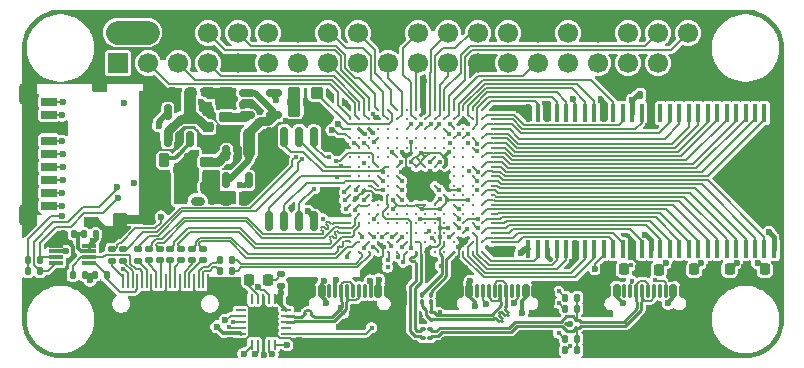
<source format=gtl>
%TF.GenerationSoftware,KiCad,Pcbnew,9.0.3*%
%TF.CreationDate,2025-07-23T11:06:21+02:00*%
%TF.ProjectId,icepi-zero,69636570-692d-47a6-9572-6f2e6b696361,v1.3*%
%TF.SameCoordinates,Original*%
%TF.FileFunction,Copper,L1,Top*%
%TF.FilePolarity,Positive*%
%FSLAX46Y46*%
G04 Gerber Fmt 4.6, Leading zero omitted, Abs format (unit mm)*
G04 Created by KiCad (PCBNEW 9.0.3) date 2025-07-23 11:06:21*
%MOMM*%
%LPD*%
G01*
G04 APERTURE LIST*
G04 Aperture macros list*
%AMRoundRect*
0 Rectangle with rounded corners*
0 $1 Rounding radius*
0 $2 $3 $4 $5 $6 $7 $8 $9 X,Y pos of 4 corners*
0 Add a 4 corners polygon primitive as box body*
4,1,4,$2,$3,$4,$5,$6,$7,$8,$9,$2,$3,0*
0 Add four circle primitives for the rounded corners*
1,1,$1+$1,$2,$3*
1,1,$1+$1,$4,$5*
1,1,$1+$1,$6,$7*
1,1,$1+$1,$8,$9*
0 Add four rect primitives between the rounded corners*
20,1,$1+$1,$2,$3,$4,$5,0*
20,1,$1+$1,$4,$5,$6,$7,0*
20,1,$1+$1,$6,$7,$8,$9,0*
20,1,$1+$1,$8,$9,$2,$3,0*%
G04 Aperture macros list end*
%TA.AperFunction,SMDPad,CuDef*%
%ADD10RoundRect,0.140000X-0.170000X0.140000X-0.170000X-0.140000X0.170000X-0.140000X0.170000X0.140000X0*%
%TD*%
%TA.AperFunction,SMDPad,CuDef*%
%ADD11RoundRect,0.225000X0.225000X0.250000X-0.225000X0.250000X-0.225000X-0.250000X0.225000X-0.250000X0*%
%TD*%
%TA.AperFunction,SMDPad,CuDef*%
%ADD12RoundRect,0.135000X-0.135000X-0.185000X0.135000X-0.185000X0.135000X0.185000X-0.135000X0.185000X0*%
%TD*%
%TA.AperFunction,SMDPad,CuDef*%
%ADD13RoundRect,0.140000X-0.140000X-0.170000X0.140000X-0.170000X0.140000X0.170000X-0.140000X0.170000X0*%
%TD*%
%TA.AperFunction,SMDPad,CuDef*%
%ADD14RoundRect,0.150000X-0.512500X-0.150000X0.512500X-0.150000X0.512500X0.150000X-0.512500X0.150000X0*%
%TD*%
%TA.AperFunction,ComponentPad*%
%ADD15R,1.700000X1.700000*%
%TD*%
%TA.AperFunction,ComponentPad*%
%ADD16C,1.700000*%
%TD*%
%TA.AperFunction,SMDPad,CuDef*%
%ADD17RoundRect,0.075000X-0.550000X-0.075000X0.550000X-0.075000X0.550000X0.075000X-0.550000X0.075000X0*%
%TD*%
%TA.AperFunction,SMDPad,CuDef*%
%ADD18RoundRect,0.218750X-0.218750X-0.256250X0.218750X-0.256250X0.218750X0.256250X-0.218750X0.256250X0*%
%TD*%
%TA.AperFunction,SMDPad,CuDef*%
%ADD19RoundRect,0.150000X-0.150000X-0.425000X0.150000X-0.425000X0.150000X0.425000X-0.150000X0.425000X0*%
%TD*%
%TA.AperFunction,SMDPad,CuDef*%
%ADD20RoundRect,0.075000X-0.075000X-0.500000X0.075000X-0.500000X0.075000X0.500000X-0.075000X0.500000X0*%
%TD*%
%TA.AperFunction,HeatsinkPad*%
%ADD21O,1.000000X2.100000*%
%TD*%
%TA.AperFunction,HeatsinkPad*%
%ADD22O,1.000000X1.800000*%
%TD*%
%TA.AperFunction,SMDPad,CuDef*%
%ADD23RoundRect,0.135000X0.185000X-0.135000X0.185000X0.135000X-0.185000X0.135000X-0.185000X-0.135000X0*%
%TD*%
%TA.AperFunction,SMDPad,CuDef*%
%ADD24RoundRect,0.135000X0.135000X0.185000X-0.135000X0.185000X-0.135000X-0.185000X0.135000X-0.185000X0*%
%TD*%
%TA.AperFunction,SMDPad,CuDef*%
%ADD25RoundRect,0.100000X-0.130000X-0.100000X0.130000X-0.100000X0.130000X0.100000X-0.130000X0.100000X0*%
%TD*%
%TA.AperFunction,SMDPad,CuDef*%
%ADD26RoundRect,0.140000X0.140000X0.170000X-0.140000X0.170000X-0.140000X-0.170000X0.140000X-0.170000X0*%
%TD*%
%TA.AperFunction,SMDPad,CuDef*%
%ADD27RoundRect,0.075000X0.075000X-0.075000X0.075000X0.075000X-0.075000X0.075000X-0.075000X-0.075000X0*%
%TD*%
%TA.AperFunction,SMDPad,CuDef*%
%ADD28RoundRect,0.100000X-0.100000X0.130000X-0.100000X-0.130000X0.100000X-0.130000X0.100000X0.130000X0*%
%TD*%
%TA.AperFunction,BGAPad,CuDef*%
%ADD29C,0.320000*%
%TD*%
%TA.AperFunction,SMDPad,CuDef*%
%ADD30R,0.458000X1.510000*%
%TD*%
%TA.AperFunction,SMDPad,CuDef*%
%ADD31RoundRect,0.225000X-0.250000X0.225000X-0.250000X-0.225000X0.250000X-0.225000X0.250000X0.225000X0*%
%TD*%
%TA.AperFunction,SMDPad,CuDef*%
%ADD32RoundRect,0.150000X-0.150000X0.512500X-0.150000X-0.512500X0.150000X-0.512500X0.150000X0.512500X0*%
%TD*%
%TA.AperFunction,SMDPad,CuDef*%
%ADD33RoundRect,0.250000X-0.300000X-0.250000X0.300000X-0.250000X0.300000X0.250000X-0.300000X0.250000X0*%
%TD*%
%TA.AperFunction,SMDPad,CuDef*%
%ADD34R,0.210000X1.200000*%
%TD*%
%TA.AperFunction,ComponentPad*%
%ADD35O,1.250000X1.800000*%
%TD*%
%TA.AperFunction,SMDPad,CuDef*%
%ADD36RoundRect,0.225000X-0.225000X-0.250000X0.225000X-0.250000X0.225000X0.250000X-0.225000X0.250000X0*%
%TD*%
%TA.AperFunction,SMDPad,CuDef*%
%ADD37RoundRect,0.150000X0.150000X-0.512500X0.150000X0.512500X-0.150000X0.512500X-0.150000X-0.512500X0*%
%TD*%
%TA.AperFunction,SMDPad,CuDef*%
%ADD38RoundRect,0.218750X-0.218750X-0.381250X0.218750X-0.381250X0.218750X0.381250X-0.218750X0.381250X0*%
%TD*%
%TA.AperFunction,SMDPad,CuDef*%
%ADD39RoundRect,0.162500X-0.162500X0.650000X-0.162500X-0.650000X0.162500X-0.650000X0.162500X0.650000X0*%
%TD*%
%TA.AperFunction,SMDPad,CuDef*%
%ADD40RoundRect,0.218750X0.381250X-0.218750X0.381250X0.218750X-0.381250X0.218750X-0.381250X-0.218750X0*%
%TD*%
%TA.AperFunction,SMDPad,CuDef*%
%ADD41RoundRect,0.218750X-0.381250X0.218750X-0.381250X-0.218750X0.381250X-0.218750X0.381250X0.218750X0*%
%TD*%
%TA.AperFunction,SMDPad,CuDef*%
%ADD42RoundRect,0.062500X0.062500X-0.350000X0.062500X0.350000X-0.062500X0.350000X-0.062500X-0.350000X0*%
%TD*%
%TA.AperFunction,SMDPad,CuDef*%
%ADD43RoundRect,0.062500X0.350000X-0.062500X0.350000X0.062500X-0.350000X0.062500X-0.350000X-0.062500X0*%
%TD*%
%TA.AperFunction,HeatsinkPad*%
%ADD44R,2.500000X2.500000*%
%TD*%
%TA.AperFunction,SMDPad,CuDef*%
%ADD45RoundRect,0.112500X-0.562500X0.262500X-0.562500X-0.262500X0.562500X-0.262500X0.562500X0.262500X0*%
%TD*%
%TA.AperFunction,SMDPad,CuDef*%
%ADD46RoundRect,0.153750X-0.421250X0.358750X-0.421250X-0.358750X0.421250X-0.358750X0.421250X0.358750X0*%
%TD*%
%TA.AperFunction,SMDPad,CuDef*%
%ADD47RoundRect,0.092250X-0.507750X0.215250X-0.507750X-0.215250X0.507750X-0.215250X0.507750X0.215250X0*%
%TD*%
%TA.AperFunction,SMDPad,CuDef*%
%ADD48RoundRect,0.157500X-0.367500X0.380000X-0.367500X-0.380000X0.367500X-0.380000X0.367500X0.380000X0*%
%TD*%
%TA.AperFunction,SMDPad,CuDef*%
%ADD49RoundRect,0.225000X-0.525000X0.625000X-0.525000X-0.625000X0.525000X-0.625000X0.525000X0.625000X0*%
%TD*%
%TA.AperFunction,SMDPad,CuDef*%
%ADD50RoundRect,0.157500X-0.367500X0.542500X-0.367500X-0.542500X0.367500X-0.542500X0.367500X0.542500X0*%
%TD*%
%TA.AperFunction,SMDPad,CuDef*%
%ADD51RoundRect,0.108750X-0.491250X0.253750X-0.491250X-0.253750X0.491250X-0.253750X0.491250X0.253750X0*%
%TD*%
%TA.AperFunction,ViaPad*%
%ADD52C,0.600000*%
%TD*%
%TA.AperFunction,ViaPad*%
%ADD53C,0.450000*%
%TD*%
%TA.AperFunction,Conductor*%
%ADD54C,0.500000*%
%TD*%
%TA.AperFunction,Conductor*%
%ADD55C,0.200000*%
%TD*%
%TA.AperFunction,Conductor*%
%ADD56C,0.300000*%
%TD*%
%TA.AperFunction,Conductor*%
%ADD57C,1.000000*%
%TD*%
%TA.AperFunction,Conductor*%
%ADD58C,0.170000*%
%TD*%
%TA.AperFunction,Conductor*%
%ADD59C,0.165000*%
%TD*%
%TA.AperFunction,Conductor*%
%ADD60C,0.150000*%
%TD*%
%TA.AperFunction,Conductor*%
%ADD61C,0.400000*%
%TD*%
%TA.AperFunction,Conductor*%
%ADD62C,0.750000*%
%TD*%
%TA.AperFunction,Conductor*%
%ADD63C,2.000000*%
%TD*%
%TA.AperFunction,Conductor*%
%ADD64C,0.216050*%
%TD*%
G04 APERTURE END LIST*
D10*
%TO.P,C31,1*%
%TO.N,/GPDI/GPDI_D1+*%
X131570000Y-110520000D03*
%TO.P,C31,2*%
%TO.N,/GPDI/CONN_D1+*%
X131570000Y-111480000D03*
%TD*%
%TO.P,C35,1*%
%TO.N,/GPDI/GPDI_CLK+*%
X127890000Y-110520000D03*
%TO.P,C35,2*%
%TO.N,/GPDI/CONN_CK+*%
X127890000Y-111480000D03*
%TD*%
D11*
%TO.P,C5,1*%
%TO.N,+1V1*%
X129875000Y-104570000D03*
%TO.P,C5,2*%
%TO.N,GND*%
X128325000Y-104570000D03*
%TD*%
%TO.P,C6,1*%
%TO.N,+1V1*%
X129875000Y-106100000D03*
%TO.P,C6,2*%
%TO.N,GND*%
X128325000Y-106100000D03*
%TD*%
D12*
%TO.P,R27,1*%
%TO.N,Net-(D7-A)*%
X162240000Y-115575000D03*
%TO.P,R27,2*%
%TO.N,/USB/D1A-*%
X163260000Y-115575000D03*
%TD*%
D13*
%TO.P,C44,1*%
%TO.N,+3V3*%
X168580000Y-97470000D03*
%TO.P,C44,2*%
%TO.N,GND*%
X169540000Y-97470000D03*
%TD*%
D14*
%TO.P,U4,1,EN*%
%TO.N,+5V*%
X135302500Y-97292500D03*
%TO.P,U4,2,GND*%
%TO.N,GND*%
X135302500Y-98242500D03*
%TO.P,U4,3,SW*%
%TO.N,Net-(U4-SW)*%
X135302500Y-99192500D03*
%TO.P,U4,4,VIN*%
%TO.N,+5V*%
X137577500Y-99192500D03*
%TO.P,U4,5,FB*%
%TO.N,Net-(U4-FB)*%
X137577500Y-97292500D03*
%TD*%
D15*
%TO.P,J1,1,Pin_1*%
%TO.N,+3V3*%
X124375000Y-94775000D03*
D16*
%TO.P,J1,2,Pin_2*%
%TO.N,+5V*%
X124375000Y-92235000D03*
%TO.P,J1,3,Pin_3*%
%TO.N,/GPIO0*%
X126915000Y-94775000D03*
%TO.P,J1,4,Pin_4*%
%TO.N,+5V*%
X126915000Y-92235000D03*
%TO.P,J1,5,Pin_5*%
%TO.N,/GPIO1*%
X129455000Y-94775000D03*
%TO.P,J1,6,Pin_6*%
%TO.N,GND*%
X129455000Y-92235000D03*
%TO.P,J1,7,Pin_7*%
%TO.N,/GPIO2*%
X131995000Y-94775000D03*
%TO.P,J1,8,Pin_8*%
%TO.N,/GPIO3*%
X131995000Y-92235000D03*
%TO.P,J1,9,Pin_9*%
%TO.N,GND*%
X134535000Y-94775000D03*
%TO.P,J1,10,Pin_10*%
%TO.N,/GPIO4*%
X134535000Y-92235000D03*
%TO.P,J1,11,Pin_11*%
%TO.N,/GPIO5*%
X137075000Y-94775000D03*
%TO.P,J1,12,Pin_12*%
%TO.N,/GPIO6*%
X137075000Y-92235000D03*
%TO.P,J1,13,Pin_13*%
%TO.N,/GPIO7*%
X139615000Y-94775000D03*
%TO.P,J1,14,Pin_14*%
%TO.N,GND*%
X139615000Y-92235000D03*
%TO.P,J1,15,Pin_15*%
%TO.N,/GPIO8*%
X142155000Y-94775000D03*
%TO.P,J1,16,Pin_16*%
%TO.N,/GPIO9*%
X142155000Y-92235000D03*
%TO.P,J1,17,Pin_17*%
%TO.N,+3V3*%
X144695000Y-94775000D03*
%TO.P,J1,18,Pin_18*%
%TO.N,/GPIO10*%
X144695000Y-92235000D03*
%TO.P,J1,19,Pin_19*%
%TO.N,/GPIO11*%
X147235000Y-94775000D03*
%TO.P,J1,20,Pin_20*%
%TO.N,GND*%
X147235000Y-92235000D03*
%TO.P,J1,21,Pin_21*%
%TO.N,/GPIO12*%
X149775000Y-94775000D03*
%TO.P,J1,22,Pin_22*%
%TO.N,/GPIO13*%
X149775000Y-92235000D03*
%TO.P,J1,23,Pin_23*%
%TO.N,/GPIO14*%
X152315000Y-94775000D03*
%TO.P,J1,24,Pin_24*%
%TO.N,/GPIO15*%
X152315000Y-92235000D03*
%TO.P,J1,25,Pin_25*%
%TO.N,GND*%
X154855000Y-94775000D03*
%TO.P,J1,26,Pin_26*%
%TO.N,/GPIO16*%
X154855000Y-92235000D03*
%TO.P,J1,27,Pin_27*%
%TO.N,/GPIO17*%
X157395000Y-94775000D03*
%TO.P,J1,28,Pin_28*%
%TO.N,/GPIO18*%
X157395000Y-92235000D03*
%TO.P,J1,29,Pin_29*%
%TO.N,/GPIO19*%
X159935000Y-94775000D03*
%TO.P,J1,30,Pin_30*%
%TO.N,GND*%
X159935000Y-92235000D03*
%TO.P,J1,31,Pin_31*%
%TO.N,/GPIO20*%
X162475000Y-94775000D03*
%TO.P,J1,32,Pin_32*%
%TO.N,/GPIO21*%
X162475000Y-92235000D03*
%TO.P,J1,33,Pin_33*%
%TO.N,/GPIO22*%
X165015000Y-94775000D03*
%TO.P,J1,34,Pin_34*%
%TO.N,GND*%
X165015000Y-92235000D03*
%TO.P,J1,35,Pin_35*%
%TO.N,/GPIO23*%
X167555000Y-94775000D03*
%TO.P,J1,36,Pin_36*%
%TO.N,/GPIO24*%
X167555000Y-92235000D03*
%TO.P,J1,37,Pin_37*%
%TO.N,/GPIO25*%
X170095000Y-94775000D03*
%TO.P,J1,38,Pin_38*%
%TO.N,/GPIO26*%
X170095000Y-92235000D03*
%TO.P,J1,39,Pin_39*%
%TO.N,GND*%
X172635000Y-94775000D03*
%TO.P,J1,40,Pin_40*%
%TO.N,/GPIO27*%
X172635000Y-92235000D03*
%TD*%
D17*
%TO.P,U5,1,GND*%
%TO.N,GND*%
X119100000Y-110225000D03*
%TO.P,U5,2,VREF1*%
%TO.N,+3V3*%
X119100000Y-110725000D03*
%TO.P,U5,3,SCL1*%
%TO.N,/GPDI/GPDI_SCK_3V3*%
X119100000Y-111225000D03*
%TO.P,U5,4,SDA1*%
%TO.N,/GPDI/GPDI_SDA_3V3*%
X119100000Y-111725000D03*
%TO.P,U5,5,SDA2*%
%TO.N,/GPDI/GPDI_SDA_5V*%
X121900000Y-111725000D03*
%TO.P,U5,6,SCL2*%
%TO.N,/GPDI/GPDI_SCK_5V*%
X121900000Y-111225000D03*
%TO.P,U5,7,VREF2*%
%TO.N,Net-(U5-VREF2)*%
X121900000Y-110725000D03*
%TO.P,U5,8,EN*%
%TO.N,+5V*%
X121900000Y-110225000D03*
%TD*%
D18*
%TO.P,D3,1,K*%
%TO.N,GND*%
X174572500Y-112240000D03*
%TO.P,D3,2,A*%
%TO.N,Net-(D3-A)*%
X176147500Y-112240000D03*
%TD*%
D19*
%TO.P,J4,A1,GND*%
%TO.N,GND*%
X165800000Y-114070000D03*
%TO.P,J4,A4,VBUS*%
%TO.N,+5V*%
X166600000Y-114070000D03*
D20*
%TO.P,J4,A5,CC1*%
%TO.N,Net-(J4-CC1)*%
X167750000Y-114070000D03*
%TO.P,J4,A6,D+*%
%TO.N,/USB/D1A+*%
X168750000Y-114070000D03*
%TO.P,J4,A7,D-*%
%TO.N,/USB/D1A-*%
X169250000Y-114070000D03*
%TO.P,J4,A8*%
%TO.N,N/C*%
X170250000Y-114070000D03*
D19*
%TO.P,J4,A9,VBUS*%
%TO.N,+5V*%
X171400000Y-114070000D03*
%TO.P,J4,A12,GND*%
%TO.N,GND*%
X172200000Y-114070000D03*
%TO.P,J4,B1,GND*%
X172200000Y-114070000D03*
%TO.P,J4,B4,VBUS*%
%TO.N,+5V*%
X171400000Y-114070000D03*
D20*
%TO.P,J4,B5,CC2*%
%TO.N,Net-(J4-CC2)*%
X170750000Y-114070000D03*
%TO.P,J4,B6,D+*%
%TO.N,/USB/D1A+*%
X169750000Y-114070000D03*
%TO.P,J4,B7,D-*%
%TO.N,/USB/D1A-*%
X168250000Y-114070000D03*
%TO.P,J4,B8*%
%TO.N,N/C*%
X167250000Y-114070000D03*
D19*
%TO.P,J4,B9,VBUS*%
%TO.N,+5V*%
X166600000Y-114070000D03*
%TO.P,J4,B12,GND*%
%TO.N,GND*%
X165800000Y-114070000D03*
D21*
%TO.P,J4,S1,SHIELD*%
X164680000Y-114645000D03*
D22*
X164680000Y-118825000D03*
D21*
X173320000Y-114645000D03*
D22*
X173320000Y-118825000D03*
%TD*%
D18*
%TO.P,D8,1,K*%
%TO.N,/USB/~{RXLED}*%
X135475000Y-113130000D03*
%TO.P,D8,2,A*%
%TO.N,Net-(D8-A)*%
X137050000Y-113130000D03*
%TD*%
D23*
%TO.P,R12,1*%
%TO.N,Net-(J2-CEC)*%
X126040000Y-111510000D03*
%TO.P,R12,2*%
%TO.N,/GPDI/GPDI_CEC*%
X126040000Y-110490000D03*
%TD*%
D24*
%TO.P,R16,1*%
%TO.N,+5V*%
X121550000Y-112700000D03*
%TO.P,R16,2*%
%TO.N,/GPDI/GPDI_SCK_5V*%
X120530000Y-112700000D03*
%TD*%
D12*
%TO.P,R18,1*%
%TO.N,+3V3*%
X116740000Y-112400000D03*
%TO.P,R18,2*%
%TO.N,/GPDI/GPDI_SDA_3V3*%
X117760000Y-112400000D03*
%TD*%
D25*
%TO.P,R33,1*%
%TO.N,/USB/D1+*%
X150155000Y-118025000D03*
%TO.P,R33,2*%
%TO.N,/USB/D1A+*%
X150795000Y-118025000D03*
%TD*%
D24*
%TO.P,R8,1*%
%TO.N,+2V5*%
X132360000Y-106420000D03*
%TO.P,R8,2*%
%TO.N,Net-(U3-FB)*%
X131340000Y-106420000D03*
%TD*%
D18*
%TO.P,D4,1,K*%
%TO.N,GND*%
X168585000Y-112260000D03*
%TO.P,D4,2,A*%
%TO.N,Net-(D4-A)*%
X170160000Y-112260000D03*
%TD*%
D26*
%TO.P,C30,1*%
%TO.N,/GPDI/GPDI_D2-*%
X133980000Y-111430000D03*
%TO.P,C30,2*%
%TO.N,/GPDI/CONN_D2-*%
X133020000Y-111430000D03*
%TD*%
D27*
%TO.P,U9,1,D+*%
%TO.N,/USB/D0A+*%
X150892500Y-116532500D03*
%TO.P,U9,2,D-*%
%TO.N,/USB/D0A-*%
X150892500Y-115832500D03*
%TO.P,U9,3,GND*%
%TO.N,GND*%
X150042500Y-116182500D03*
%TD*%
D19*
%TO.P,J5,A1,GND*%
%TO.N,GND*%
X153300000Y-114070000D03*
%TO.P,J5,A4,VBUS*%
%TO.N,+5V*%
X154100000Y-114070000D03*
D20*
%TO.P,J5,A5,CC1*%
%TO.N,Net-(J5-CC1)*%
X155250000Y-114070000D03*
%TO.P,J5,A6,D+*%
%TO.N,/USB/D0A+*%
X156250000Y-114070000D03*
%TO.P,J5,A7,D-*%
%TO.N,/USB/D0A-*%
X156750000Y-114070000D03*
%TO.P,J5,A8*%
%TO.N,N/C*%
X157750000Y-114070000D03*
D19*
%TO.P,J5,A9,VBUS*%
%TO.N,+5V*%
X158900000Y-114070000D03*
%TO.P,J5,A12,GND*%
%TO.N,GND*%
X159700000Y-114070000D03*
%TO.P,J5,B1,GND*%
X159700000Y-114070000D03*
%TO.P,J5,B4,VBUS*%
%TO.N,+5V*%
X158900000Y-114070000D03*
D20*
%TO.P,J5,B5,CC2*%
%TO.N,Net-(J5-CC2)*%
X158250000Y-114070000D03*
%TO.P,J5,B6,D+*%
%TO.N,/USB/D0A+*%
X157250000Y-114070000D03*
%TO.P,J5,B7,D-*%
%TO.N,/USB/D0A-*%
X155750000Y-114070000D03*
%TO.P,J5,B8*%
%TO.N,N/C*%
X154750000Y-114070000D03*
D19*
%TO.P,J5,B9,VBUS*%
%TO.N,+5V*%
X154100000Y-114070000D03*
%TO.P,J5,B12,GND*%
%TO.N,GND*%
X153300000Y-114070000D03*
D21*
%TO.P,J5,S1,SHIELD*%
X152180000Y-114645000D03*
D22*
X152180000Y-118825000D03*
D21*
X160820000Y-114645000D03*
D22*
X160820000Y-118825000D03*
%TD*%
D10*
%TO.P,C32,1*%
%TO.N,/GPDI/GPDI_D1-*%
X130650000Y-110520000D03*
%TO.P,C32,2*%
%TO.N,/GPDI/CONN_D1-*%
X130650000Y-111480000D03*
%TD*%
D28*
%TO.P,R38,1*%
%TO.N,/USB/D0-*%
X150830000Y-114370000D03*
%TO.P,R38,2*%
%TO.N,/USB/D0A-*%
X150830000Y-115010000D03*
%TD*%
D11*
%TO.P,C17,1*%
%TO.N,+5V*%
X135510000Y-100770000D03*
%TO.P,C17,2*%
%TO.N,GND*%
X133960000Y-100770000D03*
%TD*%
D23*
%TO.P,R28,1*%
%TO.N,Net-(U6-3V3OUT)*%
X138210000Y-113660000D03*
%TO.P,R28,2*%
%TO.N,Net-(D8-A)*%
X138210000Y-112640000D03*
%TD*%
D11*
%TO.P,C4,1*%
%TO.N,+5V*%
X130525000Y-97300000D03*
%TO.P,C4,2*%
%TO.N,GND*%
X128975000Y-97300000D03*
%TD*%
D10*
%TO.P,C34,1*%
%TO.N,/GPDI/GPDI_D0-*%
X128810000Y-110520000D03*
%TO.P,C34,2*%
%TO.N,/GPDI/CONN_D0-*%
X128810000Y-111480000D03*
%TD*%
D29*
%TO.P,U1,A1,GND*%
%TO.N,GND*%
X156000000Y-98750000D03*
%TO.P,U1,A2,PT4A/+*%
%TO.N,/SDRAM/D8*%
X156000000Y-99550000D03*
%TO.P,U1,A3,PT6A/+*%
%TO.N,/SDRAM/CLK*%
X156000000Y-100350000D03*
%TO.P,U1,A4,PT6B/-*%
%TO.N,/SDRAM/A12*%
X156000000Y-101150000D03*
%TO.P,U1,A5,PT18A/+*%
%TO.N,/SDRAM/A9*%
X156000000Y-101950000D03*
%TO.P,U1,A6,PT18B/-*%
%TO.N,/SDRAM/A7*%
X156000000Y-102750000D03*
%TO.P,U1,A7,PT29A/+/PCLKT0_0*%
%TO.N,/SDRAM/A5*%
X156000000Y-103550000D03*
%TO.P,U1,A8,PT29B/-/PCLKC0_0*%
%TO.N,/SDRAM/A3*%
X156000000Y-104350000D03*
%TO.P,U1,A9,PT42A/+*%
%TO.N,/SDRAM/A1*%
X156000000Y-105150000D03*
%TO.P,U1,A10,PT42B/-*%
%TO.N,/SDRAM/A10*%
X156000000Y-105950000D03*
%TO.P,U1,A11,PT53A/+*%
%TO.N,/SDRAM/BA0*%
X156000000Y-106750000D03*
%TO.P,U1,A12,PT53B/-*%
%TO.N,/SDRAM/~{RAS}*%
X156000000Y-107550000D03*
%TO.P,U1,A13,PT65A/+*%
%TO.N,/SDRAM/~{WE}*%
X156000000Y-108350000D03*
%TO.P,U1,A14,PT65B/-*%
%TO.N,/SDRAM/D7*%
X156000000Y-109150000D03*
%TO.P,U1,A15,PT67B/-*%
%TO.N,/SDRAM/D5*%
X156000000Y-109950000D03*
%TO.P,U1,A16,GND*%
%TO.N,GND*%
X156000000Y-110750000D03*
%TO.P,U1,B1,PL2A/+/HS/LDQ8*%
%TO.N,/SDRAM/D15*%
X155200000Y-98750000D03*
%TO.P,U1,B2,PL2B/-/HS/LDQ8*%
%TO.N,/SDRAM/D9*%
X155200000Y-99550000D03*
%TO.P,U1,B3,PT4B/-*%
%TO.N,/SDRAM/DQM1*%
X155200000Y-100350000D03*
%TO.P,U1,B4,PT11B/-*%
%TO.N,/SDRAM/CKE*%
X155200000Y-101150000D03*
%TO.P,U1,B5,PT15B/-*%
%TO.N,/SDRAM/A11*%
X155200000Y-101950000D03*
%TO.P,U1,B6,PT22B/-*%
%TO.N,/SDRAM/A8*%
X155200000Y-102750000D03*
%TO.P,U1,B7,PT27B/-/PCLKC0_1*%
%TO.N,/SDRAM/A6*%
X155200000Y-103550000D03*
%TO.P,U1,B8,PT35B/-/PCLK1_0*%
%TO.N,/SDRAM/A4*%
X155200000Y-104350000D03*
%TO.P,U1,B9,PT38A/+/GR_PCLK1_0*%
%TO.N,/SDRAM/A2*%
X155200000Y-105150000D03*
%TO.P,U1,B10,PT44A/+*%
%TO.N,/SDRAM/A0*%
X155200000Y-105950000D03*
%TO.P,U1,B11,PT49A/+*%
%TO.N,/SDRAM/BA1*%
X155200000Y-106750000D03*
%TO.P,U1,B12,PT56A/+*%
%TO.N,/SDRAM/~{CS}*%
X155200000Y-107550000D03*
%TO.P,U1,B13,PT60A/+*%
%TO.N,/SDRAM/~{CAS}*%
X155200000Y-108350000D03*
%TO.P,U1,B14,PT67A/+*%
%TO.N,/SDRAM/DQM0*%
X155200000Y-109150000D03*
%TO.P,U1,B15,PR2B/-/HS/RDQ8/S0_IN*%
%TO.N,/SDRAM/D6*%
X155200000Y-109950000D03*
%TO.P,U1,B16,PR2A/+/HS/RDQ8*%
%TO.N,/SDRAM/D0*%
X155200000Y-110750000D03*
%TO.P,U1,C1,PL5A/+/HS/LDQ8*%
%TO.N,/SDRAM/D13*%
X154400000Y-98750000D03*
%TO.P,U1,C2,PL5B/-/HS/LDQ8*%
%TO.N,/SDRAM/D12*%
X154400000Y-99550000D03*
%TO.P,U1,C3,PL2C/+/LDQ8*%
%TO.N,/SDRAM/D14*%
X154400000Y-100350000D03*
%TO.P,U1,C4,PT11A/+*%
%TO.N,/SW0*%
X154400000Y-101150000D03*
%TO.P,U1,C5,PT15A/+*%
%TO.N,/SW1*%
X154400000Y-101950000D03*
%TO.P,U1,C6,PT22A/+*%
%TO.N,unconnected-(U1J-PT22A{slash}+-PadC6)*%
X154400000Y-102750000D03*
%TO.P,U1,C7,PT27A/+/PCLKT0_1*%
%TO.N,/DBG1*%
X154400000Y-103550000D03*
%TO.P,U1,C8,PT35A/+/PCLKT1_0*%
%TO.N,/DBG2*%
X154400000Y-104350000D03*
%TO.P,U1,C9,PT38B/-/GR_PCLK1_1*%
%TO.N,unconnected-(U1J-PT38B{slash}-{slash}GR_PCLK1_1-PadC9)*%
X154400000Y-105150000D03*
%TO.P,U1,C10,PT44B/-*%
%TO.N,unconnected-(U1J-PT44B{slash}--PadC10)*%
X154400000Y-105950000D03*
%TO.P,U1,C11,PT49B/-*%
%TO.N,unconnected-(U1J-PT49B{slash}--PadC11)*%
X154400000Y-106750000D03*
%TO.P,U1,C12,PT56B/-*%
%TO.N,unconnected-(U1J-PT56B{slash}--PadC12)*%
X154400000Y-107550000D03*
%TO.P,U1,C13,PT60B/-*%
%TO.N,/LED3*%
X154400000Y-108350000D03*
%TO.P,U1,C14,PR2C/+/RDQ8*%
%TO.N,/SDRAM/D1*%
X154400000Y-109150000D03*
%TO.P,U1,C15,PR5B/-/HS/RDQ8*%
%TO.N,/SDRAM/D3*%
X154400000Y-109950000D03*
%TO.P,U1,C16,PR5A/+/HS/RDQ8*%
%TO.N,/SDRAM/D2*%
X154400000Y-110750000D03*
%TO.P,U1,D1,PL8A/+/HS/LDQS8*%
%TO.N,/SDRAM/D11*%
X153600000Y-98750000D03*
%TO.P,U1,D2,GND*%
%TO.N,GND*%
X153600000Y-99550000D03*
%TO.P,U1,D3,PL2D/-/LDQ8*%
%TO.N,unconnected-(U1J-PL2D{slash}-{slash}LDQ8-PadD3)*%
X153600000Y-100350000D03*
%TO.P,U1,D4,PT9B/-*%
%TO.N,/GPIO25*%
X153600000Y-101150000D03*
%TO.P,U1,D5,PT13B/-*%
%TO.N,unconnected-(U1J-PT13B{slash}--PadD5)*%
X153600000Y-101950000D03*
%TO.P,U1,D6,PT20B/-*%
%TO.N,unconnected-(U1J-PT20B{slash}--PadD6)*%
X153600000Y-102750000D03*
%TO.P,U1,D7,PT24B/-/GR_PCLK0_0*%
%TO.N,unconnected-(U1J-PT24B{slash}-{slash}GR_PCLK0_0-PadD7)*%
X153600000Y-103550000D03*
%TO.P,U1,D8,PT33B/-/PCLKC1_1*%
%TO.N,unconnected-(U1J-PT33B{slash}-{slash}PCLKC1_1-PadD8)*%
X153600000Y-104350000D03*
%TO.P,U1,D9,PT40A/+*%
%TO.N,unconnected-(U1J-PT40A{slash}+-PadD9)*%
X153600000Y-105150000D03*
%TO.P,U1,D10,PT47A/+*%
%TO.N,unconnected-(U1J-PT47A{slash}+-PadD10)*%
X153600000Y-105950000D03*
%TO.P,U1,D11,PT51A/+*%
%TO.N,unconnected-(U1J-PT51A{slash}+-PadD11)*%
X153600000Y-106750000D03*
%TO.P,U1,D12,PT58A/+*%
%TO.N,unconnected-(U1J-PT58A{slash}+-PadD12)*%
X153600000Y-107550000D03*
%TO.P,U1,D13,PT62A/+*%
%TO.N,/LED4*%
X153600000Y-108350000D03*
%TO.P,U1,D14,PR2D/-/RDQ8*%
%TO.N,/LED1*%
X153600000Y-109150000D03*
%TO.P,U1,D15,GND*%
%TO.N,GND*%
X153600000Y-109950000D03*
%TO.P,U1,D16,PR8A/+/HS/RDQS8*%
%TO.N,/SDRAM/D4*%
X153600000Y-110750000D03*
%TO.P,U1,E1,PL11D/-/LDQ8*%
%TO.N,/GPIO19*%
X152800000Y-98750000D03*
%TO.P,U1,E2,PL8B/-/HS/LDQSN8*%
%TO.N,/SDRAM/D10*%
X152800000Y-99550000D03*
%TO.P,U1,E3,PL5C/+/LDQ8*%
%TO.N,/GPIO22*%
X152800000Y-100350000D03*
%TO.P,U1,E4,PT9A/+*%
%TO.N,/GPIO23*%
X152800000Y-101150000D03*
%TO.P,U1,E5,PT13A/+*%
%TO.N,unconnected-(U1J-PT13A{slash}+-PadE5)*%
X152800000Y-101950000D03*
%TO.P,U1,E6,PT20A/+*%
%TO.N,unconnected-(U1J-PT20A{slash}+-PadE6)*%
X152800000Y-102750000D03*
%TO.P,U1,E7,PT24A/+/GR_PCLK0_1*%
%TO.N,unconnected-(U1J-PT24A{slash}+{slash}GR_PCLK0_1-PadE7)*%
X152800000Y-103550000D03*
%TO.P,U1,E8,PT33A/+/PCLKT1_1*%
%TO.N,unconnected-(U1J-PT33A{slash}+{slash}PCLKT1_1-PadE8)*%
X152800000Y-104350000D03*
%TO.P,U1,E9,PT40B/-*%
%TO.N,unconnected-(U1J-PT40B{slash}--PadE9)*%
X152800000Y-105150000D03*
%TO.P,U1,E10,PT47B/-*%
%TO.N,unconnected-(U1J-PT47B{slash}--PadE10)*%
X152800000Y-105950000D03*
%TO.P,U1,E11,PT51B/-*%
%TO.N,/USB/USB1_PULL_D-*%
X152800000Y-106750000D03*
%TO.P,U1,E12,PT58B/-*%
%TO.N,/LED2*%
X152800000Y-107550000D03*
%TO.P,U1,E13,PT62B/-*%
%TO.N,/LED0*%
X152800000Y-108350000D03*
%TO.P,U1,E14,PR5C/+/RDQ8*%
%TO.N,/USB/USB1_PULL_D+*%
X152800000Y-109150000D03*
%TO.P,U1,E15,PR8B/-/HS/RDQSN8*%
%TO.N,unconnected-(U1J-PR8B{slash}-{slash}HS{slash}RDQSN8-PadE15)*%
X152800000Y-109950000D03*
%TO.P,U1,E16,PR11D/-/RDQ8*%
%TO.N,/USB/D0-*%
X152800000Y-110750000D03*
%TO.P,U1,F1,PL14A/+/HS/LDQ20*%
%TO.N,/GPIO26*%
X152000000Y-98750000D03*
%TO.P,U1,F2,PL11C/+/LDQ8*%
%TO.N,/GPIO27*%
X152000000Y-99550000D03*
%TO.P,U1,F3,PL5D/-/LDQ8*%
%TO.N,/GPIO20*%
X152000000Y-100350000D03*
%TO.P,U1,F4,PL8C/+/LDQ8*%
%TO.N,unconnected-(U1J-PL8C{slash}+{slash}LDQ8-PadF4)*%
X152000000Y-101150000D03*
%TO.P,U1,F5,PL8D/-/LDQ8*%
%TO.N,unconnected-(U1J-PL8D{slash}-{slash}LDQ8-PadF5)*%
X152000000Y-101950000D03*
%TO.P,U1,F6,VCCIO0*%
%TO.N,+3V3*%
X152000000Y-102750000D03*
%TO.P,U1,F7,VCCIO0*%
X152000000Y-103550000D03*
%TO.P,U1,F8,GND*%
%TO.N,GND*%
X152000000Y-104350000D03*
%TO.P,U1,F9,GND*%
X152000000Y-105150000D03*
%TO.P,U1,F10,VCCIO1*%
%TO.N,+3V3*%
X152000000Y-105950000D03*
%TO.P,U1,F11,VCCIO1*%
X152000000Y-106750000D03*
%TO.P,U1,F12,PR8D/-/RDQ8*%
%TO.N,unconnected-(U1J-PR8D{slash}-{slash}RDQ8-PadF12)*%
X152000000Y-107550000D03*
%TO.P,U1,F13,PR8C/+/RDQ8*%
%TO.N,unconnected-(U1J-PR8C{slash}+{slash}RDQ8-PadF13)*%
X152000000Y-108350000D03*
%TO.P,U1,F14,PR5D/-/RDQ8*%
%TO.N,unconnected-(U1J-PR5D{slash}-{slash}RDQ8-PadF14)*%
X152000000Y-109150000D03*
%TO.P,U1,F15,PR11C/+/RDQ8*%
%TO.N,/USB/D0+*%
X152000000Y-109950000D03*
%TO.P,U1,F16,PR14A/+/HS/RDQ20*%
%TO.N,unconnected-(U1J-PR14A{slash}+{slash}HS{slash}RDQ20-PadF16)*%
X152000000Y-110750000D03*
%TO.P,U1,G1,PL20A/+/HS/LDQS20/GR_PCLK7_1*%
%TO.N,/GPIO16*%
X151200000Y-98750000D03*
%TO.P,U1,G2,PL14B/-/HS/LDQ20*%
%TO.N,/GPIO14*%
X151200000Y-99550000D03*
%TO.P,U1,G3,PL14C/+/LDQ20/VREF1_7*%
%TO.N,/GPIO17*%
X151200000Y-100350000D03*
%TO.P,U1,G4,PL11B/-/HS/LDQ8*%
%TO.N,unconnected-(U1J-PL11B{slash}-{slash}HS{slash}LDQ8-PadG4)*%
X151200000Y-101150000D03*
%TO.P,U1,G5,PL11A/+/HS/LDQ8*%
%TO.N,unconnected-(U1J-PL11A{slash}+{slash}HS{slash}LDQ8-PadG5)*%
X151200000Y-101950000D03*
%TO.P,U1,G6,VCC*%
%TO.N,+1V1*%
X151200000Y-102750000D03*
%TO.P,U1,G7,VCC*%
X151200000Y-103550000D03*
%TO.P,U1,G8,GND*%
%TO.N,GND*%
X151200000Y-104350000D03*
%TO.P,U1,G9,VCC*%
%TO.N,+1V1*%
X151200000Y-105150000D03*
%TO.P,U1,G10,GND*%
%TO.N,GND*%
X151200000Y-105950000D03*
%TO.P,U1,G11,VCCAUX*%
%TO.N,/Power/FILTERED_2V5*%
X151200000Y-106750000D03*
%TO.P,U1,G12,PR11A/+/HS/RDQ8*%
%TO.N,unconnected-(U1J-PR11A{slash}+{slash}HS{slash}RDQ8-PadG12)*%
X151200000Y-107550000D03*
%TO.P,U1,G13,PR11B/-/HS/RDQ8*%
%TO.N,unconnected-(U1J-PR11B{slash}-{slash}HS{slash}RDQ8-PadG13)*%
X151200000Y-108350000D03*
%TO.P,U1,G14,PR14C/+/RDQ20/VREF1_2*%
%TO.N,unconnected-(U1J-PR14C{slash}+{slash}RDQ20{slash}VREF1_2-PadG14)*%
X151200000Y-109150000D03*
%TO.P,U1,G15,PR14B/-/HS/RDQ20*%
%TO.N,/USB/USB0_PULL_D+*%
X151200000Y-109950000D03*
%TO.P,U1,G16,PR20A/+/HS/RDQS20/GR_PCLK2_1*%
%TO.N,unconnected-(U1J-PR20A{slash}+{slash}HS{slash}RDQS20{slash}GR_PCLK2_1-PadG16)*%
X151200000Y-110750000D03*
%TO.P,U1,H1,GND*%
%TO.N,GND*%
X150400000Y-98750000D03*
%TO.P,U1,H2,PL20C/+/LDQS20/GR_PCLK7_0*%
%TO.N,/GPIO15*%
X150400000Y-99550000D03*
%TO.P,U1,H3,PL14D/-/lDQ20*%
%TO.N,/GPIO24*%
X150400000Y-100350000D03*
%TO.P,U1,H4,PL17B/-/HS/LDQ20*%
%TO.N,unconnected-(U1J-PL17B{slash}-{slash}HS{slash}LDQ20-PadH4)*%
X150400000Y-101150000D03*
%TO.P,U1,H5,PL17A/+/HS/LDQ20*%
%TO.N,unconnected-(U1J-PL17A{slash}+{slash}HS{slash}LDQ20-PadH5)*%
X150400000Y-101950000D03*
%TO.P,U1,H6,VCCIO7*%
%TO.N,+3V3*%
X150400000Y-102750000D03*
%TO.P,U1,H7,VCCIO7*%
X150400000Y-103550000D03*
%TO.P,U1,H8,GND*%
%TO.N,GND*%
X150400000Y-104350000D03*
%TO.P,U1,H9,GND*%
X150400000Y-105150000D03*
%TO.P,U1,H10,GND*%
X150400000Y-105950000D03*
%TO.P,U1,H11,VCCIO2*%
%TO.N,+3V3*%
X150400000Y-106750000D03*
%TO.P,U1,H12,PR17A/+/HS/RDQ20*%
%TO.N,unconnected-(U1J-PR17A{slash}+{slash}HS{slash}RDQ20-PadH12)*%
X150400000Y-107550000D03*
%TO.P,U1,H13,PR17B/-/HS/RDQ20*%
%TO.N,unconnected-(U1J-PR17B{slash}-{slash}HS{slash}RDQ20-PadH13)*%
X150400000Y-108350000D03*
%TO.P,U1,H14,PR14D/-/RDQ20*%
%TO.N,/USB/USB0_PULL_D-*%
X150400000Y-109150000D03*
%TO.P,U1,H15,PR20B/-/HS/RDQSN20*%
%TO.N,unconnected-(U1J-PR20B{slash}-{slash}HS{slash}RDQSN20-PadH15)*%
X150400000Y-109950000D03*
%TO.P,U1,H16,GND*%
%TO.N,GND*%
X150400000Y-110750000D03*
%TO.P,U1,J1,PL23A/+/HS/LDQ20/PCLKT7*%
%TO.N,/GPIO12*%
X149600000Y-98750000D03*
%TO.P,U1,J2,PL23B/-/HS/LDQ20/PCLKC7_1*%
%TO.N,/GPIO13*%
X149600000Y-99550000D03*
%TO.P,U1,J3,PL20B/-/HS/LDQSN20*%
%TO.N,/GPIO21*%
X149600000Y-100350000D03*
%TO.P,U1,J4,PL17C/+/LDQ20*%
%TO.N,unconnected-(U1J-PL17C{slash}+{slash}LDQ20-PadJ4)*%
X149600000Y-101150000D03*
%TO.P,U1,J5,PL17D/-/LDQ20*%
%TO.N,unconnected-(U1J-PL17D{slash}-{slash}LDQ20-PadJ5)*%
X149600000Y-101950000D03*
%TO.P,U1,J6,VCCIO6*%
%TO.N,+3V3*%
X149600000Y-102750000D03*
%TO.P,U1,J7,VCCIO6*%
X149600000Y-103550000D03*
%TO.P,U1,J8,GND*%
%TO.N,GND*%
X149600000Y-104350000D03*
%TO.P,U1,J9,GND*%
X149600000Y-105150000D03*
%TO.P,U1,J10,GND*%
X149600000Y-105950000D03*
%TO.P,U1,J11,VCCIO2*%
%TO.N,+3V3*%
X149600000Y-106750000D03*
%TO.P,U1,J12,PR17D/-/RDQ20*%
%TO.N,unconnected-(U1J-PR17D{slash}-{slash}RDQ20-PadJ12)*%
X149600000Y-107550000D03*
%TO.P,U1,J13,PR17C/+/RDQ20*%
%TO.N,unconnected-(U1J-PR17C{slash}+{slash}RDQ20-PadJ13)*%
X149600000Y-108350000D03*
%TO.P,U1,J14,PR20C/+/RDQ20/GR_PCLK2_0*%
%TO.N,unconnected-(U1J-PR20C{slash}+{slash}RDQ20{slash}GR_PCLK2_0-PadJ14)*%
X149600000Y-109150000D03*
%TO.P,U1,J15,PR23B/-/HS/RDQ20/PCLKC2_1*%
%TO.N,/USB/D1-*%
X149600000Y-109950000D03*
%TO.P,U1,J16,PR23A/+/HS/RDQ20/PCLKT2_1*%
%TO.N,/USB/D1+*%
X149600000Y-110750000D03*
%TO.P,U1,K1,PL23C/+/LDQ20/PCLKT7_0*%
%TO.N,unconnected-(U1J-PL23C{slash}+{slash}LDQ20{slash}PCLKT7_0-PadK1)*%
X148800000Y-98750000D03*
%TO.P,U1,K2,PL23D/-/LDQ20/PCLKC7_0*%
%TO.N,unconnected-(U1J-PL23D{slash}-{slash}LDQ20{slash}PCLKC7_0-PadK2)*%
X148800000Y-99550000D03*
%TO.P,U1,K3,PL20D/-/LDQS20*%
%TO.N,/GPIO18*%
X148800000Y-100350000D03*
%TO.P,U1,K4,PL29A/+/HS/LDQ32/GR_PCLK6_0*%
%TO.N,unconnected-(U1J-PL29A{slash}+{slash}HS{slash}LDQ32{slash}GR_PCLK6_0-PadK4)*%
X148800000Y-101150000D03*
%TO.P,U1,K5,PL29B/-/HS/LDQ32*%
%TO.N,unconnected-(U1J-PL29B{slash}-{slash}HS{slash}LDQ32-PadK5)*%
X148800000Y-101950000D03*
%TO.P,U1,K6,GND*%
%TO.N,GND*%
X148800000Y-102750000D03*
%TO.P,U1,K7,GND*%
X148800000Y-103550000D03*
%TO.P,U1,K8,GND*%
X148800000Y-104350000D03*
%TO.P,U1,K9,GND*%
X148800000Y-105150000D03*
%TO.P,U1,K10,GND*%
X148800000Y-105950000D03*
%TO.P,U1,K11,VCCIO3*%
%TO.N,+3V3*%
X148800000Y-106750000D03*
%TO.P,U1,K12,PR29B/-/HS/RDQ32*%
%TO.N,unconnected-(U1J-PR29B{slash}-{slash}HS{slash}RDQ32-PadK12)*%
X148800000Y-107550000D03*
%TO.P,U1,K13,PR29A/+/HS/RDQ32/GR_PCLK3_0*%
%TO.N,unconnected-(U1J-PR29A{slash}+{slash}HS{slash}RDQ32{slash}GR_PCLK3_0-PadK13)*%
X148800000Y-108350000D03*
%TO.P,U1,K14,PR20D/-/RDQ20*%
%TO.N,unconnected-(U1J-PR20D{slash}-{slash}RDQ20-PadK14)*%
X148800000Y-109150000D03*
%TO.P,U1,K15,PR23D/-/RDQ20/PCLKC2_0*%
%TO.N,/USB/USB_RXD*%
X148800000Y-109950000D03*
%TO.P,U1,K16,PR23C/-/RDQ20/PCLKT2_0*%
%TO.N,/USB/USB_TXD*%
X148800000Y-110750000D03*
%TO.P,U1,L1,PL26A/+/HS/LDQ32/PCLKT6_1*%
%TO.N,/GPIO10*%
X148000000Y-98750000D03*
%TO.P,U1,L2,PL26B/-/HS/LDQ32/PCLKC6_1*%
%TO.N,/GPIO11*%
X148000000Y-99550000D03*
%TO.P,U1,L3,PL32C/+/LDQ32*%
%TO.N,unconnected-(U1J-PL32C{slash}+{slash}LDQ32-PadL3)*%
X148000000Y-100350000D03*
%TO.P,U1,L4,PL29C/+/LDQ32/GR_PCLK6_1*%
%TO.N,unconnected-(U1J-PL29C{slash}+{slash}LDQ32{slash}GR_PCLK6_1-PadL4)*%
X148000000Y-101150000D03*
%TO.P,U1,L5,PL29D/-/LDQ32*%
%TO.N,unconnected-(U1J-PL29D{slash}-{slash}LDQ32-PadL5)*%
X148000000Y-101950000D03*
%TO.P,U1,L6,VCCIO8*%
%TO.N,+3V3*%
X148000000Y-102750000D03*
%TO.P,U1,L7,VCCAUX*%
%TO.N,/Power/FILTERED_2V5*%
X148000000Y-103550000D03*
%TO.P,U1,L8,VCC*%
%TO.N,+1V1*%
X148000000Y-104350000D03*
%TO.P,U1,L9,VCC*%
X148000000Y-105150000D03*
%TO.P,U1,L10,VCC*%
X148000000Y-105950000D03*
%TO.P,U1,L11,VCCIO3*%
%TO.N,+3V3*%
X148000000Y-106750000D03*
%TO.P,U1,L12,PR29D/-/RDQ32*%
%TO.N,unconnected-(U1J-PR29D{slash}-{slash}RDQ32-PadL12)*%
X148000000Y-107550000D03*
%TO.P,U1,L13,PR29C/+/RDQ32/GR_PCLK3_1*%
%TO.N,unconnected-(U1J-PR29C{slash}+{slash}RDQ32{slash}GR_PCLK3_1-PadL13)*%
X148000000Y-108350000D03*
%TO.P,U1,L14,PR32C/+/RDQ32*%
%TO.N,/GPDI/GPDI_HPD*%
X148000000Y-109150000D03*
%TO.P,U1,L15,PR26B/-/HS/RDQ32/PCLKC3_1*%
%TO.N,/USB/~{USB_DTR}*%
X148000000Y-109950000D03*
%TO.P,U1,L16,PR26A/+/HS/RDQ32/PCLKT3_1*%
%TO.N,/USB/~{USB_RTS}*%
X148000000Y-110750000D03*
%TO.P,U1,M1,PL26C/+/LDQ32/PCLKT6_0*%
%TO.N,/GLOBAL_CLK*%
X147200000Y-98750000D03*
%TO.P,U1,M2,PL26D/-/LDQ32/PCLK6_0*%
%TO.N,/GPIO9*%
X147200000Y-99550000D03*
%TO.P,U1,M3,PL32D/-/LDQ32*%
%TO.N,unconnected-(U1J-PL32D{slash}-{slash}LDQ32-PadM3)*%
X147200000Y-100350000D03*
%TO.P,U1,M4,PL35C/+/LDQ32*%
%TO.N,unconnected-(U1J-PL35C{slash}+{slash}LDQ32-PadM4)*%
X147200000Y-101150000D03*
%TO.P,U1,M5,PL44C/+/LDQ44*%
%TO.N,unconnected-(U1J-PL44C{slash}+{slash}LDQ44-PadM5)*%
X147200000Y-101950000D03*
%TO.P,U1,M6,PL47A/+/HS/LDQ44*%
%TO.N,unconnected-(U1J-PL47A{slash}+{slash}HS{slash}LDQ44-PadM6)*%
X147200000Y-102750000D03*
%TO.P,U1,M7,PL9B/-/D2/IO2*%
%TO.N,~{FLASH_WP}*%
X147200000Y-103550000D03*
%TO.P,U1,M8,PB15B/0/DOUT/CSON*%
%TO.N,unconnected-(U1J-PB15B{slash}0{slash}DOUT{slash}CSON-PadM8)*%
X147200000Y-104350000D03*
%TO.P,U1,M9,PB18A/WRITEN*%
%TO.N,unconnected-(U1J-PB18A{slash}WRITEN-PadM9)*%
X147200000Y-105150000D03*
%TO.P,U1,M10,TDO*%
%TO.N,JTAG_TDO*%
X147200000Y-105950000D03*
%TO.P,U1,M11,PR47A/+/HS/RSQ44*%
X147200000Y-106750000D03*
%TO.P,U1,M12,PR44C/+/RDQ44*%
%TO.N,unconnected-(U1J-PR44C{slash}+{slash}RDQ44-PadM12)*%
X147200000Y-107550000D03*
%TO.P,U1,M13,PR35C/+/RDQ32*%
%TO.N,unconnected-(U1J-PR35C{slash}+{slash}RDQ32-PadM13)*%
X147200000Y-108350000D03*
%TO.P,U1,M14,PR32D/-/RDQ32*%
%TO.N,/uSD/SD_DAT3*%
X147200000Y-109150000D03*
%TO.P,U1,M15,PR26D/-/RDQ32/PCLKC3_0*%
%TO.N,/uSD/SD_DAT2*%
X147200000Y-109950000D03*
%TO.P,U1,M16,PR26C/+/RDQ32/PCLKT3_0*%
%TO.N,/uSD/SD_DET*%
X147200000Y-110750000D03*
%TO.P,U1,N1,PL32A/+/HS/LDQS32*%
%TO.N,/GPIO4*%
X146400000Y-98750000D03*
%TO.P,U1,N2,GND*%
%TO.N,GND*%
X146400000Y-99550000D03*
%TO.P,U1,N3,PL35D/-/LDQ32*%
%TO.N,unconnected-(U1J-PL35D{slash}-{slash}LDQ32-PadN3)*%
X146400000Y-100350000D03*
%TO.P,U1,N4,PL38A/+/HS/LDQ44*%
%TO.N,/GPIO6*%
X146400000Y-101150000D03*
%TO.P,U1,N5,PL44D/-/LDQ44*%
%TO.N,unconnected-(U1J-PL44D{slash}-{slash}LDQ44-PadN5)*%
X146400000Y-101950000D03*
%TO.P,U1,N6,PL47B/-/HS/LDQ44*%
%TO.N,unconnected-(U1J-PL47B{slash}-{slash}HS{slash}LDQ44-PadN6)*%
X146400000Y-102750000D03*
%TO.P,U1,N7,PL9A/+/D3/IO3*%
%TO.N,~{FLASH_RESET}*%
X146400000Y-103550000D03*
%TO.P,U1,N8,PB15A/+/HOLDN/DI/BUSY/CSSPIN/CEN*%
%TO.N,~{FLASH_CS}*%
X146400000Y-104350000D03*
%TO.P,U1,N9,CCLK/MCLK/SCK*%
%TO.N,/Flash/FLASH_CLK*%
X146400000Y-105150000D03*
%TO.P,U1,N10,CFG_0*%
%TO.N,GND*%
X146400000Y-105950000D03*
%TO.P,U1,N11,PR47B/0/HS/RDQ44*%
%TO.N,unconnected-(U1J-PR47B{slash}0{slash}HS{slash}RDQ44-PadN11)*%
X146400000Y-106750000D03*
%TO.P,U1,N12,PR44D/-/RSQ44*%
%TO.N,JTAG_TMS*%
X146400000Y-107550000D03*
%TO.P,U1,N13,PR38A/+/HS/RDQ44*%
%TO.N,unconnected-(U1J-PR38A{slash}+{slash}HS{slash}RDQ44-PadN13)*%
X146400000Y-108350000D03*
%TO.P,U1,N14,PR35D/-/RDQ32*%
%TO.N,unconnected-(U1J-PR35D{slash}-{slash}RDQ32-PadN14)*%
X146400000Y-109150000D03*
%TO.P,U1,N15,GND*%
%TO.N,GND*%
X146400000Y-109950000D03*
%TO.P,U1,N16,PR32A/+/HS/RDQS32*%
%TO.N,/uSD/SD_CMD*%
X146400000Y-110750000D03*
%TO.P,U1,P1,PL35A/+/HS/LDQ32*%
%TO.N,/GPIO3*%
X145600000Y-98750000D03*
%TO.P,U1,P2,PL32B/-/HS/LDQSN32*%
%TO.N,/GPIO8*%
X145600000Y-99550000D03*
%TO.P,U1,P3,PL38B/-/HS/LDQ44*%
%TO.N,/GPIO7*%
X145600000Y-100350000D03*
%TO.P,U1,P4,PL41A/+/HS/LDQ44*%
%TO.N,unconnected-(U1J-PL41A{slash}+{slash}HS{slash}LDQ44-PadP4)*%
X145600000Y-101150000D03*
%TO.P,U1,P5,PL47D/-/LDQ44/LLC_GPLL0C_IN*%
%TO.N,/GPDI/GPDI_UTIL*%
X145600000Y-101950000D03*
%TO.P,U1,P6,PL47C/+/LDQ44/LLC+GPLL0T_IN*%
%TO.N,unconnected-(U1J-PL47C{slash}+{slash}LDQ44{slash}LLC+GPLL0T_IN-PadP6)*%
X145600000Y-102750000D03*
%TO.P,U1,P7,PB6B/-/D4/MOSI2/IO4*%
%TO.N,unconnected-(U1J-PB6B{slash}-{slash}D4{slash}MOSI2{slash}IO4-PadP7)*%
X145600000Y-103550000D03*
%TO.P,U1,P8,PB13B/-/CS1N*%
%TO.N,unconnected-(U1J-PB13B{slash}-{slash}CS1N-PadP8)*%
X145600000Y-104350000D03*
%TO.P,U1,P9,DONE*%
%TO.N,DONE*%
X145600000Y-105150000D03*
%TO.P,U1,P10,CFG_1*%
%TO.N,+3V3*%
X145600000Y-105950000D03*
%TO.P,U1,P11,PR47C/+/RSQ44/LRC_GPLL0T_IN*%
%TO.N,JTAG_TDI*%
X145600000Y-106750000D03*
%TO.P,U1,P12,PR47D/-/RDQ44/LRC_GPLL0C_IN*%
%TO.N,unconnected-(U1J-PR47D{slash}-{slash}RDQ44{slash}LRC_GPLL0C_IN-PadP12)*%
X145600000Y-107550000D03*
%TO.P,U1,P13,PR41A/+/HS/RDQ44*%
%TO.N,unconnected-(U1J-PR41A{slash}+{slash}HS{slash}RDQ44-PadP13)*%
X145600000Y-108350000D03*
%TO.P,U1,P14,PR38B/-/HS/RDQ44*%
%TO.N,/uSD/SD_DAT0*%
X145600000Y-109150000D03*
%TO.P,U1,P15,PR32B/-/HS/RDQSN32*%
%TO.N,/uSD/SD_CLK*%
X145600000Y-109950000D03*
%TO.P,U1,P16,PR35A/+/HS/RDQ32*%
%TO.N,/GPDI/GPDI_D2+*%
X145600000Y-110750000D03*
%TO.P,U1,R1,PL35B/-/HS/LDQ32/VREF1_6*%
%TO.N,/GPIO2*%
X144800000Y-98750000D03*
%TO.P,U1,R2,PL38C/+/LDQ44*%
%TO.N,/GPIO1*%
X144800000Y-99550000D03*
%TO.P,U1,R3,PL41B/-/HS/LDQ44*%
%TO.N,/GPIO5*%
X144800000Y-100350000D03*
%TO.P,U1,R4,PL41C/+/LD44*%
%TO.N,unconnected-(U1J-PL41C{slash}+{slash}LD44-PadR4)*%
X144800000Y-101150000D03*
%TO.P,U1,R5,PL44A/+/HS/LDQS44*%
%TO.N,/GPDI/GPDI_CEC*%
X144800000Y-101950000D03*
%TO.P,U1,R6,PB4B/0/D6/IO6*%
%TO.N,unconnected-(U1J-PB4B{slash}0{slash}D6{slash}IO6-PadR6)*%
X144800000Y-102750000D03*
%TO.P,U1,R7,PB6A/+/D5/MISO2/IO5*%
%TO.N,unconnected-(U1J-PB6A{slash}+{slash}D5{slash}MISO2{slash}IO5-PadR7)*%
X144800000Y-103550000D03*
%TO.P,U1,R8,PB13A/+/SN/CSN*%
%TO.N,unconnected-(U1J-PB13A{slash}+{slash}SN{slash}CSN-PadR8)*%
X144800000Y-104350000D03*
%TO.P,U1,R9,PROGRAMN*%
%TO.N,PROGRAMMING*%
X144800000Y-105150000D03*
%TO.P,U1,R10,CPG_2*%
%TO.N,GND*%
X144800000Y-105950000D03*
%TO.P,U1,R11,TDI*%
%TO.N,JTAG_TDI*%
X144800000Y-106750000D03*
%TO.P,U1,R12,PR44A/+/HS/RDQS44*%
%TO.N,/GPDI/GPDI_CLK+*%
X144800000Y-107550000D03*
%TO.P,U1,R13,PR41C/+/RDQ44*%
%TO.N,/GPDI/GPDI_D0+*%
X144800000Y-108350000D03*
%TO.P,U1,R14,PR41B/-/HS/RDQ44*%
%TO.N,/uSD/SD_DAT1*%
X144800000Y-109150000D03*
%TO.P,U1,R15,PR38C/+/RDQ44*%
%TO.N,/GPDI/GPDI_D1+*%
X144800000Y-109950000D03*
%TO.P,U1,R16,PR35B/-/HS/RDQ32/VREF1_3*%
%TO.N,/GPDI/GPDI_D2-*%
X144800000Y-110750000D03*
%TO.P,U1,T1,GND*%
%TO.N,GND*%
X144000000Y-98750000D03*
%TO.P,U1,T2,PL38D/-/LDQ44*%
%TO.N,/GPIO0*%
X144000000Y-99550000D03*
%TO.P,U1,T3,PL41D/-/LDQ44*%
%TO.N,/GPDI/GPDI_SCK_3V3*%
X144000000Y-100350000D03*
%TO.P,U1,T4,PL44B/-/HS/LDQSN44*%
%TO.N,/GPDI/GPDI_SDA_3V3*%
X144000000Y-101150000D03*
%TO.P,U1,T5,GND*%
%TO.N,GND*%
X144000000Y-101950000D03*
%TO.P,U1,T6,PB4A/+/D7/IO7*%
%TO.N,unconnected-(U1J-PB4A{slash}+{slash}D7{slash}IO7-PadT6)*%
X144000000Y-102750000D03*
%TO.P,U1,T7,PB11A/+/D1/MISO/IO1*%
%TO.N,FLASH_MISO*%
X144000000Y-103550000D03*
%TO.P,U1,T8,PB11B/-/D0/MOSI/IO0*%
%TO.N,FLASH_MOSI*%
X144000000Y-104350000D03*
%TO.P,U1,T9,INITN*%
%TO.N,INITN*%
X144000000Y-105150000D03*
%TO.P,U1,T10,TCK*%
%TO.N,JTAG_TCK*%
X144000000Y-105950000D03*
%TO.P,U1,T11,TMS*%
%TO.N,JTAG_TMS*%
X144000000Y-106750000D03*
%TO.P,U1,T12,GND*%
%TO.N,GND*%
X144000000Y-107550000D03*
%TO.P,U1,T13,PR44B/-/HS/RDQSN44*%
%TO.N,/GPDI/GPDI_CLK-*%
X144000000Y-108350000D03*
%TO.P,U1,T14,PR41D/-/RSQ44*%
%TO.N,/GPDI/GPDI_D0-*%
X144000000Y-109150000D03*
%TO.P,U1,T15,PR38D/-/RDQ44*%
%TO.N,/GPDI/GPDI_D1-*%
X144000000Y-109950000D03*
%TO.P,U1,T16,GND*%
%TO.N,GND*%
X144000000Y-110750000D03*
%TD*%
D30*
%TO.P,U10,1,VDD*%
%TO.N,+3V3*%
X159100000Y-110500000D03*
%TO.P,U10,2,DQ0*%
%TO.N,/SDRAM/D0*%
X159900000Y-110500000D03*
%TO.P,U10,3,VDDQ*%
%TO.N,+3V3*%
X160700000Y-110500000D03*
%TO.P,U10,4,DQ1*%
%TO.N,/SDRAM/D1*%
X161500000Y-110500000D03*
%TO.P,U10,5,DQ2*%
%TO.N,/SDRAM/D2*%
X162300000Y-110500000D03*
%TO.P,U10,6,VSSQ*%
%TO.N,GND*%
X163100000Y-110500000D03*
%TO.P,U10,7,DQ3*%
%TO.N,/SDRAM/D3*%
X163900000Y-110500000D03*
%TO.P,U10,8,DQ4*%
%TO.N,/SDRAM/D4*%
X164700000Y-110500000D03*
%TO.P,U10,9,VDDQ*%
%TO.N,+3V3*%
X165500000Y-110500000D03*
%TO.P,U10,10,DQ5*%
%TO.N,/SDRAM/D5*%
X166300000Y-110500000D03*
%TO.P,U10,11,DQ6*%
%TO.N,/SDRAM/D6*%
X167100000Y-110500000D03*
%TO.P,U10,12,VSSQ*%
%TO.N,GND*%
X167900000Y-110500000D03*
%TO.P,U10,13,DQ7*%
%TO.N,/SDRAM/D7*%
X168700000Y-110500000D03*
%TO.P,U10,14,VDD*%
%TO.N,+3V3*%
X169500000Y-110500000D03*
%TO.P,U10,15,DQML*%
%TO.N,/SDRAM/DQM0*%
X170300000Y-110500000D03*
%TO.P,U10,16,~{WE}*%
%TO.N,/SDRAM/~{WE}*%
X171100000Y-110500000D03*
%TO.P,U10,17,~{CAS}*%
%TO.N,/SDRAM/~{CAS}*%
X171900000Y-110500000D03*
%TO.P,U10,18,~{RAS}*%
%TO.N,/SDRAM/~{RAS}*%
X172700000Y-110500000D03*
%TO.P,U10,19,~{CS}*%
%TO.N,/SDRAM/~{CS}*%
X173500000Y-110500000D03*
%TO.P,U10,20,BA0*%
%TO.N,/SDRAM/BA0*%
X174300000Y-110500000D03*
%TO.P,U10,21,BA1*%
%TO.N,/SDRAM/BA1*%
X175100000Y-110500000D03*
%TO.P,U10,22,A10*%
%TO.N,/SDRAM/A10*%
X175900000Y-110500000D03*
%TO.P,U10,23,A0*%
%TO.N,/SDRAM/A0*%
X176700000Y-110500000D03*
%TO.P,U10,24,A1*%
%TO.N,/SDRAM/A1*%
X177500000Y-110500000D03*
%TO.P,U10,25,A2*%
%TO.N,/SDRAM/A2*%
X178300000Y-110500000D03*
%TO.P,U10,26,A3*%
%TO.N,/SDRAM/A3*%
X179100000Y-110500000D03*
%TO.P,U10,27,VDD*%
%TO.N,+3V3*%
X179900000Y-110500000D03*
%TO.P,U10,28,VSS*%
%TO.N,GND*%
X179900000Y-99000000D03*
%TO.P,U10,29,A4*%
%TO.N,/SDRAM/A4*%
X179100000Y-99000000D03*
%TO.P,U10,30,A5*%
%TO.N,/SDRAM/A5*%
X178300000Y-99000000D03*
%TO.P,U10,31,A6*%
%TO.N,/SDRAM/A6*%
X177500000Y-99000000D03*
%TO.P,U10,32,A7*%
%TO.N,/SDRAM/A7*%
X176700000Y-99000000D03*
%TO.P,U10,33,A8*%
%TO.N,/SDRAM/A8*%
X175900000Y-99000000D03*
%TO.P,U10,34,A9*%
%TO.N,/SDRAM/A9*%
X175100000Y-99000000D03*
%TO.P,U10,35,A11*%
%TO.N,/SDRAM/A11*%
X174300000Y-99000000D03*
%TO.P,U10,36,A12*%
%TO.N,/SDRAM/A12*%
X173500000Y-99000000D03*
%TO.P,U10,37,CKE*%
%TO.N,/SDRAM/CKE*%
X172700000Y-99000000D03*
%TO.P,U10,38,CLK*%
%TO.N,/SDRAM/CLK*%
X171900000Y-99000000D03*
%TO.P,U10,39,DQMH*%
%TO.N,/SDRAM/DQM1*%
X171100000Y-99000000D03*
%TO.P,U10,40,NC*%
%TO.N,unconnected-(U10-NC-Pad40)*%
X170300000Y-99000000D03*
%TO.P,U10,41,VSS*%
%TO.N,GND*%
X169500000Y-99000000D03*
%TO.P,U10,42,DQ8*%
%TO.N,/SDRAM/D8*%
X168700000Y-99000000D03*
%TO.P,U10,43,VDDQ*%
%TO.N,+3V3*%
X167900000Y-99000000D03*
%TO.P,U10,44,DQ9*%
%TO.N,/SDRAM/D9*%
X167100000Y-99000000D03*
%TO.P,U10,45,DQ10*%
%TO.N,/SDRAM/D10*%
X166300000Y-99000000D03*
%TO.P,U10,46,VSSQ*%
%TO.N,GND*%
X165500000Y-99000000D03*
%TO.P,U10,47,DQ11*%
%TO.N,/SDRAM/D11*%
X164700000Y-99000000D03*
%TO.P,U10,48,DQ12*%
%TO.N,/SDRAM/D12*%
X163900000Y-99000000D03*
%TO.P,U10,49,VDDQ*%
%TO.N,+3V3*%
X163100000Y-99000000D03*
%TO.P,U10,50,DQ13*%
%TO.N,/SDRAM/D13*%
X162300000Y-99000000D03*
%TO.P,U10,51,DQ14*%
%TO.N,/SDRAM/D14*%
X161500000Y-99000000D03*
%TO.P,U10,52,VSSQ*%
%TO.N,GND*%
X160700000Y-99000000D03*
%TO.P,U10,53,DQ15*%
%TO.N,/SDRAM/D15*%
X159900000Y-99000000D03*
%TO.P,U10,54,VSS*%
%TO.N,GND*%
X159100000Y-99000000D03*
%TD*%
D31*
%TO.P,C23,1*%
%TO.N,+5V*%
X131970000Y-100200000D03*
%TO.P,C23,2*%
%TO.N,GND*%
X131970000Y-101750000D03*
%TD*%
D18*
%TO.P,D2,1,K*%
%TO.N,GND*%
X171572500Y-112240000D03*
%TO.P,D2,2,A*%
%TO.N,Net-(D2-A)*%
X173147500Y-112240000D03*
%TD*%
D32*
%TO.P,U3,1,EN*%
%TO.N,+5V*%
X135440000Y-102430000D03*
%TO.P,U3,2,GND*%
%TO.N,GND*%
X134490000Y-102430000D03*
%TO.P,U3,3,SW*%
%TO.N,Net-(U3-SW)*%
X133540000Y-102430000D03*
%TO.P,U3,4,VIN*%
%TO.N,+5V*%
X133540000Y-104705000D03*
%TO.P,U3,5,FB*%
%TO.N,Net-(U3-FB)*%
X135440000Y-104705000D03*
%TD*%
D33*
%TO.P,Y1,1,OE*%
%TO.N,+3V3*%
X139300000Y-98800000D03*
%TO.P,Y1,2,GND*%
%TO.N,GND*%
X141200000Y-98800000D03*
%TO.P,Y1,3,OUT*%
%TO.N,/GLOBAL_CLK*%
X141200000Y-97300000D03*
%TO.P,Y1,4,Vdd*%
%TO.N,+3V3*%
X139300000Y-97300000D03*
%TD*%
D10*
%TO.P,C33,1*%
%TO.N,/GPDI/GPDI_D0+*%
X129730000Y-110520000D03*
%TO.P,C33,2*%
%TO.N,/GPDI/CONN_D0+*%
X129730000Y-111480000D03*
%TD*%
D12*
%TO.P,R35,1*%
%TO.N,Net-(D11-K)*%
X162240000Y-118130000D03*
%TO.P,R35,2*%
%TO.N,/USB/D1A+*%
X163260000Y-118130000D03*
%TD*%
D27*
%TO.P,U8,1,D+*%
%TO.N,/USB/D1A+*%
X163175000Y-117200000D03*
%TO.P,U8,2,D-*%
%TO.N,/USB/D1A-*%
X163175000Y-116500000D03*
%TO.P,U8,3,GND*%
%TO.N,GND*%
X162325000Y-116850000D03*
%TD*%
D28*
%TO.P,R40,1*%
%TO.N,/USB/D0+*%
X150130000Y-114370000D03*
%TO.P,R40,2*%
%TO.N,/USB/D0A+*%
X150130000Y-115010000D03*
%TD*%
D24*
%TO.P,R15,1*%
%TO.N,+5V*%
X122510000Y-109225000D03*
%TO.P,R15,2*%
%TO.N,Net-(U5-VREF2)*%
X121490000Y-109225000D03*
%TD*%
D12*
%TO.P,R17,1*%
%TO.N,+5V*%
X122390000Y-112700000D03*
%TO.P,R17,2*%
%TO.N,/GPDI/GPDI_SDA_5V*%
X123410000Y-112700000D03*
%TD*%
D19*
%TO.P,J3,A1,GND*%
%TO.N,GND*%
X140800000Y-114070000D03*
%TO.P,J3,A4,VBUS*%
%TO.N,+5V*%
X141600000Y-114070000D03*
D20*
%TO.P,J3,A5,CC1*%
%TO.N,Net-(J3-CC1)*%
X142750000Y-114070000D03*
%TO.P,J3,A6,D+*%
%TO.N,/USB/D2+*%
X143750000Y-114070000D03*
%TO.P,J3,A7,D-*%
%TO.N,/USB/D2-*%
X144250000Y-114070000D03*
%TO.P,J3,A8*%
%TO.N,N/C*%
X145250000Y-114070000D03*
D19*
%TO.P,J3,A9,VBUS*%
%TO.N,+5V*%
X146400000Y-114070000D03*
%TO.P,J3,A12,GND*%
%TO.N,GND*%
X147200000Y-114070000D03*
%TO.P,J3,B1,GND*%
X147200000Y-114070000D03*
%TO.P,J3,B4,VBUS*%
%TO.N,+5V*%
X146400000Y-114070000D03*
D20*
%TO.P,J3,B5,CC2*%
%TO.N,Net-(J3-CC2)*%
X145750000Y-114070000D03*
%TO.P,J3,B6,D+*%
%TO.N,/USB/D2+*%
X144750000Y-114070000D03*
%TO.P,J3,B7,D-*%
%TO.N,/USB/D2-*%
X143250000Y-114070000D03*
%TO.P,J3,B8*%
%TO.N,N/C*%
X142250000Y-114070000D03*
D19*
%TO.P,J3,B9,VBUS*%
%TO.N,+5V*%
X141600000Y-114070000D03*
%TO.P,J3,B12,GND*%
%TO.N,GND*%
X140800000Y-114070000D03*
D21*
%TO.P,J3,S1,SHIELD*%
X139680000Y-114645000D03*
D22*
X139680000Y-118825000D03*
D21*
X148320000Y-114645000D03*
D22*
X148320000Y-118825000D03*
%TD*%
D34*
%TO.P,J2,1,D2S*%
%TO.N,GND*%
X132000000Y-113200000D03*
%TO.P,J2,2,D2+*%
%TO.N,/GPDI/CONN_D2+*%
X131600000Y-113200000D03*
%TO.P,J2,3,D2-*%
%TO.N,/GPDI/CONN_D2-*%
X131200000Y-113200000D03*
%TO.P,J2,4,D1S*%
%TO.N,GND*%
X130800000Y-113200000D03*
%TO.P,J2,5,D1+*%
%TO.N,/GPDI/CONN_D1+*%
X130400000Y-113200000D03*
%TO.P,J2,6,D1-*%
%TO.N,/GPDI/CONN_D1-*%
X130000000Y-113200000D03*
%TO.P,J2,7,D0S*%
%TO.N,GND*%
X129600000Y-113200000D03*
%TO.P,J2,8,D0+*%
%TO.N,/GPDI/CONN_D0+*%
X129200000Y-113200000D03*
%TO.P,J2,9,D0-*%
%TO.N,/GPDI/CONN_D0-*%
X128800000Y-113200000D03*
%TO.P,J2,10,CKS*%
%TO.N,GND*%
X128400000Y-113200000D03*
%TO.P,J2,11,CK+*%
%TO.N,/GPDI/CONN_CK+*%
X128000000Y-113200000D03*
%TO.P,J2,12,CK-*%
%TO.N,/GPDI/CONN_CK-*%
X127600000Y-113200000D03*
%TO.P,J2,13,GND*%
%TO.N,GND*%
X127200000Y-113200000D03*
%TO.P,J2,14,CEC*%
%TO.N,Net-(J2-CEC)*%
X126800000Y-113200000D03*
%TO.P,J2,15,SCL*%
%TO.N,/GPDI/GPDI_SCK_5V*%
X126400000Y-113200000D03*
%TO.P,J2,16,SDA*%
%TO.N,/GPDI/GPDI_SDA_5V*%
X126000000Y-113200000D03*
%TO.P,J2,17,UTILITY*%
%TO.N,Net-(J2-UTILITY)*%
X125600000Y-113200000D03*
%TO.P,J2,18,+5V*%
%TO.N,+5V*%
X125200000Y-113200000D03*
%TO.P,J2,19,HPD*%
%TO.N,Net-(J2-HPD)*%
X124800000Y-113200000D03*
D35*
%TO.P,J2,SH,SH*%
%TO.N,GND*%
X122975000Y-114350000D03*
X123000000Y-118850000D03*
X133825000Y-114350000D03*
X133825000Y-118850000D03*
%TD*%
D26*
%TO.P,C29,1*%
%TO.N,/GPDI/GPDI_D2+*%
X133980000Y-112350000D03*
%TO.P,C29,2*%
%TO.N,/GPDI/CONN_D2+*%
X133020000Y-112350000D03*
%TD*%
D10*
%TO.P,C36,1*%
%TO.N,/GPDI/GPDI_CLK-*%
X126970000Y-110520000D03*
%TO.P,C36,2*%
%TO.N,/GPDI/CONN_CK-*%
X126970000Y-111480000D03*
%TD*%
D23*
%TO.P,R13,1*%
%TO.N,Net-(J2-UTILITY)*%
X124825000Y-111510000D03*
%TO.P,R13,2*%
%TO.N,/GPDI/GPDI_UTIL*%
X124825000Y-110490000D03*
%TD*%
D18*
%TO.P,D5,1,K*%
%TO.N,GND*%
X177562500Y-112250000D03*
%TO.P,D5,2,A*%
%TO.N,Net-(D5-A)*%
X179137500Y-112250000D03*
%TD*%
D23*
%TO.P,R14,1*%
%TO.N,Net-(J2-HPD)*%
X123875000Y-111510000D03*
%TO.P,R14,2*%
%TO.N,/GPDI/GPDI_HPD*%
X123875000Y-110490000D03*
%TD*%
D25*
%TO.P,R30,1*%
%TO.N,/USB/D1-*%
X150155000Y-117325000D03*
%TO.P,R30,2*%
%TO.N,/USB/D1A-*%
X150795000Y-117325000D03*
%TD*%
D31*
%TO.P,C24,1*%
%TO.N,+3V3*%
X131965000Y-97245000D03*
%TO.P,C24,2*%
%TO.N,GND*%
X131965000Y-98795000D03*
%TD*%
D36*
%TO.P,C18,1*%
%TO.N,+2V5*%
X133495000Y-106350000D03*
%TO.P,C18,2*%
%TO.N,GND*%
X135045000Y-106350000D03*
%TD*%
D37*
%TO.P,U2,1,EN*%
%TO.N,+5V*%
X128590000Y-101225000D03*
%TO.P,U2,2,GND*%
%TO.N,GND*%
X129540000Y-101225000D03*
%TO.P,U2,3,SW*%
%TO.N,Net-(U2-SW)*%
X130490000Y-101225000D03*
%TO.P,U2,4,VIN*%
%TO.N,+5V*%
X130490000Y-98950000D03*
%TO.P,U2,5,FB*%
%TO.N,Net-(U2-FB)*%
X128590000Y-98950000D03*
%TD*%
D38*
%TO.P,L1,1,1*%
%TO.N,Net-(U2-SW)*%
X128267500Y-102980000D03*
%TO.P,L1,2,2*%
%TO.N,+1V1*%
X130392500Y-102980000D03*
%TD*%
D12*
%TO.P,R26,1*%
%TO.N,Net-(D6-K)*%
X162240000Y-114635000D03*
%TO.P,R26,2*%
%TO.N,/USB/D1A-*%
X163260000Y-114635000D03*
%TD*%
D39*
%TO.P,U11,1,~{CS}*%
%TO.N,~{FLASH_CS}*%
X140995000Y-101012500D03*
%TO.P,U11,2,DO/IO_{1}*%
%TO.N,FLASH_MISO*%
X139725000Y-101012500D03*
%TO.P,U11,3,~{WP}/IO_{2}*%
%TO.N,~{FLASH_WP}*%
X138455000Y-101012500D03*
%TO.P,U11,4,GND*%
%TO.N,GND*%
X137185000Y-101012500D03*
%TO.P,U11,5,DI/IO_{0}*%
%TO.N,FLASH_MOSI*%
X137185000Y-108187500D03*
%TO.P,U11,6,CLK*%
%TO.N,/Flash/FLASH_CLK*%
X138455000Y-108187500D03*
%TO.P,U11,7,~{HOLD}/~{RESET}/IO_{3}*%
%TO.N,~{FLASH_RESET}*%
X139725000Y-108187500D03*
%TO.P,U11,8,VCC*%
%TO.N,+3V3*%
X140995000Y-108187500D03*
%TD*%
D40*
%TO.P,L3,1,1*%
%TO.N,Net-(U4-SW)*%
X133545000Y-99352500D03*
%TO.P,L3,2,2*%
%TO.N,+3V3*%
X133545000Y-97227500D03*
%TD*%
D18*
%TO.P,D1,1,K*%
%TO.N,GND*%
X165630000Y-112240000D03*
%TO.P,D1,2,A*%
%TO.N,Net-(D1-A)*%
X167205000Y-112240000D03*
%TD*%
D41*
%TO.P,L2,1,1*%
%TO.N,Net-(U3-SW)*%
X131940000Y-103137500D03*
%TO.P,L2,2,2*%
%TO.N,+2V5*%
X131940000Y-105262500D03*
%TD*%
D42*
%TO.P,U6,1,RXD*%
%TO.N,/USB/USB_RXD*%
X135680000Y-118617500D03*
%TO.P,U6,2,~{RI}*%
%TO.N,JTAG_TDI*%
X136180000Y-118617500D03*
%TO.P,U6,3,GND*%
%TO.N,GND*%
X136680000Y-118617500D03*
%TO.P,U6,4,~{DSR}*%
%TO.N,JTAG_TCK*%
X137180000Y-118617500D03*
%TO.P,U6,5,~{DCD}*%
%TO.N,JTAG_TMS*%
X137680000Y-118617500D03*
D43*
%TO.P,U6,6,~{CTS}*%
%TO.N,JTAG_TDO*%
X138617500Y-117680000D03*
%TO.P,U6,7,CBUS2*%
%TO.N,unconnected-(U6-CBUS2-Pad7)*%
X138617500Y-117180000D03*
%TO.P,U6,8,USBDP*%
%TO.N,/USB/D2+*%
X138617500Y-116680000D03*
%TO.P,U6,9,USBDM*%
%TO.N,/USB/D2-*%
X138617500Y-116180000D03*
%TO.P,U6,10,3V3OUT*%
%TO.N,Net-(U6-3V3OUT)*%
X138617500Y-115680000D03*
D42*
%TO.P,U6,11,~{RESET}*%
X137680000Y-114742500D03*
%TO.P,U6,12,VCC*%
%TO.N,+5V*%
X137180000Y-114742500D03*
%TO.P,U6,13,GND*%
%TO.N,GND*%
X136680000Y-114742500D03*
%TO.P,U6,14,CBUS1*%
%TO.N,/USB/~{RXLED}*%
X136180000Y-114742500D03*
%TO.P,U6,15,CBUS0*%
%TO.N,unconnected-(U6-CBUS0-Pad15)*%
X135680000Y-114742500D03*
D43*
%TO.P,U6,16,CBUS3*%
%TO.N,unconnected-(U6-CBUS3-Pad16)*%
X134742500Y-115680000D03*
%TO.P,U6,17,TXD*%
%TO.N,/USB/USB_TXD*%
X134742500Y-116180000D03*
%TO.P,U6,18,~{DTR}*%
%TO.N,/USB/~{USB_DTR}*%
X134742500Y-116680000D03*
%TO.P,U6,19,~{RTS}*%
%TO.N,/USB/~{USB_RTS}*%
X134742500Y-117180000D03*
%TO.P,U6,20,VCCIO*%
%TO.N,Net-(U6-3V3OUT)*%
X134742500Y-117680000D03*
D44*
%TO.P,U6,21,GND*%
%TO.N,GND*%
X136680000Y-116680000D03*
%TD*%
D12*
%TO.P,R39,1*%
%TO.N,Net-(D12-A)*%
X162240000Y-119075000D03*
%TO.P,R39,2*%
%TO.N,/USB/D1A+*%
X163260000Y-119075000D03*
%TD*%
D45*
%TO.P,J6,1,DAT2*%
%TO.N,/uSD/SD_DAT2*%
X118520000Y-105750000D03*
%TO.P,J6,2,DAT3/CD*%
%TO.N,/uSD/SD_DAT3*%
X118520000Y-104650000D03*
%TO.P,J6,3,CMD*%
%TO.N,/uSD/SD_CMD*%
X118520000Y-103550000D03*
%TO.P,J6,4,VDD*%
%TO.N,+3V3*%
X118520000Y-102450000D03*
%TO.P,J6,5,CLK*%
%TO.N,/uSD/SD_CLK*%
X118520000Y-101350000D03*
%TO.P,J6,6,VSS*%
%TO.N,GND*%
X118520000Y-100250000D03*
%TO.P,J6,7,DAT0*%
%TO.N,/uSD/SD_DAT0*%
X118520000Y-99150000D03*
%TO.P,J6,8,DAT1*%
%TO.N,/uSD/SD_DAT1*%
X118520000Y-98050000D03*
D46*
%TO.P,J6,9,DET_B*%
%TO.N,GND*%
X124575000Y-108012500D03*
D45*
%TO.P,J6,10,DET_A*%
%TO.N,/uSD/SD_DET*%
X118520000Y-106850000D03*
D47*
%TO.P,J6,11,SHIELD*%
%TO.N,GND*%
X122800000Y-96882500D03*
D48*
X127025000Y-97112500D03*
D49*
X116750000Y-97425000D03*
D50*
X127025000Y-98750000D03*
X127025000Y-105550000D03*
D49*
X116750000Y-107675000D03*
D48*
X127025000Y-107987500D03*
D51*
X122100000Y-108162500D03*
%TD*%
D12*
%TO.P,R19,1*%
%TO.N,+3V3*%
X116740000Y-111440000D03*
%TO.P,R19,2*%
%TO.N,/GPDI/GPDI_SCK_3V3*%
X117760000Y-111440000D03*
%TD*%
D26*
%TO.P,C37,1*%
%TO.N,Net-(U5-VREF2)*%
X120630000Y-109225000D03*
%TO.P,C37,2*%
%TO.N,GND*%
X119670000Y-109225000D03*
%TD*%
D52*
%TO.N,GND*%
X132050000Y-101660000D03*
D53*
%TO.N,Net-(D12-A)*%
X162640000Y-118746477D03*
D52*
%TO.N,+1V1*%
X130125000Y-103800000D03*
%TO.N,Net-(U2-FB)*%
X127800000Y-100100000D03*
D53*
%TO.N,~{FLASH_CS}*%
X146800000Y-104750000D03*
X142220000Y-102739000D03*
%TO.N,FLASH_MISO*%
X143236273Y-103500000D03*
%TO.N,FLASH_MOSI*%
X142896781Y-104400000D03*
%TO.N,/Power/FILTERED_2V5*%
X151610000Y-106310000D03*
X148332451Y-103156329D03*
%TO.N,~{FLASH_RESET}*%
X141000000Y-105400000D03*
X142805295Y-103085001D03*
%TO.N,PROGRAMMING*%
X144494752Y-105522857D03*
%TO.N,~{FLASH_WP}*%
X146799999Y-104009960D03*
%TO.N,JTAG_TMS*%
X146044151Y-107936000D03*
X143651970Y-107107892D03*
D52*
X138690000Y-118617500D03*
D53*
%TO.N,JTAG_TDI*%
X144399998Y-107209961D03*
D52*
X135950381Y-119426286D03*
%TO.N,JTAG_TCK*%
X137430001Y-119448411D03*
D53*
X143550000Y-106350000D03*
D52*
%TO.N,GND*%
X168250000Y-118250000D03*
D53*
X152340040Y-108750000D03*
X141300000Y-106975000D03*
D52*
X119670000Y-100275000D03*
X128090000Y-97890000D03*
D53*
X143430000Y-101460000D03*
X154050000Y-103950000D03*
X148420000Y-102340000D03*
X170080000Y-115110000D03*
X149960000Y-107960000D03*
X153990000Y-99940000D03*
D52*
X131430000Y-98078672D03*
X135700000Y-116625000D03*
X141180000Y-106140000D03*
X127620000Y-117720000D03*
X156710000Y-110880000D03*
D53*
X160474739Y-98128000D03*
D52*
X126990000Y-104330000D03*
X125770000Y-96090000D03*
X136690000Y-119450000D03*
X170270000Y-96860000D03*
X162780000Y-111660000D03*
X142920000Y-107570000D03*
X179800000Y-106150000D03*
D53*
X144750000Y-113050000D03*
X162750000Y-116850000D03*
X154012533Y-101504255D03*
X120180000Y-109960000D03*
D52*
X177500000Y-106750000D03*
X141070000Y-119120000D03*
D53*
X145156195Y-116516195D03*
X142300000Y-107176500D03*
D52*
X122330000Y-91100000D03*
X125720000Y-104950000D03*
X126520000Y-102050000D03*
D53*
X149570000Y-119430000D03*
X151560000Y-104730000D03*
D52*
X134250000Y-101500000D03*
D53*
X146859960Y-110349999D03*
D52*
X138570000Y-99700000D03*
X137500000Y-103000000D03*
X135690000Y-105930000D03*
X174680000Y-96560000D03*
D53*
X151600000Y-108730000D03*
D52*
X154450000Y-119100000D03*
D53*
X150850000Y-104700000D03*
X153199956Y-105547854D03*
D52*
X135690000Y-115740000D03*
D53*
X152450000Y-101550000D03*
D52*
X132860000Y-101530000D03*
X142200000Y-99250000D03*
D53*
X148371717Y-103979252D03*
D52*
X169260000Y-100120000D03*
D53*
X142250000Y-97500000D03*
D52*
X171830000Y-116650000D03*
D53*
X149180000Y-105560000D03*
X149870000Y-105520000D03*
D52*
X139100000Y-107050000D03*
X124940000Y-117090000D03*
X158350000Y-98750000D03*
D53*
X154800000Y-105550000D03*
X151590000Y-103990000D03*
X150810000Y-103940000D03*
X143761253Y-111190000D03*
X149208767Y-106399908D03*
D52*
X143610000Y-98170000D03*
X119000000Y-109675000D03*
X136393259Y-98877323D03*
X150250000Y-96270000D03*
D53*
X167150000Y-113100000D03*
D52*
X165268700Y-97878699D03*
X132560000Y-113930000D03*
D53*
X172450000Y-113150000D03*
X149240000Y-104760000D03*
D52*
X171220000Y-113020000D03*
X116840000Y-113970000D03*
X140254617Y-99450000D03*
X158000000Y-118750000D03*
D53*
X150210000Y-116640000D03*
X151560000Y-107950000D03*
D52*
X177250000Y-102750000D03*
X136542758Y-116514778D03*
D53*
X151250000Y-112475000D03*
D52*
X128690000Y-107080000D03*
X131200000Y-118800000D03*
D53*
X145971233Y-99121233D03*
D52*
X180100000Y-113550000D03*
D53*
X149200001Y-101490040D03*
X167561500Y-109398500D03*
X151600000Y-109500000D03*
D52*
X116910000Y-95780000D03*
X175410000Y-104600000D03*
X150200000Y-98110000D03*
X179800000Y-97350000D03*
D53*
X146190848Y-106268459D03*
X156700396Y-98686000D03*
D52*
X136990000Y-115760000D03*
X123000000Y-110550000D03*
D53*
X149905775Y-106323234D03*
D52*
X179600000Y-102450000D03*
D53*
X144428767Y-106278962D03*
D52*
X140250000Y-98050000D03*
X141360000Y-99770000D03*
D53*
X164460000Y-112880000D03*
D52*
X153758636Y-112152091D03*
D53*
X153140040Y-110350000D03*
D52*
X124875000Y-98150000D03*
%TO.N,+5V*%
X154580000Y-115330000D03*
X141979617Y-115048083D03*
X121975000Y-113175000D03*
X131160000Y-99470000D03*
X136262500Y-113720775D03*
X167120000Y-115120000D03*
X146441268Y-113116268D03*
X136250000Y-99750000D03*
X137070000Y-99720000D03*
D53*
X124804662Y-112235000D03*
D52*
X158600000Y-115900000D03*
X122275000Y-109850000D03*
X141822760Y-113192360D03*
X130490000Y-98030000D03*
X154207000Y-113257000D03*
X170960000Y-115120000D03*
%TO.N,+3V3*%
X119953000Y-110725001D03*
X132680000Y-97245000D03*
X133775000Y-98370000D03*
D53*
X160916516Y-111341990D03*
X145200000Y-106350000D03*
D52*
X133015000Y-98280000D03*
X162933162Y-97846838D03*
X138940000Y-98050000D03*
X140457536Y-107333591D03*
X164750000Y-112200000D03*
D53*
X145200002Y-103209962D03*
X149213999Y-103136970D03*
X147200001Y-112046011D03*
D52*
X179500000Y-109100000D03*
X119680000Y-102475000D03*
D53*
X147599998Y-102290039D03*
D52*
X169011001Y-109312707D03*
D53*
X147650000Y-107100000D03*
X150074727Y-107137904D03*
X147625000Y-106330000D03*
X153970000Y-106340000D03*
X150020000Y-102380000D03*
D52*
X134280000Y-97790000D03*
X119600000Y-107735000D03*
X158460617Y-110869383D03*
X167900000Y-97875000D03*
D53*
X151600000Y-107137904D03*
X152425000Y-102320000D03*
%TO.N,/USB/USB1_PULL_D-*%
X153259962Y-107150001D03*
%TO.N,/USB/USB0_PULL_D-*%
X150709396Y-108963096D03*
%TO.N,/USB/USB1_PULL_D+*%
X152400001Y-109490040D03*
%TO.N,/USB/USB0_PULL_D+*%
X150931000Y-109600849D03*
%TO.N,/GPIO21*%
X150020000Y-99930000D03*
%TO.N,/GPIO22*%
X152459961Y-99949999D03*
%TO.N,/GPIO6*%
X146010000Y-101490000D03*
%TO.N,/GPIO23*%
X153210000Y-100740000D03*
%TO.N,/GPIO7*%
X145925000Y-100737688D03*
%TO.N,/GPIO25*%
X153990000Y-100760000D03*
%TO.N,/GPIO24*%
X150828768Y-99921232D03*
%TO.N,/GPIO17*%
X151560000Y-99932131D03*
%TO.N,/GPIO20*%
X152390000Y-100770000D03*
%TO.N,/GPIO5*%
X145251207Y-100757608D03*
D52*
%TO.N,Net-(U4-FB)*%
X137720905Y-97929095D03*
D53*
%TO.N,+1V1*%
X150810000Y-103120000D03*
X148400000Y-104750000D03*
X148400000Y-105550000D03*
D52*
X130900000Y-104650000D03*
X129300000Y-103800000D03*
X130600000Y-105300000D03*
D53*
X151570000Y-105520000D03*
D52*
X131000000Y-103800000D03*
D53*
X148410000Y-106360000D03*
X151610000Y-103110000D03*
D52*
%TO.N,+2V5*%
X132600000Y-104200000D03*
X131800000Y-104200000D03*
X132790000Y-105010000D03*
D53*
%TO.N,Net-(J4-CC2)*%
X169820000Y-113120000D03*
%TO.N,Net-(J4-CC1)*%
X167850000Y-113210000D03*
%TO.N,/USB/D2-*%
X143133723Y-115441511D03*
%TO.N,JTAG_TDO*%
X149199999Y-110409960D03*
X145850000Y-117185000D03*
D52*
%TO.N,Net-(J5-CC2)*%
X157923710Y-115075454D03*
D53*
%TO.N,/USB/D2+*%
X143450120Y-115950000D03*
%TO.N,/USB/D0A-*%
X151590000Y-115892500D03*
D52*
%TO.N,Net-(J5-CC1)*%
X155567236Y-115189025D03*
%TO.N,Net-(U6-3V3OUT)*%
X138210000Y-114202500D03*
X132745000Y-117099827D03*
D53*
%TO.N,Net-(D1-A)*%
X167788910Y-111914095D03*
%TO.N,DONE*%
X146825000Y-105517424D03*
%TO.N,INITN*%
X143533583Y-105709000D03*
D52*
%TO.N,/uSD/SD_CLK*%
X119650000Y-101375000D03*
D53*
X145199998Y-110409962D03*
D52*
%TO.N,/uSD/SD_CMD*%
X119700000Y-103575000D03*
D53*
X145940039Y-110350002D03*
D52*
%TO.N,Net-(D2-A)*%
X173758026Y-111694042D03*
%TO.N,Net-(D3-A)*%
X176752903Y-111695001D03*
%TO.N,Net-(D4-A)*%
X170764614Y-111681947D03*
%TO.N,Net-(D5-A)*%
X178517658Y-111695000D03*
%TO.N,Net-(J3-CC1)*%
X142836963Y-113179827D03*
%TO.N,Net-(J3-CC2)*%
X145705063Y-113220410D03*
%TO.N,/uSD/SD_DAT0*%
X119650000Y-99175000D03*
D53*
X146007968Y-109499197D03*
%TO.N,/uSD/SD_DAT2*%
X147478221Y-110304779D03*
D52*
X119650000Y-105775000D03*
%TO.N,Net-(U3-FB)*%
X130851320Y-106430000D03*
X134700000Y-105110000D03*
%TO.N,/uSD/SD_DET*%
X119650000Y-106875000D03*
D53*
X147200000Y-111437608D03*
D52*
%TO.N,/uSD/SD_DAT3*%
X119690000Y-104675000D03*
D53*
X146748533Y-109542623D03*
D52*
%TO.N,/uSD/SD_DAT1*%
X119680000Y-98075000D03*
D53*
X145037735Y-109468530D03*
%TO.N,/LED0*%
X153259464Y-108749578D03*
%TO.N,/LED2*%
X153253596Y-107945206D03*
%TO.N,/LED3*%
X154810303Y-108701801D03*
%TO.N,/LED1*%
X153884115Y-108840000D03*
%TO.N,/LED4*%
X154850000Y-107950000D03*
%TO.N,/GPDI/GPDI_CEC*%
X144383071Y-101509000D03*
X139981324Y-102858935D03*
%TO.N,/GPDI/GPDI_UTIL*%
X145183073Y-101509000D03*
X139401656Y-102749000D03*
%TO.N,/GPDI/GPDI_HPD*%
X141685000Y-107967871D03*
D52*
X127990000Y-107806446D03*
D53*
X147571233Y-109521233D03*
D52*
%TO.N,/GPDI/GPDI_SCK_3V3*%
X124390000Y-106190000D03*
X142983162Y-99896838D03*
%TO.N,/GPDI/GPDI_SDA_3V3*%
X124300000Y-105240000D03*
X142481156Y-100440524D03*
D53*
%TO.N,/USB/D0+*%
X151690000Y-111950000D03*
%TO.N,/SW0*%
X154791822Y-101600568D03*
%TO.N,/SW1*%
X154776296Y-102260000D03*
%TO.N,/DBG2*%
X154800000Y-104750000D03*
%TO.N,/DBG1*%
X154820000Y-103960000D03*
%TO.N,/USB/~{USB_DTR}*%
X148425000Y-109525000D03*
X134120000Y-116680000D03*
%TO.N,/USB/USB_RXD*%
X148425000Y-110325000D03*
D52*
X135000000Y-119400000D03*
D53*
%TO.N,Net-(D7-A)*%
X161685000Y-115100000D03*
%TO.N,Net-(D11-K)*%
X161675000Y-117650000D03*
%TO.N,Net-(D6-K)*%
X161685000Y-114100000D03*
%TO.N,/USB/~{USB_RTS}*%
X133744401Y-117135000D03*
X148100000Y-111175000D03*
%TO.N,/USB/USB_TXD*%
X148515186Y-111608392D03*
D52*
X133434958Y-116546380D03*
D53*
%TO.N,/GPIO18*%
X149190729Y-99900655D03*
%TD*%
D54*
%TO.N,+5V*%
X154207000Y-113257000D02*
X154100000Y-113364000D01*
X154100000Y-113364000D02*
X154100000Y-114070000D01*
D55*
%TO.N,GND*%
X156700396Y-98686000D02*
X156664396Y-98650000D01*
X156560000Y-98750000D02*
X156000000Y-98750000D01*
X156664396Y-98650000D02*
X156660000Y-98650000D01*
X156660000Y-98650000D02*
X156560000Y-98750000D01*
D56*
%TO.N,Net-(U6-3V3OUT)*%
X138038750Y-115111250D02*
X137906250Y-114978750D01*
X138210000Y-113660000D02*
X138210000Y-114560000D01*
X138038750Y-115111250D02*
X138038750Y-114731250D01*
X138038750Y-114731250D02*
X138210000Y-114560000D01*
X138210000Y-114560000D02*
X138210000Y-115272500D01*
X138210000Y-115272500D02*
X138617500Y-115680000D01*
%TO.N,+3V3*%
X119775000Y-110725000D02*
X119100000Y-110725000D01*
X119775001Y-110725001D02*
X119775000Y-110725000D01*
X119953000Y-110725001D02*
X119775001Y-110725001D01*
D57*
%TO.N,+1V1*%
X130125000Y-104570000D02*
X130125000Y-103700000D01*
X130125000Y-103700000D02*
X130125000Y-103415000D01*
X130125000Y-103415000D02*
X130560000Y-102980000D01*
D54*
%TO.N,Net-(U2-FB)*%
X127800000Y-100100000D02*
X127800000Y-99740000D01*
X127800000Y-99740000D02*
X128590000Y-98950000D01*
D56*
%TO.N,Net-(U5-VREF2)*%
X120984000Y-109229000D02*
X120980000Y-109225000D01*
X121490000Y-109225000D02*
X120980000Y-109225000D01*
X121900000Y-110725000D02*
X121255318Y-110725000D01*
X120984000Y-110453682D02*
X120984000Y-109229000D01*
X120980000Y-109225000D02*
X120630000Y-109225000D01*
X121255318Y-110725000D02*
X120984000Y-110453682D01*
D58*
%TO.N,~{FLASH_CS}*%
X146400000Y-104350000D02*
X146800000Y-104750000D01*
D55*
X142220000Y-102739000D02*
X141859000Y-102739000D01*
X141859000Y-102739000D02*
X140995000Y-101875000D01*
X140995000Y-101875000D02*
X140995000Y-101212500D01*
%TO.N,FLASH_MISO*%
X141980000Y-103550000D02*
X139725000Y-101295000D01*
X144000000Y-103550000D02*
X141980000Y-103550000D01*
%TO.N,FLASH_MOSI*%
X144000000Y-104350000D02*
X139900000Y-104350000D01*
X137185000Y-107065000D02*
X137185000Y-107575001D01*
X139900000Y-104350000D02*
X137185000Y-107065000D01*
%TO.N,/Power/FILTERED_2V5*%
X151200000Y-106720000D02*
X151610000Y-106310000D01*
X148332451Y-103156329D02*
X148332451Y-103217549D01*
X148332451Y-103217549D02*
X148000000Y-103550000D01*
D59*
%TO.N,/GPDI/CONN_D2+*%
X132687500Y-112047500D02*
X132990000Y-112350000D01*
X131661500Y-112376500D02*
X132118978Y-112376500D01*
X132447978Y-112047500D02*
X132687500Y-112047500D01*
X131557500Y-113157500D02*
X131557500Y-112480500D01*
X132118978Y-112376500D02*
X132447978Y-112047500D01*
X131600000Y-113200000D02*
X131557500Y-113157500D01*
X131557500Y-112480500D02*
X131661500Y-112376500D01*
D55*
%TO.N,~{FLASH_RESET}*%
X141000000Y-105400000D02*
X140950000Y-105400000D01*
D58*
X142866803Y-103035000D02*
X143145000Y-103035000D01*
X146000000Y-102550000D02*
X146000000Y-103150000D01*
X143830000Y-102350000D02*
X145800000Y-102350000D01*
X142810398Y-103079898D02*
X142821905Y-103079898D01*
X142805295Y-103085001D02*
X142810398Y-103079898D01*
X143145000Y-103035000D02*
X143830000Y-102350000D01*
X145800000Y-102350000D02*
X146000000Y-102550000D01*
D55*
X140950000Y-105400000D02*
X139725000Y-106625000D01*
D58*
X142821905Y-103079898D02*
X142866803Y-103035000D01*
D55*
X139725000Y-106625000D02*
X139725000Y-108387500D01*
D58*
X146000000Y-103150000D02*
X146400000Y-103550000D01*
%TO.N,PROGRAMMING*%
X144800000Y-105150000D02*
X144494752Y-105455248D01*
X144494752Y-105455248D02*
X144494752Y-105522857D01*
D59*
%TO.N,/GPDI/GPDI_D2+*%
X145690000Y-110840000D02*
X145600000Y-110750000D01*
X144617740Y-112075000D02*
X145690000Y-111002740D01*
X133980000Y-112350000D02*
X134510000Y-112350000D01*
X134510000Y-112350000D02*
X134785000Y-112075000D01*
X134785000Y-112075000D02*
X144617740Y-112075000D01*
X145690000Y-111002740D02*
X145690000Y-110840000D01*
D58*
%TO.N,~{FLASH_WP}*%
X142650000Y-103936000D02*
X142664000Y-103950000D01*
X146550000Y-103950000D02*
X146950000Y-103550000D01*
D55*
X139010000Y-102280000D02*
X138455000Y-101725000D01*
X140060000Y-102280000D02*
X139010000Y-102280000D01*
X142650000Y-103936000D02*
X141716000Y-103936000D01*
D58*
X142664000Y-103950000D02*
X146550000Y-103950000D01*
X146950000Y-103550000D02*
X147200000Y-103550000D01*
X146799999Y-104009960D02*
X146799999Y-103700001D01*
X146799999Y-103700001D02*
X146950000Y-103550000D01*
D55*
X141716000Y-103936000D02*
X140060000Y-102280000D01*
%TO.N,JTAG_TMS*%
X138683162Y-118624338D02*
X138589338Y-118624338D01*
D60*
X143651970Y-107098030D02*
X144000000Y-106750000D01*
D55*
X138582500Y-118617500D02*
X137680000Y-118617500D01*
X138690000Y-118617500D02*
X138683162Y-118624338D01*
X138589338Y-118624338D02*
X138582500Y-118617500D01*
D60*
X143651970Y-107107892D02*
X143651970Y-107098030D01*
D55*
X146400000Y-107580151D02*
X146044151Y-107936000D01*
D60*
%TO.N,JTAG_TDI*%
X144399998Y-107209961D02*
X144399998Y-107208112D01*
X144399998Y-107208112D02*
X144400001Y-107208109D01*
D55*
X136180000Y-119196667D02*
X135950381Y-119426286D01*
D60*
X144400001Y-107139999D02*
X144790000Y-106750000D01*
D55*
X136180000Y-118617500D02*
X136180000Y-119196667D01*
D60*
X144400001Y-107208109D02*
X144400001Y-107139999D01*
D55*
X144960000Y-106910000D02*
X144800000Y-106750000D01*
X145440000Y-106910000D02*
X144960000Y-106910000D01*
X145600000Y-106750000D02*
X145440000Y-106910000D01*
D59*
%TO.N,/GPDI/CONN_D2-*%
X131242500Y-113157500D02*
X131242500Y-112350051D01*
X131242500Y-112350051D02*
X131531031Y-112061520D01*
X131200000Y-113200000D02*
X131242500Y-113157500D01*
X132317500Y-111732500D02*
X132687500Y-111732500D01*
X131988480Y-112061520D02*
X132317500Y-111732500D01*
X131531031Y-112061520D02*
X131988480Y-112061520D01*
X132687500Y-111732500D02*
X132990000Y-111430000D01*
%TO.N,/GPDI/GPDI_D2-*%
X133980000Y-111430000D02*
X134445001Y-111430000D01*
X134445001Y-111430000D02*
X134775001Y-111760000D01*
X145030000Y-110980000D02*
X144800000Y-110750000D01*
X144487260Y-111760000D02*
X145030000Y-111217260D01*
X134775001Y-111760000D02*
X144487260Y-111760000D01*
X145030000Y-111217260D02*
X145030000Y-110980000D01*
D55*
%TO.N,JTAG_TCK*%
X137180000Y-118617500D02*
X137180000Y-119198410D01*
X137180000Y-119198410D02*
X137430001Y-119448411D01*
X143550000Y-106350000D02*
X143600000Y-106350000D01*
X143600000Y-106350000D02*
X144000000Y-105950000D01*
D58*
%TO.N,GND*%
X152397854Y-105547854D02*
X153199956Y-105547854D01*
X150585000Y-107950000D02*
X150575000Y-107960000D01*
D60*
X151399000Y-110326000D02*
X151600000Y-110125000D01*
D55*
X146809999Y-110349999D02*
X146859960Y-110349999D01*
X129600000Y-113200000D02*
X129600000Y-114180000D01*
X167561500Y-109398500D02*
X167900000Y-109737000D01*
D54*
X135815761Y-98230527D02*
X135803788Y-98242500D01*
D60*
X146000000Y-105800000D02*
X146000000Y-106077611D01*
D58*
X146400000Y-109950000D02*
X146786000Y-110336000D01*
D55*
X160619862Y-98135142D02*
X160700000Y-98215280D01*
X130000000Y-100250000D02*
X129540000Y-100710000D01*
D60*
X148774000Y-103524000D02*
X148774000Y-102776000D01*
D55*
X160700000Y-98215280D02*
X160700000Y-99000000D01*
X136680000Y-116680000D02*
X138059000Y-118059000D01*
D58*
X148800000Y-104350000D02*
X149210000Y-104760000D01*
D55*
X146786000Y-111061000D02*
X146786000Y-111084000D01*
X126598500Y-102128500D02*
X129221500Y-102128500D01*
X162990000Y-111660000D02*
X163100000Y-111550000D01*
D60*
X150400000Y-104350000D02*
X150810000Y-103940000D01*
D56*
X149999524Y-106300000D02*
X150349524Y-105950000D01*
D60*
X146400000Y-99549998D02*
X146400000Y-99550000D01*
D58*
X150042500Y-116472500D02*
X150210000Y-116640000D01*
D60*
X152340040Y-108750000D02*
X151620000Y-108750000D01*
D54*
X135803788Y-98242500D02*
X135302500Y-98242500D01*
D55*
X144757729Y-105950000D02*
X144428767Y-106278962D01*
D58*
X153200000Y-110600000D02*
X153200000Y-111180000D01*
D55*
X146786000Y-111084000D02*
X146590000Y-111280000D01*
X148800000Y-105991141D02*
X149208767Y-106399908D01*
D60*
X150575000Y-107960000D02*
X149960000Y-107960000D01*
D54*
X136250000Y-98708254D02*
X136250000Y-98664766D01*
D58*
X148800000Y-105150000D02*
X149180000Y-105530000D01*
D54*
X122100000Y-108187500D02*
X122540118Y-108187500D01*
D55*
X162780000Y-111660000D02*
X162990000Y-111660000D01*
X165500000Y-98110000D02*
X165500000Y-99000000D01*
D58*
X153167560Y-110322480D02*
X153227520Y-110322480D01*
D60*
X151620000Y-108750000D02*
X151600000Y-108770000D01*
D55*
X148800000Y-102750000D02*
X148420000Y-102370000D01*
D60*
X144800000Y-105950000D02*
X145176000Y-105574000D01*
D55*
X136680000Y-116680000D02*
X134350000Y-114350000D01*
X128400000Y-113200000D02*
X128400000Y-114260000D01*
D60*
X145971233Y-99121233D02*
X145971235Y-99121233D01*
X146000000Y-106077611D02*
X146190848Y-106268459D01*
D58*
X152000000Y-105150000D02*
X152397854Y-105547854D01*
D55*
X134510000Y-118850000D02*
X133825000Y-118850000D01*
X136680000Y-116680000D02*
X134510000Y-118850000D01*
X133706254Y-100770000D02*
X131965000Y-99028746D01*
D58*
X148400001Y-103949999D02*
X148800000Y-103550000D01*
D61*
X150400000Y-105950000D02*
X150349524Y-105950000D01*
D55*
X148800000Y-105180000D02*
X149180000Y-105560000D01*
D60*
X150400000Y-110750000D02*
X150824000Y-110326000D01*
X149200001Y-102349999D02*
X149200001Y-101490040D01*
D56*
X120180000Y-109960000D02*
X120543000Y-110323000D01*
X149927630Y-106323234D02*
X149950864Y-106300000D01*
D60*
X143761253Y-111028747D02*
X144000000Y-110790000D01*
D58*
X153600000Y-109950000D02*
X153600000Y-110200000D01*
X151560000Y-107950000D02*
X150585000Y-107950000D01*
D55*
X163100000Y-111550000D02*
X163100000Y-110500000D01*
D60*
X148800000Y-102750000D02*
X149200001Y-102349999D01*
D55*
X136670000Y-118617500D02*
X136670000Y-119430000D01*
D60*
X151600000Y-108770000D02*
X151600000Y-109500000D01*
D62*
X124575000Y-108012500D02*
X127000000Y-108012500D01*
D60*
X145971235Y-99121233D02*
X146400000Y-99549998D01*
X151600000Y-110125000D02*
X151600000Y-109500000D01*
D55*
X118520000Y-100275000D02*
X119670000Y-100275000D01*
X138914000Y-118059000D02*
X139680000Y-118825000D01*
X129540000Y-101810000D02*
X129540000Y-101225000D01*
X131430000Y-98078672D02*
X131830000Y-98478672D01*
D54*
X136393259Y-98877323D02*
X136356000Y-98840064D01*
D60*
X145774000Y-105574000D02*
X146000000Y-105800000D01*
D58*
X150042500Y-116182500D02*
X150042500Y-116472500D01*
D54*
X136356000Y-98840064D02*
X136356000Y-98814254D01*
X136356000Y-98814254D02*
X136250000Y-98708254D01*
D55*
X127200000Y-113200000D02*
X127200000Y-114240000D01*
X132000000Y-113200000D02*
X132000000Y-114120000D01*
D58*
X153227520Y-110322480D02*
X153600000Y-109950000D01*
X148400001Y-103950968D02*
X148400001Y-103949999D01*
X153140040Y-110350000D02*
X153167560Y-110322480D01*
D55*
X138059000Y-118059000D02*
X138914000Y-118059000D01*
X130800000Y-113200000D02*
X130800000Y-114190000D01*
D54*
X122540118Y-108187500D02*
X123076309Y-108723691D01*
D58*
X148800000Y-105950000D02*
X149220000Y-106370000D01*
D60*
X151600000Y-107990000D02*
X151600000Y-108730000D01*
D55*
X146410000Y-109950000D02*
X146809999Y-110349999D01*
X153600000Y-99550000D02*
X153990000Y-99940000D01*
X131970000Y-101420000D02*
X130800000Y-100250000D01*
D58*
X148371717Y-103979252D02*
X148400001Y-103950968D01*
X149210000Y-104760000D02*
X149240000Y-104760000D01*
D60*
X146400000Y-105950000D02*
X146190848Y-106159152D01*
D58*
X146786000Y-110336000D02*
X146786000Y-111061000D01*
D60*
X145176000Y-105574000D02*
X145774000Y-105574000D01*
D56*
X120543000Y-110323000D02*
X120543000Y-111053000D01*
D55*
X130800000Y-100250000D02*
X130000000Y-100250000D01*
X129221500Y-102128500D02*
X129540000Y-101810000D01*
D56*
X149905775Y-106323234D02*
X149927630Y-106323234D01*
D60*
X151600000Y-108730000D02*
X151600000Y-108770000D01*
D55*
X136670000Y-119430000D02*
X136690000Y-119450000D01*
D54*
X136250000Y-98664766D02*
X135815761Y-98230527D01*
D55*
X126520000Y-102050000D02*
X126598500Y-102128500D01*
D60*
X146400000Y-105950000D02*
X146150000Y-105950000D01*
D56*
X149950864Y-106300000D02*
X149999524Y-106300000D01*
D60*
X143761253Y-111190000D02*
X143761253Y-111028747D01*
D55*
X167900000Y-109737000D02*
X167900000Y-110500000D01*
D60*
X146150000Y-105950000D02*
X146000000Y-105800000D01*
X146190848Y-106159152D02*
X146190848Y-106268459D01*
D55*
X160481881Y-98135142D02*
X160619862Y-98135142D01*
X162325000Y-116850000D02*
X162825000Y-116850000D01*
D60*
X151230000Y-104350000D02*
X151590000Y-103990000D01*
D55*
X160474739Y-98128000D02*
X160481881Y-98135142D01*
D60*
X151560000Y-107950000D02*
X151600000Y-107990000D01*
D55*
X131830000Y-98478672D02*
X131830000Y-98660000D01*
D58*
X153600000Y-110200000D02*
X153200000Y-110600000D01*
D60*
X150824000Y-110326000D02*
X151399000Y-110326000D01*
D55*
X165268700Y-97878699D02*
X165500000Y-98110000D01*
D59*
%TO.N,/GPDI/CONN_D1+*%
X130400000Y-112557948D02*
X131477948Y-111480000D01*
X130400000Y-113200000D02*
X130400000Y-112557948D01*
D61*
%TO.N,+5V*%
X146400000Y-113157536D02*
X146441268Y-113116268D01*
D56*
X171400000Y-114070000D02*
X171400000Y-114608281D01*
D62*
X131411000Y-99761000D02*
X131850000Y-100200000D01*
X131025501Y-99485501D02*
X131126335Y-99485501D01*
D56*
X166600000Y-114600000D02*
X167120000Y-115120000D01*
D55*
X136360000Y-113800000D02*
X136510000Y-113950000D01*
D62*
X136410199Y-99693323D02*
X136727631Y-99693323D01*
D56*
X141600000Y-113472461D02*
X141600000Y-114070000D01*
D62*
X130780501Y-99485501D02*
X131126335Y-99485501D01*
D54*
X135440000Y-103020000D02*
X135440000Y-102430000D01*
D56*
X158600000Y-115900000D02*
X158600000Y-114890000D01*
D55*
X136309574Y-113800000D02*
X136360000Y-113800000D01*
D56*
X154100000Y-114514682D02*
X154580000Y-114994682D01*
D57*
X130490000Y-98100000D02*
X130490000Y-97335000D01*
D56*
X170960000Y-115048281D02*
X170960000Y-115120000D01*
D55*
X136262500Y-113720775D02*
X136267491Y-113725766D01*
D62*
X128801251Y-100351251D02*
X129667000Y-99485501D01*
D54*
X137577500Y-98892501D02*
X135977499Y-97292500D01*
D62*
X128590000Y-101225000D02*
X128590000Y-100562501D01*
D56*
X142020000Y-114957570D02*
X141600000Y-114537570D01*
X158600000Y-114890000D02*
X158900000Y-114590000D01*
D61*
X121975000Y-112700000D02*
X121975000Y-113175000D01*
D55*
X136267491Y-113725766D02*
X136267491Y-113757917D01*
D61*
X122510000Y-109615000D02*
X122275000Y-109850000D01*
D55*
X125200000Y-112525000D02*
X125200000Y-113200000D01*
D62*
X136745954Y-99675000D02*
X137095000Y-99675000D01*
D55*
X137170000Y-114370000D02*
X137170000Y-114742500D01*
X124910000Y-112235000D02*
X125200000Y-112525000D01*
D56*
X141822760Y-113249701D02*
X141600000Y-113472461D01*
X141600000Y-114537570D02*
X141600000Y-114070000D01*
D54*
X137577500Y-99192500D02*
X137577500Y-98892501D01*
D56*
X158900000Y-114590000D02*
X158900000Y-114070000D01*
D57*
X135430000Y-102430000D02*
X135470000Y-102390000D01*
X130490000Y-98950000D02*
X130490000Y-98100000D01*
D55*
X124804662Y-112235000D02*
X124910000Y-112235000D01*
D62*
X131401834Y-99761000D02*
X131411000Y-99761000D01*
D55*
X136750000Y-113950000D02*
X137170000Y-114370000D01*
D62*
X131126335Y-99485501D02*
X131401834Y-99761000D01*
X135485000Y-100618522D02*
X135485000Y-100770000D01*
X129954499Y-99485501D02*
X130780501Y-99485501D01*
D56*
X141979617Y-115048083D02*
X142020000Y-115007700D01*
D62*
X131850000Y-100200000D02*
X131970000Y-100200000D01*
X136410199Y-99693323D02*
X135485000Y-100618522D01*
D63*
X126870000Y-92200000D02*
X124330000Y-92200000D01*
D62*
X136727631Y-99693323D02*
X136745954Y-99675000D01*
D56*
X171400000Y-114608281D02*
X170960000Y-115048281D01*
X141822760Y-113192360D02*
X141822760Y-113249701D01*
X154580000Y-114994682D02*
X154580000Y-115330000D01*
D62*
X128590000Y-100562501D02*
X128801251Y-100351251D01*
D56*
X166600000Y-114070000D02*
X166600000Y-114600000D01*
D54*
X133540000Y-104705000D02*
X133755000Y-104705000D01*
X133755000Y-104705000D02*
X135440000Y-103020000D01*
D62*
X130490000Y-98950000D02*
X129954499Y-99485501D01*
D61*
X122275000Y-109850000D02*
X121900000Y-110225000D01*
D54*
X135977499Y-97292500D02*
X135302500Y-97292500D01*
D61*
X146400000Y-114070000D02*
X146400000Y-113157536D01*
D57*
X135470000Y-102390000D02*
X135470000Y-100785000D01*
X135470000Y-100785000D02*
X135485000Y-100770000D01*
X130490000Y-97335000D02*
X130525000Y-97300000D01*
D56*
X154100000Y-114070000D02*
X154100000Y-114514682D01*
D62*
X137095000Y-99675000D02*
X137577500Y-99192500D01*
D61*
X121975000Y-112700000D02*
X122390000Y-112700000D01*
X122510000Y-109225000D02*
X122510000Y-109615000D01*
D62*
X130490000Y-98950000D02*
X131025501Y-99485501D01*
D55*
X136267491Y-113757917D02*
X136309574Y-113800000D01*
D56*
X142020000Y-115007700D02*
X142020000Y-114957570D01*
D61*
X121550000Y-112700000D02*
X121975000Y-112700000D01*
D62*
X129954499Y-99485501D02*
X129667000Y-99485501D01*
D55*
X136510000Y-113950000D02*
X136750000Y-113950000D01*
%TO.N,+3V3*%
X149216002Y-103136970D02*
X149600000Y-103520968D01*
D58*
X152330000Y-106400000D02*
X152240000Y-106400000D01*
D61*
X179900000Y-109500000D02*
X179900000Y-110500000D01*
D55*
X165500000Y-111026000D02*
X164750000Y-111776000D01*
D61*
X169500000Y-109740000D02*
X169500000Y-110500000D01*
D55*
X163100000Y-98195569D02*
X163100000Y-99000000D01*
X162933162Y-98028731D02*
X163100000Y-98195569D01*
X148800000Y-106750000D02*
X148640000Y-106910000D01*
D54*
X158460617Y-110869383D02*
X158830000Y-110500000D01*
D61*
X160700000Y-111125474D02*
X160916516Y-111341990D01*
D55*
X148000000Y-102750000D02*
X147600000Y-102350000D01*
D54*
X134285000Y-97790000D02*
X134285000Y-97775000D01*
D61*
X167900000Y-99000000D02*
X167900000Y-97875000D01*
D58*
X152160000Y-106590000D02*
X152160000Y-106570000D01*
X152240000Y-106400000D02*
X152160000Y-106320000D01*
D55*
X148000000Y-102690041D02*
X147599998Y-102290039D01*
D57*
X139300000Y-98800000D02*
X139300000Y-97300000D01*
D58*
X152390000Y-106340000D02*
X152330000Y-106400000D01*
D55*
X162933162Y-97846838D02*
X162933162Y-98028731D01*
D58*
X150050000Y-102350000D02*
X150020000Y-102380000D01*
D55*
X116740000Y-111440000D02*
X116740000Y-109710000D01*
D56*
X152000000Y-102736906D02*
X152393251Y-102343655D01*
D61*
X160700000Y-110500000D02*
X160700000Y-111125474D01*
D58*
X152160000Y-106570000D02*
X152390000Y-106340000D01*
X150074727Y-107137904D02*
X150400000Y-106812631D01*
D61*
X169011001Y-109312707D02*
X169072707Y-109312707D01*
D62*
X132635000Y-97245000D02*
X133527500Y-97245000D01*
D55*
X149600000Y-103550000D02*
X150400000Y-102750000D01*
D62*
X131965000Y-97245000D02*
X132635000Y-97245000D01*
D55*
X149215000Y-103135969D02*
X149215000Y-103078056D01*
X164750000Y-111776000D02*
X164750000Y-112200000D01*
X118520000Y-102475000D02*
X119680000Y-102475000D01*
X119585000Y-107750000D02*
X119600000Y-107735000D01*
X148000000Y-106750000D02*
X147580000Y-106330000D01*
D56*
X152000000Y-103550000D02*
X152160000Y-103390000D01*
D55*
X149213999Y-103136970D02*
X149216002Y-103136970D01*
D61*
X140457536Y-107333591D02*
X140995000Y-107871055D01*
D55*
X148640000Y-106910000D02*
X148160000Y-106910000D01*
X148960000Y-106910000D02*
X148800000Y-106750000D01*
D58*
X152160000Y-106590000D02*
X152160000Y-106320000D01*
D55*
X149213999Y-103136970D02*
X149215000Y-103135969D01*
D61*
X168580000Y-97470000D02*
X168305000Y-97470000D01*
D54*
X158830000Y-110500000D02*
X159100000Y-110500000D01*
D55*
X148160000Y-106910000D02*
X148000000Y-106750000D01*
D58*
X150800000Y-102350000D02*
X150050000Y-102350000D01*
D55*
X118700000Y-107750000D02*
X119585000Y-107750000D01*
X148000000Y-102750000D02*
X148000000Y-102690041D01*
D56*
X152160000Y-103390000D02*
X152160000Y-102910000D01*
D55*
X149440000Y-106910000D02*
X148960000Y-106910000D01*
X152160000Y-106590000D02*
X152160000Y-106110000D01*
D58*
X149987904Y-107137904D02*
X149600000Y-106750000D01*
D55*
X150390000Y-102750000D02*
X150020000Y-102380000D01*
D58*
X150074727Y-107137904D02*
X151600000Y-107137904D01*
D55*
X149215000Y-103078056D02*
X149543056Y-102750000D01*
X147650000Y-107100000D02*
X148000000Y-106750000D01*
D58*
X150800000Y-102350000D02*
X151600000Y-102350000D01*
X152000000Y-105950000D02*
X152390000Y-106340000D01*
X151600000Y-102350000D02*
X152000000Y-102750000D01*
X150074727Y-107137904D02*
X149987904Y-107137904D01*
D55*
X151987904Y-106750000D02*
X151600000Y-107137904D01*
D58*
X152390000Y-106340000D02*
X153970000Y-106340000D01*
D55*
X152160000Y-106110000D02*
X152000000Y-105950000D01*
D58*
X152160000Y-106320000D02*
X152160000Y-106110000D01*
D55*
X149600000Y-102750000D02*
X150400000Y-103550000D01*
D60*
X145600000Y-105950000D02*
X145200000Y-106350000D01*
D55*
X116740000Y-111440000D02*
X116740000Y-112400000D01*
D54*
X134285000Y-97775000D02*
X133737500Y-97227500D01*
D61*
X168305000Y-97470000D02*
X167900000Y-97875000D01*
D58*
X150400000Y-102750000D02*
X150800000Y-102350000D01*
D55*
X152000000Y-106750000D02*
X152160000Y-106590000D01*
D58*
X150350000Y-106800000D02*
X149650000Y-106800000D01*
D61*
X169072707Y-109312707D02*
X169500000Y-109740000D01*
D56*
X152000000Y-102750000D02*
X152000000Y-102736906D01*
D55*
X116740000Y-109710000D02*
X118700000Y-107750000D01*
X149600000Y-106750000D02*
X149440000Y-106910000D01*
D61*
X179500000Y-109100000D02*
X179900000Y-109500000D01*
D56*
X152160000Y-102910000D02*
X152000000Y-102750000D01*
D55*
X149650000Y-102750000D02*
X150020000Y-102380000D01*
D59*
%TO.N,/GPDI/GPDI_D1+*%
X143676453Y-110442227D02*
X143676338Y-110446030D01*
X131267500Y-110035240D02*
X131267500Y-110187500D01*
X143103474Y-111009715D02*
X143100364Y-111009650D01*
X144570000Y-109950000D02*
X144170000Y-110350000D01*
X144800000Y-109950000D02*
X144570000Y-109950000D01*
X135244522Y-111277271D02*
X135244522Y-111290000D01*
X131427740Y-109875000D02*
X131267500Y-110035240D01*
X143774812Y-110350000D02*
X143676453Y-110442227D01*
X143059023Y-111050995D02*
X143059015Y-111050995D01*
X142829009Y-111281000D02*
X135248250Y-111281000D01*
X143100364Y-111009650D02*
X143059023Y-111050995D01*
X143059015Y-111050995D02*
X142829009Y-111281000D01*
X135244522Y-111290000D02*
X133829522Y-109875000D01*
X131267500Y-110187500D02*
X131570000Y-110490000D01*
X143328954Y-110653130D02*
X143328927Y-110793458D01*
X143328927Y-110793458D02*
X143103474Y-111009715D01*
X143456369Y-110653130D02*
X143328954Y-110653130D01*
X133829522Y-109875000D02*
X131427740Y-109875000D01*
X135248250Y-111281000D02*
X135244522Y-111277271D01*
X143676338Y-110446030D02*
X143456369Y-110653130D01*
X144170000Y-110350000D02*
X143774812Y-110350000D01*
%TO.N,/GPDI/CONN_D1-*%
X130000000Y-112425000D02*
X130000000Y-113200000D01*
X130650000Y-111480000D02*
X130650000Y-111775000D01*
X130650000Y-111775000D02*
X130000000Y-112425000D01*
%TO.N,/GPDI/GPDI_D1-*%
X142702260Y-110975000D02*
X135375000Y-110975000D01*
X143196824Y-110307901D02*
X143181268Y-110292345D01*
X142932260Y-110745000D02*
X142981155Y-110696101D01*
X142965600Y-110508012D02*
X142981155Y-110523567D01*
X130952500Y-109904760D02*
X130952500Y-110187500D01*
X135375000Y-110975000D02*
X133960000Y-109560000D01*
X143369359Y-110307901D02*
X143434392Y-110242866D01*
X130952500Y-110187500D02*
X130650000Y-110490000D01*
X143837760Y-109839500D02*
X143800695Y-109876565D01*
X133960000Y-109560000D02*
X131297260Y-109560000D01*
X143499425Y-109876565D02*
X143434392Y-109941597D01*
X131297260Y-109560000D02*
X130952500Y-109904760D01*
X143008734Y-110292345D02*
X142965600Y-110335478D01*
X143889500Y-109839500D02*
X143837760Y-109839500D01*
X144000000Y-109950000D02*
X143889500Y-109839500D01*
X142932260Y-110745000D02*
X142702260Y-110975000D01*
X143800695Y-109876565D02*
G75*
G02*
X143650061Y-109876565I-75317J75316D01*
G01*
X143181268Y-110292345D02*
G75*
G03*
X143008734Y-110292345I-86267J-86267D01*
G01*
X143434392Y-110092232D02*
G75*
G02*
X143434343Y-110242817I-75292J-75268D01*
G01*
X142965600Y-110335478D02*
G75*
G03*
X142965645Y-110507967I86300J-86222D01*
G01*
X143434392Y-109941597D02*
G75*
G03*
X143434406Y-110092217I75308J-75303D01*
G01*
X143369359Y-110307901D02*
G75*
G02*
X143196824Y-110307901I-86267J86268D01*
G01*
X143650060Y-109876565D02*
G75*
G03*
X143499426Y-109876565I-75317J-75316D01*
G01*
X142981155Y-110523567D02*
G75*
G02*
X142981121Y-110696067I-86255J-86233D01*
G01*
%TO.N,/GPDI/GPDI_D0+*%
X129427500Y-110092978D02*
X130442978Y-109077500D01*
X129427500Y-110187500D02*
X129427500Y-110092978D01*
X129730000Y-110490000D02*
X129427500Y-110187500D01*
X144800000Y-108552750D02*
X144800000Y-108350000D01*
X144390000Y-108962750D02*
X144800000Y-108552750D01*
X130442978Y-109077500D02*
X134582022Y-109077500D01*
X143395081Y-109532878D02*
X143754404Y-109532878D01*
X143321978Y-109533500D02*
X143394499Y-109533500D01*
X142424478Y-110431000D02*
X143321978Y-109533500D01*
X143394499Y-109533500D02*
X143395081Y-109532878D01*
X144216500Y-109533500D02*
X144390000Y-109360000D01*
X144390000Y-109360000D02*
X144390000Y-108962750D01*
X135935522Y-110431000D02*
X142424478Y-110431000D01*
X143754404Y-109532878D02*
X143754986Y-109533500D01*
X143754986Y-109533500D02*
X144216500Y-109533500D01*
X134582022Y-109077500D02*
X135935522Y-110431000D01*
%TO.N,/GPDI/CONN_D0+*%
X129200000Y-113200000D02*
X129200000Y-112010000D01*
X129200000Y-112010000D02*
X129730000Y-111480000D01*
%TO.N,/GPDI/GPDI_D0-*%
X142390000Y-110020000D02*
X142435460Y-109974536D01*
X142303427Y-109669969D02*
X142435460Y-109802002D01*
X143260000Y-109150000D02*
X143255000Y-109155000D01*
X142823664Y-109586335D02*
X142823664Y-109586336D01*
X142734787Y-109238657D02*
X142866796Y-109370666D01*
X142651129Y-109586336D02*
X142519095Y-109454302D01*
X136075000Y-110125000D02*
X142285000Y-110125000D01*
X142866796Y-109543200D02*
X142823664Y-109586335D01*
X129112500Y-110217500D02*
X129112500Y-109962500D01*
X143082465Y-109155000D02*
X142950455Y-109022990D01*
X144000000Y-109150000D02*
X143260000Y-109150000D01*
X142346561Y-109454302D02*
X142303427Y-109497435D01*
X130312500Y-108762500D02*
X134712500Y-108762500D01*
X142777921Y-109022990D02*
X142734787Y-109066123D01*
X134712500Y-108762500D02*
X136075000Y-110125000D01*
X129112500Y-109962500D02*
X130312500Y-108762500D01*
X128810000Y-110520000D02*
X129112500Y-110217500D01*
X142285000Y-110125000D02*
X142390000Y-110020000D01*
X142303427Y-109497435D02*
G75*
G03*
X142303429Y-109669967I86273J-86265D01*
G01*
X142950455Y-109022990D02*
G75*
G03*
X142777921Y-109022990I-86267J-86267D01*
G01*
X143255000Y-109155000D02*
G75*
G02*
X143082465Y-109155000I-86267J86268D01*
G01*
X142435460Y-109802002D02*
G75*
G02*
X142435491Y-109974567I-86260J-86298D01*
G01*
X142734787Y-109066123D02*
G75*
G03*
X142734777Y-109238667I86313J-86277D01*
G01*
X142866796Y-109370666D02*
G75*
G02*
X142866763Y-109543167I-86296J-86234D01*
G01*
X142519095Y-109454302D02*
G75*
G03*
X142346561Y-109454302I-86267J-86267D01*
G01*
X142823664Y-109586336D02*
G75*
G02*
X142651129Y-109586336I-86267J86268D01*
G01*
%TO.N,/GPDI/CONN_D0-*%
X128800000Y-113200000D02*
X128800000Y-111490000D01*
%TO.N,/GPDI/GPDI_CLK+*%
X127587500Y-110127978D02*
X127587500Y-110187500D01*
X143010000Y-108656000D02*
X142709478Y-108656000D01*
X136550000Y-109550000D02*
X135177500Y-108177500D01*
X144400000Y-107950000D02*
X144400000Y-108520000D01*
X135177500Y-108177500D02*
X130075240Y-108177500D01*
X144186500Y-108733500D02*
X143087500Y-108733500D01*
X127587500Y-110187500D02*
X127890000Y-110490000D01*
X144400000Y-108520000D02*
X144186500Y-108733500D01*
X141815478Y-109550000D02*
X136550000Y-109550000D01*
X143087500Y-108733500D02*
X143010000Y-108656000D01*
X144800000Y-107550000D02*
X144400000Y-107950000D01*
X128252740Y-110000000D02*
X127715478Y-110000000D01*
X130075240Y-108177500D02*
X128252740Y-110000000D01*
X127715478Y-110000000D02*
X127587500Y-110127978D01*
X142709478Y-108656000D02*
X141815478Y-109550000D01*
%TO.N,/GPDI/CONN_CK+*%
X128000000Y-113200000D02*
X128000000Y-111590000D01*
%TO.N,/GPDI/CONN_CK-*%
X127600000Y-112435000D02*
X126970000Y-111805000D01*
X127600000Y-113200000D02*
X127600000Y-112435000D01*
X126970000Y-111805000D02*
X126970000Y-111480000D01*
%TO.N,/GPDI/GPDI_CLK-*%
X128122260Y-109685000D02*
X127585000Y-109685000D01*
X141684999Y-109235000D02*
X136680478Y-109235000D01*
X144000000Y-108350000D02*
X142570000Y-108350000D01*
X141590327Y-108866869D02*
X141735460Y-109012002D01*
X129944760Y-107862500D02*
X128122260Y-109685000D01*
X127272500Y-109997500D02*
X127272500Y-110187500D01*
X142021663Y-108435533D02*
X142166796Y-108580666D01*
X127585000Y-109685000D02*
X127272500Y-109997500D01*
X142570000Y-108350000D02*
X142555000Y-108365000D01*
X142123664Y-108796335D02*
X142123664Y-108796336D01*
X141684999Y-109235000D02*
X141735460Y-109184536D01*
X142166796Y-108753200D02*
X142123664Y-108796335D01*
X136680478Y-109235000D02*
X135307978Y-107862500D01*
X141951129Y-108796336D02*
X141805995Y-108651202D01*
X127272500Y-110187500D02*
X126970000Y-110490000D01*
X135307978Y-107862500D02*
X129944760Y-107862500D01*
X142064797Y-108219866D02*
X142021663Y-108262999D01*
X141633461Y-108651202D02*
X141590327Y-108694335D01*
X142382465Y-108365000D02*
X142237331Y-108219866D01*
X141590327Y-108694335D02*
G75*
G03*
X141590329Y-108866867I86273J-86265D01*
G01*
X142555000Y-108365000D02*
G75*
G02*
X142382465Y-108365000I-86267J86268D01*
G01*
X142166796Y-108580666D02*
G75*
G02*
X142166763Y-108753167I-86296J-86234D01*
G01*
X142237331Y-108219866D02*
G75*
G03*
X142064797Y-108219866I-86267J-86267D01*
G01*
X142021663Y-108262999D02*
G75*
G03*
X142021629Y-108435567I86237J-86301D01*
G01*
X141735460Y-109012002D02*
G75*
G02*
X141735491Y-109184567I-86260J-86298D01*
G01*
X141805995Y-108651202D02*
G75*
G03*
X141633461Y-108651202I-86267J-86267D01*
G01*
X142123664Y-108796336D02*
G75*
G02*
X141951129Y-108796336I-86267J86268D01*
G01*
D55*
%TO.N,/USB/USB1_PULL_D-*%
X153175001Y-107150001D02*
X152800000Y-106775000D01*
X153259962Y-107150001D02*
X153175001Y-107150001D01*
D58*
%TO.N,/USB/~{RXLED}*%
X136180000Y-114390000D02*
X135475000Y-113685000D01*
X136180000Y-114742500D02*
X136180000Y-114390000D01*
X135475000Y-113685000D02*
X135475000Y-113130000D01*
D55*
%TO.N,/USB/USB0_PULL_D-*%
X150709396Y-108963096D02*
X150522492Y-109150000D01*
X150522492Y-109150000D02*
X150400000Y-109150000D01*
D58*
%TO.N,/USB/USB1_PULL_D+*%
X152400001Y-109490040D02*
X152459960Y-109490040D01*
X152459960Y-109490040D02*
X152800000Y-109150000D01*
D55*
%TO.N,/USB/USB0_PULL_D+*%
X151200000Y-109950000D02*
X151200000Y-109869849D01*
X151200000Y-109869849D02*
X150931000Y-109600849D01*
D58*
%TO.N,/GPIO13*%
X148530000Y-93480000D02*
X148530000Y-95750000D01*
X149200000Y-96420000D02*
X149200000Y-99150000D01*
X149775000Y-92235000D02*
X148530000Y-93480000D01*
X149200000Y-99150000D02*
X149600000Y-99550000D01*
X148530000Y-95750000D02*
X149200000Y-96420000D01*
%TO.N,/GPIO19*%
X154830000Y-95850000D02*
X152800000Y-97880000D01*
X159737980Y-94775000D02*
X158662980Y-95850000D01*
X152800000Y-97880000D02*
X152800000Y-98750000D01*
X158662980Y-95850000D02*
X154830000Y-95850000D01*
%TO.N,/GPIO8*%
X142155000Y-94795000D02*
X145214000Y-97854000D01*
X145214000Y-99164000D02*
X145600000Y-99550000D01*
X145214000Y-97854000D02*
X145214000Y-99164000D01*
%TO.N,/GPIO21*%
X150020000Y-99930000D02*
X149600000Y-100350000D01*
%TO.N,/GPIO15*%
X150400000Y-99550000D02*
X150800000Y-99150000D01*
X150890000Y-95560000D02*
X150890000Y-93660000D01*
X150890000Y-93660000D02*
X152315000Y-92235000D01*
X150800000Y-99150000D02*
X150800000Y-95650000D01*
X150800000Y-95650000D02*
X150890000Y-95560000D01*
%TO.N,/GPIO22*%
X152800000Y-100290038D02*
X152459961Y-99949999D01*
%TO.N,/GPIO2*%
X131995000Y-94775000D02*
X133080000Y-95860000D01*
X133080000Y-95860000D02*
X142620000Y-95860000D01*
X144800000Y-98040000D02*
X144800000Y-98750000D01*
X142620000Y-95860000D02*
X144800000Y-98040000D01*
%TO.N,/GPIO16*%
X151200000Y-94180000D02*
X151200000Y-98750000D01*
X154224694Y-92235000D02*
X152929694Y-93530000D01*
X152929694Y-93530000D02*
X151850000Y-93530000D01*
X151850000Y-93530000D02*
X151200000Y-94180000D01*
D55*
%TO.N,/GPIO6*%
X145985000Y-101515000D02*
X146350000Y-101150000D01*
%TO.N,/GPIO23*%
X153210000Y-100740000D02*
X152800000Y-101150000D01*
D58*
%TO.N,/GPIO3*%
X143231000Y-94161000D02*
X143231000Y-95371000D01*
X131995000Y-92235000D02*
X133459000Y-93699000D01*
X143231000Y-95371000D02*
X145600000Y-97740000D01*
X142769000Y-93699000D02*
X143231000Y-94161000D01*
X145600000Y-97740000D02*
X145600000Y-98750000D01*
X133459000Y-93699000D02*
X142769000Y-93699000D01*
%TO.N,/GPIO14*%
X151600000Y-96590000D02*
X152315000Y-95875000D01*
X152315000Y-95875000D02*
X152315000Y-94775000D01*
X151200000Y-99550000D02*
X151600000Y-99150000D01*
X151600000Y-99150000D02*
X151600000Y-96590000D01*
%TO.N,/GPIO26*%
X154140000Y-93340000D02*
X168990000Y-93340000D01*
X168990000Y-93340000D02*
X170095000Y-92235000D01*
X153410000Y-95600000D02*
X153410000Y-94070000D01*
X152000000Y-98750000D02*
X152000000Y-97010000D01*
X152000000Y-97010000D02*
X153410000Y-95600000D01*
X153410000Y-94070000D02*
X154140000Y-93340000D01*
%TO.N,/GPIO1*%
X129455000Y-94775000D02*
X130919000Y-96239000D01*
X144400000Y-99150000D02*
X144800000Y-99550000D01*
X130919000Y-96239000D02*
X142479000Y-96239000D01*
X144400000Y-98160000D02*
X144400000Y-99150000D01*
X142479000Y-96239000D02*
X144400000Y-98160000D01*
D56*
%TO.N,/GPIO7*%
X145600000Y-100360000D02*
X145600000Y-100350000D01*
X145855000Y-100667688D02*
X145855000Y-100615000D01*
X145925000Y-100737688D02*
X145855000Y-100667688D01*
D58*
X145925000Y-100737688D02*
X145808399Y-100737688D01*
D56*
X145855000Y-100615000D02*
X145600000Y-100360000D01*
D58*
%TO.N,/GPIO25*%
X153990000Y-100760000D02*
X153600000Y-101150000D01*
%TO.N,/GPIO24*%
X150828768Y-99921232D02*
X150400000Y-100350000D01*
%TO.N,/GPIO4*%
X144760000Y-96010000D02*
X146130000Y-97380000D01*
X142849820Y-93340000D02*
X143594910Y-94085090D01*
X143594910Y-94085090D02*
X143594910Y-95196604D01*
X134535000Y-92235000D02*
X135640000Y-93340000D01*
X146130000Y-98480000D02*
X146400000Y-98750000D01*
X144408306Y-96010000D02*
X144760000Y-96010000D01*
X143594910Y-95196604D02*
X144408306Y-96010000D01*
X146130000Y-97380000D02*
X146130000Y-98480000D01*
X135640000Y-93340000D02*
X142849820Y-93340000D01*
%TO.N,/GPIO17*%
X151560000Y-99932131D02*
X151560000Y-99990000D01*
X151560000Y-99990000D02*
X151200000Y-100350000D01*
%TO.N,/GPIO9*%
X145771000Y-94201000D02*
X145070000Y-93500000D01*
X145070000Y-93500000D02*
X143650000Y-93500000D01*
X145771000Y-96221000D02*
X145771000Y-94201000D01*
X143650000Y-93500000D02*
X142385000Y-92235000D01*
X147200000Y-99550000D02*
X146814000Y-99164000D01*
X146814000Y-97264000D02*
X145771000Y-96221000D01*
X146814000Y-99164000D02*
X146814000Y-97264000D01*
%TO.N,/GPIO20*%
X152390000Y-100770000D02*
X152390000Y-100740000D01*
X152390000Y-100740000D02*
X152000000Y-100350000D01*
%TO.N,/GPIO12*%
X149600000Y-98750000D02*
X149600000Y-94950000D01*
D56*
%TO.N,/GPIO5*%
X145207608Y-100757608D02*
X144800000Y-100350000D01*
D58*
X145251207Y-100757608D02*
X145248815Y-100760000D01*
D56*
X145251207Y-100757608D02*
X145207608Y-100757608D01*
D62*
%TO.N,Net-(U4-SW)*%
X133540000Y-99352500D02*
X135142500Y-99352500D01*
X135142500Y-99352500D02*
X135302500Y-99192500D01*
D56*
%TO.N,Net-(U4-FB)*%
X137720905Y-97899800D02*
X137577500Y-97756395D01*
X137577500Y-97756395D02*
X137577500Y-97292500D01*
X137720905Y-97929095D02*
X137720905Y-97899800D01*
D60*
%TO.N,+1V1*%
X150810000Y-103120000D02*
X151180000Y-102750000D01*
D55*
X148000000Y-105150000D02*
X148400000Y-105550000D01*
X148000000Y-104350000D02*
X148400000Y-104750000D01*
D60*
X151200000Y-105150000D02*
X151570000Y-105520000D01*
X151620000Y-103170000D02*
X151580000Y-103170000D01*
X151580000Y-103170000D02*
X151200000Y-103550000D01*
D58*
X148000000Y-105950000D02*
X148410000Y-106360000D01*
D54*
%TO.N,+2V5*%
X132360000Y-105682500D02*
X131940000Y-105262500D01*
X132360000Y-106420000D02*
X132360000Y-105682500D01*
X133495000Y-106350000D02*
X133027500Y-106350000D01*
X132360000Y-106420000D02*
X133425000Y-106420000D01*
X133027500Y-106350000D02*
X131940000Y-105262500D01*
D58*
%TO.N,/GPIO11*%
X147235000Y-94775000D02*
X147235000Y-96075000D01*
X148400000Y-97240000D02*
X148400000Y-99150000D01*
X147235000Y-96075000D02*
X148400000Y-97240000D01*
X148400000Y-99150000D02*
X148000000Y-99550000D01*
%TO.N,/GPIO0*%
X126915000Y-94775000D02*
X128690000Y-96550000D01*
X128690000Y-96550000D02*
X142300000Y-96550000D01*
X142300000Y-96550000D02*
X143000000Y-97250000D01*
X143000000Y-98320000D02*
X144000000Y-99320000D01*
X143000000Y-97250000D02*
X143000000Y-98320000D01*
X144000000Y-99320000D02*
X144000000Y-99550000D01*
%TO.N,/GPIO10*%
X146100000Y-95640000D02*
X147500000Y-97040000D01*
X147500000Y-98250000D02*
X148000000Y-98750000D01*
X144695000Y-92235000D02*
X146100000Y-93640000D01*
X147500000Y-97040000D02*
X147500000Y-98250000D01*
X146100000Y-93640000D02*
X146100000Y-95640000D01*
D55*
%TO.N,/GPDI/GPDI_SDA_5V*%
X122435000Y-111725000D02*
X121900000Y-111725000D01*
X126000000Y-113200000D02*
X126000000Y-113900000D01*
X126000000Y-113900000D02*
X125775000Y-114125000D01*
X123410000Y-112700000D02*
X122435000Y-111725000D01*
X125775000Y-114125000D02*
X124500000Y-114125000D01*
X124500000Y-114125000D02*
X123410000Y-113035000D01*
X123410000Y-113035000D02*
X123410000Y-112700000D01*
%TO.N,Net-(J4-CC2)*%
X170580000Y-113200000D02*
X170750000Y-113370000D01*
X169820000Y-113120000D02*
X169900000Y-113200000D01*
X170750000Y-113370000D02*
X170750000Y-114070000D01*
X169900000Y-113200000D02*
X170580000Y-113200000D01*
%TO.N,Net-(J4-CC1)*%
X167750000Y-113470000D02*
X167750000Y-114070000D01*
X167850000Y-113370000D02*
X167750000Y-113470000D01*
X167850000Y-113210000D02*
X167850000Y-113370000D01*
D58*
%TO.N,/GPDI/GPDI_SCK_5V*%
X125875854Y-112225000D02*
X125425000Y-111774146D01*
X125275000Y-111000000D02*
X123350000Y-111000000D01*
D55*
X123125000Y-111225000D02*
X123350000Y-111000000D01*
D58*
X125425000Y-111150000D02*
X125275000Y-111000000D01*
X126400000Y-113200000D02*
X126400000Y-112430000D01*
X125425000Y-111774146D02*
X125425000Y-111150000D01*
X126400000Y-112430000D02*
X126195000Y-112225000D01*
X126195000Y-112225000D02*
X125875854Y-112225000D01*
D55*
X120530000Y-112700000D02*
X120530000Y-111970001D01*
X121900000Y-111225000D02*
X123125000Y-111225000D01*
X121275001Y-111225000D02*
X121900000Y-111225000D01*
X120530000Y-111970001D02*
X121275001Y-111225000D01*
D64*
%TO.N,/USB/D2-*%
X142484187Y-116246975D02*
X143316975Y-115414187D01*
X140174398Y-116022975D02*
X140174398Y-115945076D01*
D60*
X143471000Y-113279000D02*
X143979000Y-113279000D01*
D64*
X143316975Y-115414187D02*
X143316975Y-114999476D01*
X141070398Y-116246975D02*
X141100000Y-116246975D01*
D60*
X143250000Y-113500000D02*
X143471000Y-113279000D01*
D64*
X140958398Y-116246975D02*
X141070398Y-116246975D01*
X138617500Y-116180000D02*
X139236251Y-116180000D01*
X141100000Y-116246975D02*
X142484187Y-116246975D01*
X143316975Y-114999476D02*
X143250000Y-114932501D01*
D60*
X144250000Y-113550000D02*
X144250000Y-114070000D01*
X143979000Y-113279000D02*
X144250000Y-113550000D01*
D64*
X139303226Y-116246975D02*
X139950398Y-116246975D01*
D60*
X143250000Y-114070000D02*
X143250000Y-113500000D01*
D64*
X143250000Y-114932501D02*
X143250000Y-114070000D01*
X140398398Y-115721076D02*
X140510398Y-115721076D01*
X140734398Y-115945076D02*
X140734398Y-116022975D01*
X139236251Y-116180000D02*
X139303226Y-116246975D01*
X140734398Y-116022975D02*
G75*
G03*
X140958398Y-116247002I224002J-25D01*
G01*
X139950398Y-116246975D02*
G75*
G03*
X140174375Y-116022975I2J223975D01*
G01*
X140174398Y-115945076D02*
G75*
G02*
X140398398Y-115721098I224002J-24D01*
G01*
X140510398Y-115721076D02*
G75*
G02*
X140734424Y-115945076I2J-224024D01*
G01*
D60*
%TO.N,JTAG_TDO*%
X148931745Y-107950000D02*
X149199998Y-108218253D01*
X149199998Y-108218253D02*
X149199999Y-110409960D01*
D58*
X145355000Y-117680000D02*
X138617500Y-117680000D01*
D60*
X146800000Y-107681745D02*
X147068255Y-107950000D01*
D58*
X145850000Y-117185000D02*
X145355000Y-117680000D01*
D60*
X147200000Y-107000000D02*
X146800000Y-107400000D01*
X146800000Y-107400000D02*
X146800000Y-107681745D01*
X147068255Y-107950000D02*
X148931745Y-107950000D01*
X147200000Y-106750000D02*
X147200000Y-107000000D01*
X147165000Y-105985000D02*
X147165000Y-106715000D01*
D55*
%TO.N,Net-(J5-CC2)*%
X158250000Y-114687042D02*
X158250000Y-114070000D01*
X157923710Y-115075454D02*
X157923710Y-115013332D01*
X157923710Y-115013332D02*
X158250000Y-114687042D01*
D64*
%TO.N,/USB/D2+*%
X143683025Y-114999476D02*
X143683025Y-115565813D01*
D60*
X143966001Y-114861000D02*
X144543308Y-114861000D01*
X144543308Y-114861000D02*
X144750000Y-114654308D01*
X143750000Y-114644999D02*
X143966001Y-114861000D01*
D64*
X143750000Y-114070000D02*
X143750000Y-114932501D01*
X139236251Y-116680000D02*
X138617500Y-116680000D01*
X143750000Y-114932501D02*
X143683025Y-114999476D01*
D60*
X143750000Y-114070000D02*
X143750000Y-114644999D01*
D64*
X143683025Y-115565813D02*
X142635813Y-116613025D01*
X142635813Y-116613025D02*
X139303226Y-116613025D01*
X139303226Y-116613025D02*
X139236251Y-116680000D01*
D60*
X144750000Y-114654308D02*
X144750000Y-114070000D01*
D64*
%TO.N,/USB/D1A+*%
X151776626Y-117541050D02*
X151459651Y-117858025D01*
X151459651Y-117858025D02*
X150991975Y-117858025D01*
D55*
X163260000Y-119075000D02*
X163260000Y-118130000D01*
X169457970Y-114886000D02*
X168991001Y-114886000D01*
D64*
X163566976Y-117033025D02*
X163400001Y-117200000D01*
D55*
X163260000Y-118130000D02*
X163260000Y-117285000D01*
D64*
X161925975Y-117061293D02*
X161925975Y-117033025D01*
X161925975Y-117033025D02*
X158166975Y-117033025D01*
D55*
X163260000Y-117285000D02*
X163175000Y-117200000D01*
X168991001Y-114886000D02*
X168750000Y-114644999D01*
D64*
X150991975Y-117858025D02*
X150825000Y-118025000D01*
X163400001Y-117200000D02*
X163175000Y-117200000D01*
X168750000Y-114932501D02*
X168683025Y-114999476D01*
X162364682Y-117500000D02*
X161925975Y-117061293D01*
X167325813Y-117033025D02*
X163566976Y-117033025D01*
D55*
X169750000Y-114070000D02*
X169750000Y-114593970D01*
D64*
X168683025Y-115675813D02*
X167325813Y-117033025D01*
X163175000Y-117200000D02*
X162875000Y-117500000D01*
X158166975Y-117033025D02*
X157658950Y-117541050D01*
D55*
X169750000Y-114593970D02*
X169457970Y-114886000D01*
D64*
X162875000Y-117500000D02*
X162364682Y-117500000D01*
D55*
X168750000Y-114644999D02*
X168750000Y-114070000D01*
D64*
X168750000Y-114070000D02*
X168750000Y-114932501D01*
X168683025Y-114999476D02*
X168683025Y-115675813D01*
X157658950Y-117541050D02*
X151776626Y-117541050D01*
%TO.N,/USB/D1A-*%
X163566976Y-116666975D02*
X163400001Y-116500000D01*
X163400001Y-116500000D02*
X163175000Y-116500000D01*
D55*
X168250000Y-113546030D02*
X168250000Y-114070000D01*
D64*
X162900000Y-116225000D02*
X162339682Y-116225000D01*
D55*
X163260000Y-114635000D02*
X163260000Y-115575000D01*
D64*
X168250000Y-114070000D02*
X168250000Y-114932501D01*
X158015349Y-116666975D02*
X157507324Y-117175000D01*
X151308025Y-117491975D02*
X150991975Y-117491975D01*
D55*
X168542030Y-113254000D02*
X168250000Y-113546030D01*
D64*
X168316975Y-115524187D02*
X167174187Y-116666975D01*
D55*
X169250000Y-114070000D02*
X169250000Y-113495001D01*
D64*
X168316975Y-114999476D02*
X168316975Y-115524187D01*
X150991975Y-117491975D02*
X150825000Y-117325000D01*
X168250000Y-114932501D02*
X168316975Y-114999476D01*
X161925975Y-116666975D02*
X158015349Y-116666975D01*
D55*
X163260000Y-115575000D02*
X163260000Y-116415000D01*
D64*
X161925975Y-116638707D02*
X161925975Y-116666975D01*
D55*
X169250000Y-113495001D02*
X169008999Y-113254000D01*
X163260000Y-116415000D02*
X163175000Y-116500000D01*
D64*
X162339682Y-116225000D02*
X161925975Y-116638707D01*
D55*
X169008999Y-113254000D02*
X168542030Y-113254000D01*
D64*
X157507324Y-117175000D02*
X151625000Y-117175000D01*
X163175000Y-116500000D02*
X162900000Y-116225000D01*
X151625000Y-117175000D02*
X151308025Y-117491975D01*
X167174187Y-116666975D02*
X163566976Y-116666975D01*
D55*
%TO.N,/USB/D0A-*%
X156500000Y-114900000D02*
X156050000Y-114900000D01*
X155750000Y-114600000D02*
X155750000Y-114070000D01*
X155849000Y-114699000D02*
X155750000Y-114600000D01*
X156050000Y-114900000D02*
X156046000Y-114896000D01*
X156750000Y-114070000D02*
X156750000Y-114650000D01*
D64*
X151117501Y-115832500D02*
X150892500Y-115832500D01*
X150892500Y-115832500D02*
X150892500Y-115072500D01*
X151360001Y-116075000D02*
X151117501Y-115832500D01*
X156006162Y-116075000D02*
X151360001Y-116075000D01*
X156816975Y-114999476D02*
X156816975Y-115264187D01*
D55*
X156750000Y-114650000D02*
X156500000Y-114900000D01*
X156046000Y-114896000D02*
X156037888Y-114896000D01*
X155849000Y-114707112D02*
X155849000Y-114699000D01*
X156037888Y-114896000D02*
X155849000Y-114707112D01*
D64*
X156750000Y-114070000D02*
X156750000Y-114932501D01*
X156750000Y-114932501D02*
X156816975Y-114999476D01*
X156816975Y-115264187D02*
X156006162Y-116075000D01*
D55*
%TO.N,Net-(J5-CC1)*%
X155567236Y-115189025D02*
X155250000Y-114871789D01*
X155250000Y-114871789D02*
X155250000Y-114070000D01*
D56*
%TO.N,Net-(U2-SW)*%
X129215324Y-102840000D02*
X129664000Y-102391324D01*
X129966324Y-102089000D02*
X130490000Y-101565324D01*
X129664000Y-102391324D02*
X129664000Y-102381542D01*
X129664000Y-102381542D02*
X129956542Y-102089000D01*
X129956542Y-102089000D02*
X129966324Y-102089000D01*
X128407500Y-102840000D02*
X129215324Y-102840000D01*
%TO.N,Net-(U6-3V3OUT)*%
X132749827Y-117099827D02*
X133300000Y-117650000D01*
X138607500Y-115680000D02*
X138038750Y-115111250D01*
X137906250Y-114506250D02*
X138210000Y-114202500D01*
X138210000Y-114202500D02*
X138210000Y-113660000D01*
X134712500Y-117650000D02*
X134742500Y-117680000D01*
X133300000Y-117650000D02*
X134712500Y-117650000D01*
X137906250Y-114978750D02*
X137906250Y-114506250D01*
X132745000Y-117099827D02*
X132749827Y-117099827D01*
D55*
%TO.N,DONE*%
X146825000Y-105548831D02*
X146823830Y-105550001D01*
X145810000Y-105150000D02*
X145600000Y-105150000D01*
X146823830Y-105550001D02*
X146210001Y-105550001D01*
X146210001Y-105550001D02*
X145810000Y-105150000D01*
X146825000Y-105517424D02*
X146825000Y-105548831D01*
%TO.N,INITN*%
X143533583Y-105709000D02*
X143533583Y-105656417D01*
X143533583Y-105656417D02*
X144000000Y-105190000D01*
D64*
%TO.N,/USB/D0A+*%
X157250000Y-114070000D02*
X157250000Y-114932501D01*
X150470000Y-115721366D02*
X150130000Y-115381366D01*
X150130000Y-115381366D02*
X150130000Y-115010000D01*
X156125288Y-116473550D02*
X156194595Y-116404246D01*
X156885226Y-116585756D02*
X156834313Y-116636670D01*
X157161918Y-115640567D02*
X157394285Y-115872934D01*
D55*
X156250000Y-113450000D02*
X156456000Y-113244000D01*
D64*
X150892500Y-116532500D02*
X150470000Y-116110000D01*
X157183025Y-114999476D02*
X157183025Y-115415813D01*
X157183025Y-115415813D02*
X157161919Y-115436919D01*
X156652801Y-115946037D02*
X156703713Y-115895128D01*
X157139727Y-116127493D02*
X156907361Y-115895127D01*
D55*
X156456000Y-113244000D02*
X156998999Y-113244000D01*
D64*
X156652800Y-116149685D02*
X156885225Y-116382110D01*
X157394286Y-116076580D02*
X157343373Y-116127494D01*
D55*
X157250000Y-113495001D02*
X157250000Y-114070000D01*
X156998999Y-113244000D02*
X157250000Y-113495001D01*
D64*
X156125288Y-116473550D02*
X150951450Y-116473550D01*
D55*
X156250000Y-114070000D02*
X156250000Y-113450000D01*
D64*
X156630667Y-116636669D02*
X156398243Y-116404245D01*
X150951450Y-116473550D02*
X150892500Y-116532500D01*
X157250000Y-114932501D02*
X157183025Y-114999476D01*
X150470000Y-116110000D02*
X150470000Y-115721366D01*
X157394285Y-115872934D02*
G75*
G02*
X157394329Y-116076623I-101785J-101866D01*
G01*
X157161919Y-115436919D02*
G75*
G03*
X157161961Y-115640523I101781J-101781D01*
G01*
X156885225Y-116382110D02*
G75*
G02*
X156885193Y-116585722I-101825J-101790D01*
G01*
X156834313Y-116636670D02*
G75*
G02*
X156630676Y-116636660I-101813J101870D01*
G01*
X156398243Y-116404245D02*
G75*
G03*
X156194576Y-116404226I-101843J-101855D01*
G01*
X156652801Y-115946037D02*
G75*
G03*
X156652761Y-116149724I101799J-101863D01*
G01*
X157343373Y-116127494D02*
G75*
G02*
X157139777Y-116127444I-101773J101794D01*
G01*
X156907361Y-115895127D02*
G75*
G03*
X156703676Y-115895090I-101861J-101873D01*
G01*
D58*
%TO.N,/uSD/SD_CLK*%
X145199998Y-110350002D02*
X145600000Y-109950000D01*
X145199998Y-110409962D02*
X145199998Y-110350002D01*
D55*
X118520000Y-101375000D02*
X119650000Y-101375000D01*
%TO.N,/uSD/SD_CMD*%
X146057613Y-110350002D02*
X145940039Y-110350002D01*
X146400000Y-110692389D02*
X146057613Y-110350002D01*
X118520000Y-103575000D02*
X119700000Y-103575000D01*
D56*
%TO.N,Net-(D2-A)*%
X173212068Y-112240000D02*
X173758026Y-111694042D01*
%TO.N,Net-(D3-A)*%
X176207904Y-112240000D02*
X176752903Y-111695001D01*
D55*
%TO.N,Net-(D4-A)*%
X170764614Y-111681947D02*
X170738053Y-111681947D01*
X170738053Y-111681947D02*
X170160000Y-112260000D01*
%TO.N,Net-(D5-A)*%
X178719251Y-111695000D02*
X179137500Y-112113249D01*
X178517658Y-111695000D02*
X178719251Y-111695000D01*
%TO.N,Net-(J2-CEC)*%
X126800000Y-112270000D02*
X126040000Y-111510000D01*
X126800000Y-113200000D02*
X126800000Y-112270000D01*
D58*
%TO.N,Net-(J2-UTILITY)*%
X125600000Y-112388966D02*
X124825000Y-111613966D01*
X125600000Y-113200000D02*
X125600000Y-112388966D01*
D55*
%TO.N,Net-(J2-HPD)*%
X124800000Y-112890776D02*
X123875000Y-111965776D01*
X123875000Y-111965776D02*
X123875000Y-111510000D01*
D56*
%TO.N,Net-(J3-CC1)*%
X142836963Y-113179827D02*
X142750000Y-113266790D01*
X142750000Y-113266790D02*
X142750000Y-114070000D01*
%TO.N,Net-(J3-CC2)*%
X145750000Y-113265347D02*
X145750000Y-114070000D01*
X145705063Y-113220410D02*
X145750000Y-113265347D01*
D58*
%TO.N,/uSD/SD_DAT0*%
X146000002Y-109496727D02*
X145653275Y-109150000D01*
X146005498Y-109496727D02*
X146000002Y-109496727D01*
X146007968Y-109499197D02*
X146005498Y-109496727D01*
D55*
X118520000Y-99175000D02*
X119650000Y-99175000D01*
%TO.N,/uSD/SD_DAT2*%
X118520000Y-105775000D02*
X119650000Y-105775000D01*
D58*
X147230000Y-109950000D02*
X147478221Y-110198221D01*
X147478221Y-110198221D02*
X147478221Y-110304779D01*
D62*
%TO.N,Net-(U3-SW)*%
X131940000Y-103137500D02*
X132832500Y-103137500D01*
X132832500Y-103137500D02*
X133540000Y-102430000D01*
%TO.N,Net-(U3-FB)*%
X131330000Y-106430000D02*
X131340000Y-106420000D01*
X130851320Y-106430000D02*
X131330000Y-106430000D01*
D61*
X134700000Y-105110000D02*
X135035000Y-105110000D01*
X135035000Y-105110000D02*
X135440000Y-104705000D01*
D55*
%TO.N,/uSD/SD_DET*%
X118585000Y-106890000D02*
X119715000Y-106890000D01*
X147277661Y-110827661D02*
X147200000Y-110750000D01*
X147200002Y-111437608D02*
X147277661Y-111359949D01*
X147277661Y-111359949D02*
X147277661Y-110827661D01*
X147200000Y-111437608D02*
X147200002Y-111437608D01*
D58*
%TO.N,/uSD/SD_DAT3*%
X146748533Y-109542623D02*
X147141156Y-109150000D01*
D55*
X118520000Y-104675000D02*
X119690000Y-104675000D01*
%TO.N,/uSD/SD_DAT1*%
X118520000Y-98075000D02*
X119680000Y-98075000D01*
D58*
X145037735Y-109387735D02*
X144800000Y-109150000D01*
X145037735Y-109468530D02*
X145037735Y-109387735D01*
D59*
%TO.N,/LED0*%
X153259464Y-108749578D02*
X153249578Y-108749578D01*
X153249578Y-108749578D02*
X152850000Y-108350000D01*
D55*
%TO.N,/LED2*%
X153200000Y-107891610D02*
X153200000Y-107891161D01*
X153253596Y-107945206D02*
X153200000Y-107891610D01*
X153200000Y-107891161D02*
X152858839Y-107550000D01*
%TO.N,/LED3*%
X154701939Y-108651939D02*
X154400000Y-108350000D01*
X154810303Y-108701801D02*
X154760441Y-108651939D01*
X154760441Y-108651939D02*
X154701939Y-108651939D01*
D59*
%TO.N,/LED1*%
X153884115Y-108840000D02*
X153884115Y-108865885D01*
X153884115Y-108865885D02*
X153600000Y-109150000D01*
D60*
%TO.N,/LED4*%
X154821115Y-107974000D02*
X153976000Y-107974000D01*
X153976000Y-107974000D02*
X153600000Y-108350000D01*
%TO.N,/GPDI/GPDI_CEC*%
X135696536Y-107340000D02*
X136050000Y-107340000D01*
X127149000Y-109381000D02*
X127150000Y-109380000D01*
X127771536Y-109375000D02*
X127775000Y-109375000D01*
X136050000Y-107340000D02*
X139585000Y-103805000D01*
X129809000Y-107341000D02*
X135695536Y-107341000D01*
X126969000Y-109381000D02*
X127149000Y-109381000D01*
D55*
X144410000Y-101509000D02*
X144800000Y-101899000D01*
D60*
X126040000Y-110310000D02*
X126969000Y-109381000D01*
X127150000Y-109380000D02*
X127766536Y-109380000D01*
D55*
X144383071Y-101509000D02*
X144410000Y-101509000D01*
D60*
X139585000Y-103220000D02*
X139946066Y-102858934D01*
X135695536Y-107341000D02*
X135696536Y-107340000D01*
X139585000Y-103805000D02*
X139585000Y-103220000D01*
X139946066Y-102858934D02*
X139981324Y-102858935D01*
X127766536Y-109380000D02*
X127771536Y-109375000D01*
X127775000Y-109375000D02*
X129809000Y-107341000D01*
%TO.N,/GPDI/GPDI_UTIL*%
X135575000Y-107050000D02*
X129685000Y-107050000D01*
X129685000Y-107050000D02*
X127646000Y-109089000D01*
X126490000Y-109090000D02*
X125090000Y-110490000D01*
D55*
X145189000Y-101509000D02*
X145600000Y-101920000D01*
D60*
X127028464Y-109090000D02*
X126490000Y-109090000D01*
X127029464Y-109089000D02*
X127028464Y-109090000D01*
X139130000Y-103020654D02*
X139130000Y-103495000D01*
D55*
X145183073Y-101509000D02*
X145189000Y-101509000D01*
D60*
X139401654Y-102749000D02*
X139130000Y-103020654D01*
X139130000Y-103495000D02*
X135575000Y-107050000D01*
X127646000Y-109089000D02*
X127029464Y-109089000D01*
X139401656Y-102749000D02*
X139401654Y-102749000D01*
%TO.N,/GPDI/GPDI_HPD*%
X124289000Y-110331000D02*
X124140000Y-110480000D01*
X125845000Y-108775000D02*
X124616000Y-110004000D01*
X127990000Y-108327572D02*
X127542572Y-108775000D01*
D58*
X147628767Y-109521233D02*
X147571233Y-109521233D01*
D60*
X124490870Y-110004000D02*
X124289000Y-110205870D01*
X124289000Y-110205870D02*
X124289000Y-110331000D01*
X124616000Y-110004000D02*
X124490870Y-110004000D01*
X127990000Y-107806446D02*
X127990000Y-108327572D01*
D58*
X148000000Y-109150000D02*
X147628767Y-109521233D01*
D60*
X127542572Y-108775000D02*
X125845000Y-108775000D01*
%TO.N,/GPDI/GPDI_SCK_3V3*%
X124390000Y-106190000D02*
X124390000Y-106210000D01*
D55*
X142983162Y-99896838D02*
X143436324Y-100350000D01*
D58*
X123110000Y-107490000D02*
X124390000Y-106210000D01*
X117760000Y-109990000D02*
X119100000Y-108650000D01*
D55*
X143436324Y-100350000D02*
X144000000Y-100350000D01*
D58*
X119100000Y-108650000D02*
X120350000Y-108650000D01*
X117760000Y-111440000D02*
X117760000Y-109990000D01*
X120350000Y-108650000D02*
X121510000Y-107490000D01*
X121510000Y-107490000D02*
X123110000Y-107490000D01*
X117975000Y-111225000D02*
X119100000Y-111225000D01*
X117760000Y-111440000D02*
X117975000Y-111225000D01*
D55*
%TO.N,/GPDI/GPDI_SDA_3V3*%
X142750000Y-100490000D02*
X143030000Y-100770000D01*
X143620000Y-100770000D02*
X144000000Y-101150000D01*
D60*
X124300000Y-105450000D02*
X122760000Y-106990000D01*
X121413869Y-106990000D02*
X120153869Y-108250000D01*
X122760000Y-106990000D02*
X121413869Y-106990000D01*
D55*
X142481156Y-100440524D02*
X142530632Y-100490000D01*
D60*
X117760000Y-112400000D02*
X118425000Y-112400000D01*
X118900000Y-108250000D02*
X117250000Y-109900000D01*
X117250000Y-109900000D02*
X117250000Y-111890000D01*
X124300000Y-105240000D02*
X124300000Y-105450000D01*
D55*
X143030000Y-100770000D02*
X143620000Y-100770000D01*
X142530632Y-100490000D02*
X142750000Y-100490000D01*
D60*
X120153869Y-108250000D02*
X118900000Y-108250000D01*
X118425000Y-112400000D02*
X119100000Y-111725000D01*
X117250000Y-111890000D02*
X117760000Y-112400000D01*
D64*
%TO.N,/USB/D1-*%
X150125000Y-117325000D02*
X149958025Y-117491975D01*
X149958025Y-117491975D02*
X149691975Y-117491975D01*
D58*
X149660000Y-109890000D02*
X149870000Y-109890000D01*
D64*
X150000000Y-113306975D02*
X150000000Y-110928449D01*
D58*
X150000000Y-110020000D02*
X150000000Y-110928449D01*
D64*
X149482050Y-113824925D02*
X150000000Y-113306975D01*
D58*
X149600000Y-109950000D02*
X149660000Y-109890000D01*
X149870000Y-109890000D02*
X150000000Y-110020000D01*
D64*
X149482050Y-117282050D02*
X149482050Y-113824925D01*
X149691975Y-117491975D02*
X149482050Y-117282050D01*
%TO.N,/USB/D1+*%
X149958025Y-117849025D02*
X149958025Y-117858025D01*
X149245850Y-111545980D02*
X149457580Y-111545980D01*
X149600000Y-111688400D02*
X149600000Y-113189299D01*
X149103430Y-111332350D02*
X149103430Y-111403560D01*
X149125000Y-113664299D02*
X149125000Y-117429944D01*
X149457580Y-111189930D02*
X149245850Y-111189930D01*
X149125000Y-117429944D02*
X149544081Y-117849025D01*
X149600000Y-110750000D02*
X149600000Y-111047510D01*
X149600000Y-113189299D02*
X149125000Y-113664299D01*
X149544081Y-117849025D02*
X149958025Y-117849025D01*
X149958025Y-117858025D02*
X150125000Y-118025000D01*
X149600000Y-111047510D02*
G75*
G02*
X149457580Y-111189900I-142400J10D01*
G01*
X149457580Y-111545980D02*
G75*
G02*
X149600020Y-111688400I20J-142420D01*
G01*
X149103430Y-111403560D02*
G75*
G03*
X149245850Y-111546070I142470J-40D01*
G01*
X149245850Y-111189930D02*
G75*
G03*
X149103430Y-111332350I50J-142470D01*
G01*
%TO.N,/USB/D0-*%
X152170000Y-111380000D02*
X152800000Y-110750000D01*
X152170000Y-112803184D02*
X150830000Y-114143184D01*
X150830000Y-114143184D02*
X150830000Y-114370000D01*
X152170000Y-111380000D02*
X152170000Y-112803184D01*
%TO.N,/USB/D0+*%
X151803950Y-111132399D02*
X151600775Y-110929224D01*
X151803950Y-112632866D02*
X151803950Y-111132399D01*
D58*
X151590000Y-110918449D02*
X151600775Y-110929224D01*
X151590000Y-110600000D02*
X151590000Y-110918449D01*
X151956746Y-109993254D02*
X151956746Y-110233254D01*
X151956746Y-110233254D02*
X151590000Y-110600000D01*
D64*
X150130000Y-114306816D02*
X151803950Y-112632866D01*
D55*
%TO.N,/SW0*%
X154791822Y-101541822D02*
X154400000Y-101150000D01*
X154791822Y-101600568D02*
X154791822Y-101541822D01*
%TO.N,/SW1*%
X154776296Y-102260000D02*
X154710000Y-102260000D01*
X154710000Y-102260000D02*
X154400000Y-101950000D01*
%TO.N,/DBG2*%
X154400000Y-104350000D02*
X154800000Y-104750000D01*
%TO.N,/DBG1*%
X154855002Y-103945732D02*
X154809270Y-103900000D01*
X154809270Y-103900000D02*
X154750000Y-103900000D01*
X154750000Y-103900000D02*
X154400000Y-103550000D01*
%TO.N,/SDRAM/D10*%
X164396000Y-96176000D02*
X155275014Y-96176000D01*
X155275014Y-96176000D02*
X153210000Y-98241014D01*
D58*
X152800000Y-99550000D02*
X153210000Y-99140000D01*
D55*
X166300000Y-99000000D02*
X166300000Y-98080000D01*
X153210000Y-98241014D02*
X153210000Y-98560000D01*
D58*
X153210000Y-99140000D02*
X153210000Y-98600000D01*
D55*
X166300000Y-98080000D02*
X164396000Y-96176000D01*
%TO.N,/SDRAM/D8*%
X168700000Y-99810000D02*
X168700000Y-99526000D01*
X168170000Y-100340000D02*
X168700000Y-99810000D01*
X156000000Y-99550000D02*
X157820000Y-99550000D01*
X158610000Y-100340000D02*
X168170000Y-100340000D01*
X157820000Y-99550000D02*
X158610000Y-100340000D01*
%TO.N,/SDRAM/A10*%
X156401000Y-106081000D02*
X172331000Y-106081000D01*
X172331000Y-106081000D02*
X175900000Y-109650000D01*
X156270000Y-105950000D02*
X156401000Y-106081000D01*
X156000000Y-105950000D02*
X156270000Y-105950000D01*
X175900000Y-109650000D02*
X175900000Y-110500000D01*
%TO.N,/SDRAM/D6*%
X157821000Y-109549000D02*
X158207000Y-109163000D01*
X166289000Y-109163000D02*
X167100000Y-109974000D01*
X156168100Y-109549000D02*
X157821000Y-109549000D01*
D58*
X155200000Y-109950000D02*
X155600000Y-109550000D01*
D55*
X158207000Y-109163000D02*
X166289000Y-109163000D01*
D58*
X155600000Y-109550000D02*
X156150000Y-109550000D01*
%TO.N,/SDRAM/DQM0*%
X155200000Y-109150000D02*
X155600000Y-108750000D01*
X155600000Y-108750000D02*
X156150000Y-108750000D01*
D55*
X157211000Y-108749000D02*
X156070000Y-108749000D01*
X170300000Y-110500000D02*
X170300000Y-109680000D01*
X157479000Y-108481000D02*
X157211000Y-108749000D01*
X169101000Y-108481000D02*
X157479000Y-108481000D01*
X170300000Y-109680000D02*
X169101000Y-108481000D01*
%TO.N,/SDRAM/A5*%
X156861246Y-103619000D02*
X156859000Y-103619000D01*
X173831000Y-104019000D02*
X157261246Y-104019000D01*
X156790000Y-103550000D02*
X156000000Y-103550000D01*
X156859000Y-103619000D02*
X156790000Y-103550000D01*
X157261246Y-104019000D02*
X156861246Y-103619000D01*
X178300000Y-99550000D02*
X173831000Y-104019000D01*
%TO.N,/SDRAM/CLK*%
X158360000Y-101170000D02*
X170660000Y-101170000D01*
X170660000Y-101170000D02*
X171900000Y-99930000D01*
X171900000Y-99930000D02*
X171900000Y-99000000D01*
X157540000Y-100350000D02*
X158360000Y-101170000D01*
X156000000Y-100350000D02*
X157540000Y-100350000D01*
%TO.N,/USB/~{USB_DTR}*%
X134120000Y-116680000D02*
X134742500Y-116680000D01*
D58*
X148425000Y-109525000D02*
X148000000Y-109950000D01*
D55*
%TO.N,/SDRAM/A2*%
X156829000Y-105049000D02*
X156529000Y-104749000D01*
X173197246Y-105049000D02*
X156829000Y-105049000D01*
X173800000Y-105050000D02*
X173198246Y-105050000D01*
X173198246Y-105050000D02*
X173197246Y-105049000D01*
D58*
X155200000Y-105150000D02*
X155600000Y-104750000D01*
X155600000Y-104750000D02*
X156150000Y-104750000D01*
D55*
X156529000Y-104749000D02*
X156040000Y-104749000D01*
X178300000Y-109550000D02*
X173800000Y-105050000D01*
X178300000Y-110500000D02*
X178300000Y-109550000D01*
%TO.N,/SDRAM/~{CS}*%
X173500000Y-110500000D02*
X173500000Y-109837000D01*
X173500000Y-109837000D02*
X170779999Y-107116999D01*
X156320000Y-107150000D02*
X156100000Y-107150000D01*
X156353001Y-107116999D02*
X156320000Y-107150000D01*
D58*
X155200000Y-107550000D02*
X155600000Y-107150000D01*
X155600000Y-107150000D02*
X156150000Y-107150000D01*
D55*
X170779999Y-107116999D02*
X156353001Y-107116999D01*
%TO.N,/USB/USB_RXD*%
X135680000Y-118720000D02*
X135000000Y-119400000D01*
D58*
X148425000Y-110325000D02*
X148800000Y-109950000D01*
D55*
%TO.N,/SDRAM/A9*%
X157252493Y-102068000D02*
X157839492Y-102655000D01*
X157132248Y-101950000D02*
X157250246Y-102068000D01*
X157839492Y-102655000D02*
X172025000Y-102655000D01*
X156000000Y-101950000D02*
X157132248Y-101950000D01*
X157250246Y-102068000D02*
X157252493Y-102068000D01*
X172025000Y-102655000D02*
X175100000Y-99580000D01*
%TO.N,/SDRAM/A12*%
X173500000Y-100010000D02*
X173500000Y-99000000D01*
X157361247Y-101209000D02*
X158125246Y-101973000D01*
X171537000Y-101973000D02*
X173500000Y-100010000D01*
X156000000Y-101150000D02*
X157300000Y-101150000D01*
X157359000Y-101209000D02*
X157361247Y-101209000D01*
X157300000Y-101150000D02*
X157359000Y-101209000D01*
X158125246Y-101973000D02*
X171537000Y-101973000D01*
D58*
%TO.N,/SDRAM/D14*%
X154800000Y-99950000D02*
X154800000Y-98600000D01*
X154400000Y-100350000D02*
X154800000Y-99950000D01*
D55*
X161083000Y-97663000D02*
X155717000Y-97663000D01*
X161500000Y-98080000D02*
X161083000Y-97663000D01*
X161500000Y-99000000D02*
X161500000Y-98080000D01*
X155717000Y-97663000D02*
X154800000Y-98580000D01*
%TO.N,Net-(D7-A)*%
X162160000Y-115575000D02*
X161685000Y-115100000D01*
%TO.N,Net-(D11-K)*%
X162155000Y-118130000D02*
X161675000Y-117650000D01*
%TO.N,/SDRAM/A11*%
X174300000Y-99000000D02*
X174300000Y-99770000D01*
D58*
X156140000Y-101550000D02*
X156150000Y-101540000D01*
X155600000Y-101550000D02*
X156140000Y-101550000D01*
D55*
X174300000Y-99770000D02*
X171756000Y-102314000D01*
X157984000Y-102314000D02*
X157220000Y-101550000D01*
X171756000Y-102314000D02*
X157984000Y-102314000D01*
D58*
X155200000Y-101950000D02*
X155600000Y-101550000D01*
D55*
X157220000Y-101550000D02*
X156167100Y-101550000D01*
D58*
%TO.N,/SDRAM/A4*%
X155600000Y-103950000D02*
X156100000Y-103950000D01*
D55*
X179100000Y-99590000D02*
X174330000Y-104360000D01*
X157120000Y-104360000D02*
X156720000Y-103960000D01*
X174330000Y-104360000D02*
X157120000Y-104360000D01*
D58*
X155200000Y-104350000D02*
X155600000Y-103950000D01*
D55*
X156720000Y-103960000D02*
X156148260Y-103960000D01*
%TO.N,/SDRAM/D13*%
X162300000Y-98400000D02*
X162300000Y-98050000D01*
X154400000Y-98497754D02*
X154400000Y-98750000D01*
X161511000Y-97261000D02*
X155636754Y-97261000D01*
X155636754Y-97261000D02*
X154400000Y-98497754D01*
X162300000Y-98050000D02*
X161511000Y-97261000D01*
D60*
%TO.N,/GLOBAL_CLK*%
X147576000Y-99126000D02*
X147200000Y-98750000D01*
X143820000Y-99950000D02*
X147331745Y-99950000D01*
D55*
X143820000Y-99950000D02*
X143800000Y-99950000D01*
X143800000Y-99950000D02*
X141250000Y-97400000D01*
D60*
X147331745Y-99950000D02*
X147576000Y-99705745D01*
X147576000Y-99705745D02*
X147576000Y-99126000D01*
D55*
%TO.N,Net-(D6-K)*%
X162220000Y-114635000D02*
X161685000Y-114100000D01*
D58*
%TO.N,Net-(D8-A)*%
X137050000Y-113130000D02*
X137720000Y-113130000D01*
X137720000Y-113130000D02*
X138210000Y-112640000D01*
%TO.N,/SDRAM/D3*%
X154000000Y-110350000D02*
X154000000Y-110850000D01*
D55*
X163900000Y-111380000D02*
X162737000Y-112543000D01*
X154000000Y-111084494D02*
X154000000Y-110850000D01*
X163900000Y-110500000D02*
X163900000Y-111380000D01*
X162737000Y-112543000D02*
X155458506Y-112543000D01*
X155458506Y-112543000D02*
X154000000Y-111084494D01*
D58*
X154400000Y-109950000D02*
X154000000Y-110350000D01*
%TO.N,/SDRAM/A0*%
X155200000Y-105950000D02*
X155600000Y-105550000D01*
D55*
X172790000Y-105740000D02*
X176700000Y-109650000D01*
X176700000Y-109650000D02*
X176700000Y-110500000D01*
X156349000Y-105549000D02*
X156409000Y-105609000D01*
X156411246Y-105609000D02*
X156542247Y-105740000D01*
X156120000Y-105549000D02*
X156349000Y-105549000D01*
X156542247Y-105740000D02*
X172790000Y-105740000D01*
X156409000Y-105609000D02*
X156411246Y-105609000D01*
D58*
X155600000Y-105550000D02*
X156150000Y-105550000D01*
D55*
%TO.N,/SDRAM/D4*%
X153600000Y-111166741D02*
X153600000Y-110750000D01*
X164700000Y-110500000D02*
X164700000Y-111250000D01*
X164700000Y-111250000D02*
X163066000Y-112884000D01*
X163066000Y-112884000D02*
X155317259Y-112884000D01*
X155317259Y-112884000D02*
X153600000Y-111166741D01*
%TO.N,/Flash/FLASH_CLK*%
X143484000Y-104890000D02*
X143610000Y-104764000D01*
X138450000Y-108382500D02*
X138450000Y-106800000D01*
D58*
X146000000Y-104750000D02*
X146400000Y-105150000D01*
D55*
X140360000Y-104890000D02*
X143484000Y-104890000D01*
D58*
X143624000Y-104750000D02*
X146000000Y-104750000D01*
D55*
X138450000Y-106800000D02*
X140360000Y-104890000D01*
D58*
X143610000Y-104764000D02*
X143624000Y-104750000D01*
D55*
%TO.N,/SDRAM/D11*%
X164700000Y-97960000D02*
X163270000Y-96530000D01*
X153600000Y-98333260D02*
X153600000Y-98750000D01*
X155403260Y-96530000D02*
X153600000Y-98333260D01*
X164700000Y-99000000D02*
X164700000Y-97960000D01*
X163270000Y-96530000D02*
X155403260Y-96530000D01*
%TO.N,/SDRAM/A3*%
X156010000Y-104360000D02*
X156630000Y-104360000D01*
X179100000Y-109485000D02*
X179100000Y-110500000D01*
X174316000Y-104701000D02*
X179100000Y-109485000D01*
X156971000Y-104701000D02*
X174316000Y-104701000D01*
X156630000Y-104360000D02*
X156971000Y-104701000D01*
%TO.N,/SDRAM/~{WE}*%
X171100000Y-110500000D02*
X171100000Y-109800000D01*
X157060000Y-108350000D02*
X156000000Y-108350000D01*
X157270001Y-108139999D02*
X157060000Y-108350000D01*
X171100000Y-109800000D02*
X169439999Y-108139999D01*
X169439999Y-108139999D02*
X157270001Y-108139999D01*
%TO.N,/SDRAM/D9*%
X167100000Y-99000000D02*
X167100000Y-99700000D01*
X158756000Y-99996000D02*
X157911000Y-99151000D01*
X166804000Y-99996000D02*
X158756000Y-99996000D01*
X167100000Y-99700000D02*
X166804000Y-99996000D01*
D58*
X155200000Y-99550000D02*
X155600000Y-99150000D01*
X155600000Y-99150000D02*
X156090000Y-99150000D01*
D55*
X157911000Y-99151000D02*
X156120000Y-99151000D01*
D58*
X156090000Y-99150000D02*
X156100000Y-99160000D01*
%TO.N,/SDRAM/BA1*%
X155200000Y-106750000D02*
X155600000Y-106350000D01*
D55*
X156252099Y-106434999D02*
X156166100Y-106349000D01*
X175100000Y-109650000D02*
X171884999Y-106434999D01*
X171884999Y-106434999D02*
X156252099Y-106434999D01*
X175100000Y-110500000D02*
X175100000Y-109650000D01*
D58*
X155600000Y-106350000D02*
X156150000Y-106350000D01*
%TO.N,/USB/~{USB_RTS}*%
X148125000Y-111150000D02*
X148125000Y-110964527D01*
X148100000Y-111175000D02*
X148125000Y-111150000D01*
D55*
X133789401Y-117180000D02*
X134742500Y-117180000D01*
D58*
X148125000Y-110964527D02*
X148000000Y-110839527D01*
X148000000Y-110839527D02*
X148000000Y-110750000D01*
D55*
X133744401Y-117135000D02*
X133789401Y-117180000D01*
%TO.N,/SDRAM/D2*%
X154400000Y-110750000D02*
X154400000Y-111002246D01*
X162300000Y-111410000D02*
X162300000Y-110500000D01*
X155599754Y-112202000D02*
X161508000Y-112202000D01*
X161508000Y-112202000D02*
X162300000Y-111410000D01*
X154400000Y-111002246D02*
X155599754Y-112202000D01*
%TO.N,/SDRAM/A8*%
X157111246Y-102409000D02*
X157109000Y-102409000D01*
X157109000Y-102409000D02*
X157050000Y-102350000D01*
D58*
X155600000Y-102350000D02*
X156150000Y-102350000D01*
D55*
X175900000Y-99580000D02*
X172484000Y-102996000D01*
D58*
X155200000Y-102750000D02*
X155600000Y-102350000D01*
D55*
X172484000Y-102996000D02*
X157698246Y-102996000D01*
X157698246Y-102996000D02*
X157111246Y-102409000D01*
X157050000Y-102350000D02*
X156167100Y-102350000D01*
%TO.N,/SDRAM/A7*%
X156970000Y-102750000D02*
X157557000Y-103337000D01*
X156000000Y-102750000D02*
X156970000Y-102750000D01*
X176700000Y-99666000D02*
X176700000Y-99000000D01*
X157557000Y-103337000D02*
X173029000Y-103337000D01*
X173029000Y-103337000D02*
X176700000Y-99666000D01*
%TO.N,/SDRAM/D7*%
X157828000Y-108822000D02*
X167688000Y-108822000D01*
X156000000Y-109150000D02*
X157500000Y-109150000D01*
X167688000Y-108822000D02*
X168700000Y-109834000D01*
X168700000Y-109834000D02*
X168700000Y-110500000D01*
X157500000Y-109150000D02*
X157828000Y-108822000D01*
D58*
%TO.N,/USB/USB_TXD*%
X148515186Y-111608392D02*
X148600000Y-111523578D01*
X148600000Y-111523578D02*
X148600000Y-111000000D01*
D55*
X133434958Y-116546380D02*
X133553620Y-116546380D01*
X133553620Y-116546380D02*
X133920000Y-116180000D01*
X133920000Y-116180000D02*
X134742500Y-116180000D01*
D58*
X148600000Y-111000000D02*
X148825000Y-110775000D01*
D55*
%TO.N,/SDRAM/D15*%
X159900000Y-98260000D02*
X159644000Y-98004000D01*
X159900000Y-98474000D02*
X159900000Y-98260000D01*
X155946000Y-98004000D02*
X155200000Y-98750000D01*
X159644000Y-98004000D02*
X155946000Y-98004000D01*
%TO.N,/SDRAM/~{RAS}*%
X156470000Y-107550000D02*
X156562001Y-107457999D01*
X170257999Y-107457999D02*
X172700000Y-109900000D01*
X156000000Y-107550000D02*
X156470000Y-107550000D01*
X156562001Y-107457999D02*
X170257999Y-107457999D01*
%TO.N,/SDRAM/A1*%
X177500000Y-109650000D02*
X177500000Y-110500000D01*
X156680000Y-105390000D02*
X173240000Y-105390000D01*
X173240000Y-105390000D02*
X177500000Y-109650000D01*
X156440000Y-105150000D02*
X156680000Y-105390000D01*
X156000000Y-105150000D02*
X156440000Y-105150000D01*
%TO.N,/SDRAM/CKE*%
X172700000Y-99000000D02*
X172700000Y-100180000D01*
X157390000Y-100750000D02*
X156167100Y-100750000D01*
X172700000Y-100180000D02*
X171248000Y-101632000D01*
D58*
X155200000Y-101150000D02*
X155600000Y-100750000D01*
D55*
X158272000Y-101632000D02*
X157390000Y-100750000D01*
D58*
X156140000Y-100750000D02*
X156150000Y-100760000D01*
D55*
X171248000Y-101632000D02*
X158272000Y-101632000D01*
D58*
X155600000Y-100750000D02*
X156140000Y-100750000D01*
D55*
%TO.N,/SDRAM/D1*%
X155741000Y-111861000D02*
X154780000Y-110900000D01*
X161500000Y-111440000D02*
X161079000Y-111861000D01*
X161079000Y-111861000D02*
X155741000Y-111861000D01*
D58*
X154786000Y-110900000D02*
X154786000Y-109536000D01*
X154786000Y-109536000D02*
X154400000Y-109150000D01*
D55*
X161500000Y-110500000D02*
X161500000Y-111440000D01*
%TO.N,/SDRAM/BA0*%
X156025999Y-106775999D02*
X170784246Y-106776000D01*
X171325999Y-106775999D02*
X174300000Y-109750000D01*
X174300000Y-109750000D02*
X174300000Y-110500000D01*
X170784247Y-106775999D02*
X171325999Y-106775999D01*
X170784246Y-106776000D02*
X170784247Y-106775999D01*
%TO.N,/SDRAM/A6*%
X177500000Y-99526000D02*
X173348000Y-103678000D01*
D58*
X155600000Y-103150000D02*
X156150000Y-103150000D01*
X155200000Y-103550000D02*
X155600000Y-103150000D01*
D55*
X173348000Y-103678000D02*
X157408000Y-103678000D01*
X156880000Y-103150000D02*
X156167100Y-103150000D01*
X157408000Y-103678000D02*
X156880000Y-103150000D01*
D58*
%TO.N,/SDRAM/D12*%
X154000000Y-99150000D02*
X154000000Y-98610000D01*
D55*
X155495507Y-96920000D02*
X154000000Y-98415507D01*
D58*
X154400000Y-99550000D02*
X154000000Y-99150000D01*
D55*
X163900000Y-98050000D02*
X162770000Y-96920000D01*
X154000000Y-98415507D02*
X154000000Y-98630000D01*
X162770000Y-96920000D02*
X155495507Y-96920000D01*
X163900000Y-99000000D02*
X163900000Y-98050000D01*
D58*
X154000000Y-98610000D02*
X154010000Y-98600000D01*
D55*
%TO.N,/SDRAM/~{CAS}*%
X169898999Y-107798999D02*
X157451001Y-107798999D01*
X156720000Y-107960000D02*
X156110000Y-107960000D01*
X157450000Y-107800000D02*
X156880000Y-107800000D01*
X171900000Y-110500000D02*
X171900000Y-109800000D01*
X157451001Y-107798999D02*
X157450000Y-107800000D01*
X171900000Y-109800000D02*
X169898999Y-107798999D01*
X156880000Y-107800000D02*
X156720000Y-107960000D01*
D58*
X155200000Y-108350000D02*
X155600000Y-107950000D01*
X155600000Y-107950000D02*
X156170000Y-107950000D01*
D55*
%TO.N,/SDRAM/D0*%
X159900000Y-111230000D02*
X159610000Y-111520000D01*
X159610000Y-111520000D02*
X155970000Y-111520000D01*
X155970000Y-111520000D02*
X155200000Y-110750000D01*
X159900000Y-111026000D02*
X159900000Y-111230000D01*
%TO.N,/SDRAM/D5*%
X166300000Y-110500000D02*
X166300000Y-109834000D01*
X166300000Y-109834000D02*
X165970000Y-109504000D01*
X158656000Y-109504000D02*
X158210000Y-109950000D01*
X165970000Y-109504000D02*
X158656000Y-109504000D01*
X158210000Y-109950000D02*
X156000000Y-109950000D01*
D58*
%TO.N,/SDRAM/DQM1*%
X155200000Y-100350000D02*
X155600000Y-99950000D01*
D55*
X171100000Y-99590000D02*
X171100000Y-99760000D01*
X158468754Y-100681000D02*
X157737754Y-99950000D01*
X170179000Y-100681000D02*
X158468754Y-100681000D01*
X171100000Y-99760000D02*
X170179000Y-100681000D01*
X157737754Y-99950000D02*
X156167100Y-99950000D01*
D58*
X155600000Y-99950000D02*
X156140000Y-99950000D01*
X156140000Y-99950000D02*
X156150000Y-99960000D01*
%TO.N,/GPIO18*%
X149190729Y-99900655D02*
X149190729Y-99959271D01*
X149190729Y-99959271D02*
X148800000Y-100350000D01*
%TO.N,/GPIO27*%
X153730000Y-94260000D02*
X153730000Y-96200000D01*
X152400000Y-99150000D02*
X152000000Y-99550000D01*
X152400000Y-97530000D02*
X152400000Y-99150000D01*
X154339000Y-93651000D02*
X153730000Y-94260000D01*
X153730000Y-96200000D02*
X152400000Y-97530000D01*
X171219000Y-93651000D02*
X154339000Y-93651000D01*
X172635000Y-92235000D02*
X171219000Y-93651000D01*
D55*
%TO.N,Net-(D12-A)*%
X162300697Y-119075000D02*
X162629220Y-118746477D01*
%TD*%
%TA.AperFunction,Conductor*%
%TO.N,+2V5*%
G36*
X132943039Y-103819685D02*
G01*
X132988794Y-103872489D01*
X133000000Y-103924000D01*
X133000000Y-104084928D01*
X132998473Y-104104327D01*
X132989500Y-104160976D01*
X132989500Y-105249017D01*
X132998474Y-105305674D01*
X133000000Y-105325071D01*
X133000000Y-105600000D01*
X133235373Y-105600000D01*
X133254825Y-105603083D01*
X133255057Y-105601620D01*
X133358475Y-105617999D01*
X133358481Y-105618000D01*
X133721518Y-105617999D01*
X133815304Y-105603146D01*
X133815305Y-105603145D01*
X133824943Y-105601619D01*
X133825174Y-105603083D01*
X133844626Y-105600000D01*
X134216000Y-105600000D01*
X134283039Y-105619685D01*
X134328794Y-105672489D01*
X134340000Y-105724000D01*
X134340000Y-106600500D01*
X134320315Y-106667539D01*
X134267511Y-106713294D01*
X134216000Y-106724500D01*
X132068280Y-106724500D01*
X132001241Y-106704815D01*
X131955486Y-106652011D01*
X131945542Y-106582853D01*
X131946663Y-106576309D01*
X131965499Y-106481610D01*
X131965500Y-106481608D01*
X131965500Y-106358392D01*
X131965499Y-106358388D01*
X131941463Y-106237549D01*
X131894312Y-106123715D01*
X131848073Y-106054515D01*
X131825857Y-106021266D01*
X131738733Y-105934142D01*
X131636285Y-105865688D01*
X131522451Y-105818537D01*
X131522443Y-105818535D01*
X131522442Y-105818535D01*
X131475789Y-105809255D01*
X131413878Y-105776870D01*
X131379304Y-105716154D01*
X131377593Y-105707573D01*
X131375299Y-105693489D01*
X131375909Y-105688634D01*
X131370925Y-105618942D01*
X131355467Y-105547880D01*
X131348568Y-105529386D01*
X131346613Y-105517379D01*
X131347423Y-105510879D01*
X131345000Y-105497444D01*
X131345000Y-105027554D01*
X131352818Y-104984221D01*
X131362985Y-104956962D01*
X131379296Y-104927107D01*
X131379159Y-104927008D01*
X131381158Y-104924235D01*
X131385150Y-104918700D01*
X131390197Y-104911430D01*
X131425465Y-104837710D01*
X131445150Y-104770671D01*
X131455500Y-104698686D01*
X131455500Y-104145275D01*
X131456944Y-104137814D01*
X131456080Y-104133293D01*
X131460469Y-104119598D01*
X131464455Y-104099007D01*
X131467726Y-104090872D01*
X131512984Y-104012485D01*
X131540399Y-103910171D01*
X131543190Y-103903232D01*
X131560381Y-103881442D01*
X131574825Y-103857746D01*
X131581718Y-103854397D01*
X131586467Y-103848379D01*
X131612711Y-103839342D01*
X131637672Y-103827217D01*
X131651205Y-103826086D01*
X131652530Y-103825631D01*
X131653583Y-103825888D01*
X131658235Y-103825500D01*
X132366130Y-103825500D01*
X132366144Y-103825499D01*
X132400245Y-103821832D01*
X132422022Y-103819491D01*
X132453319Y-103807817D01*
X132496652Y-103800000D01*
X132876000Y-103800000D01*
X132943039Y-103819685D01*
G37*
%TD.AperFunction*%
%TD*%
%TA.AperFunction,Conductor*%
%TO.N,+1V1*%
G36*
X131143039Y-102119685D02*
G01*
X131188794Y-102172489D01*
X131200000Y-102224000D01*
X131200000Y-102573686D01*
X131180315Y-102640725D01*
X131175268Y-102647995D01*
X131142663Y-102691550D01*
X131142662Y-102691552D01*
X131095509Y-102817975D01*
X131089500Y-102873855D01*
X131089500Y-103401144D01*
X131095509Y-103457024D01*
X131142662Y-103583447D01*
X131142664Y-103583450D01*
X131175266Y-103627002D01*
X131199684Y-103692464D01*
X131200000Y-103701312D01*
X131200000Y-104698686D01*
X131180315Y-104765725D01*
X131175268Y-104772995D01*
X131142663Y-104816550D01*
X131142662Y-104816552D01*
X131095509Y-104942975D01*
X131089500Y-104998855D01*
X131089500Y-105526144D01*
X131095509Y-105582024D01*
X131116076Y-105637167D01*
X131121060Y-105706859D01*
X131087575Y-105768182D01*
X131026251Y-105801666D01*
X130999894Y-105804500D01*
X130789709Y-105804500D01*
X130668875Y-105828535D01*
X130668865Y-105828538D01*
X130555036Y-105875687D01*
X130555027Y-105875692D01*
X130452587Y-105944141D01*
X130452583Y-105944144D01*
X130365464Y-106031263D01*
X130365461Y-106031267D01*
X130297012Y-106133707D01*
X130297007Y-106133716D01*
X130249858Y-106247545D01*
X130249855Y-106247555D01*
X130225820Y-106368389D01*
X130225820Y-106491604D01*
X130237795Y-106551810D01*
X130231566Y-106621401D01*
X130188703Y-106676578D01*
X130122813Y-106699822D01*
X130116177Y-106700000D01*
X129224000Y-106700000D01*
X129156961Y-106680315D01*
X129111206Y-106627511D01*
X129100000Y-106576000D01*
X129100000Y-103364500D01*
X129119685Y-103297461D01*
X129172489Y-103251706D01*
X129224000Y-103240500D01*
X129268049Y-103240500D01*
X129268051Y-103240500D01*
X129369912Y-103213207D01*
X129461237Y-103160480D01*
X129909910Y-102711805D01*
X129909913Y-102711804D01*
X129984480Y-102637237D01*
X129996501Y-102616414D01*
X130005729Y-102606364D01*
X130007084Y-102605546D01*
X130009384Y-102602549D01*
X130177549Y-102434384D01*
X130203233Y-102414678D01*
X130212237Y-102409480D01*
X130447399Y-102174316D01*
X130508720Y-102140833D01*
X130535079Y-102137999D01*
X130671517Y-102137999D01*
X130671518Y-102137999D01*
X130765304Y-102123146D01*
X130784206Y-102113514D01*
X130797208Y-102110393D01*
X130805565Y-102105023D01*
X130840500Y-102100000D01*
X131076000Y-102100000D01*
X131143039Y-102119685D01*
G37*
%TD.AperFunction*%
%TD*%
%TA.AperFunction,Conductor*%
%TO.N,+3V3*%
G36*
X134347066Y-96905185D02*
G01*
X134392821Y-96957989D01*
X134402765Y-97027147D01*
X134402500Y-97028898D01*
X134389500Y-97110975D01*
X134389500Y-97474017D01*
X134396611Y-97518913D01*
X134403043Y-97559529D01*
X134404354Y-97567803D01*
X134404392Y-97567919D01*
X134405772Y-97576759D01*
X134405881Y-97577442D01*
X134405879Y-97577442D01*
X134410460Y-97606766D01*
X134409069Y-97933568D01*
X134405234Y-97957456D01*
X134405880Y-97957559D01*
X134389500Y-98060975D01*
X134389500Y-98424018D01*
X134404957Y-98521614D01*
X134406482Y-98541536D01*
X134406219Y-98603526D01*
X134386250Y-98670481D01*
X134333252Y-98716012D01*
X134282220Y-98727000D01*
X134200852Y-98727000D01*
X134157518Y-98719182D01*
X134153451Y-98717665D01*
X134153450Y-98717664D01*
X134027022Y-98670509D01*
X134026762Y-98670481D01*
X133971144Y-98664500D01*
X133971130Y-98664500D01*
X133118870Y-98664500D01*
X133118855Y-98664500D01*
X133062975Y-98670509D01*
X132936552Y-98717662D01*
X132936550Y-98717663D01*
X132888809Y-98753402D01*
X132823344Y-98777818D01*
X132755071Y-98762966D01*
X132705666Y-98713560D01*
X132690499Y-98654134D01*
X132690499Y-98524518D01*
X132690498Y-98524509D01*
X132689777Y-98517804D01*
X132684412Y-98467886D01*
X132636628Y-98339774D01*
X132619732Y-98317203D01*
X132595316Y-98251738D01*
X132595000Y-98242894D01*
X132595000Y-97820000D01*
X131987909Y-97820000D01*
X131920870Y-97800315D01*
X131880522Y-97758000D01*
X131870509Y-97740657D01*
X131768015Y-97638163D01*
X131768013Y-97638162D01*
X131768011Y-97638160D01*
X131642488Y-97565689D01*
X131642489Y-97565689D01*
X131631006Y-97562612D01*
X131502475Y-97528172D01*
X131479413Y-97528172D01*
X131412374Y-97508487D01*
X131366619Y-97455683D01*
X131355422Y-97405648D01*
X131350724Y-97010976D01*
X131369609Y-96943707D01*
X131421865Y-96897327D01*
X131474715Y-96885500D01*
X134280027Y-96885500D01*
X134347066Y-96905185D01*
G37*
%TD.AperFunction*%
%TD*%
%TA.AperFunction,Conductor*%
%TO.N,GND*%
G36*
X120672504Y-110708579D02*
G01*
X120914118Y-110950194D01*
X120941895Y-111004710D01*
X120932324Y-111065142D01*
X120914118Y-111090201D01*
X120249526Y-111754793D01*
X120212550Y-111818836D01*
X120212551Y-111818837D01*
X120203387Y-111834709D01*
X120200112Y-111846931D01*
X120180534Y-111920000D01*
X120179500Y-111923858D01*
X120179500Y-112144315D01*
X120160593Y-112202506D01*
X120150509Y-112214312D01*
X120104504Y-112260318D01*
X120076923Y-112287899D01*
X120020418Y-112403482D01*
X120009500Y-112478418D01*
X120009500Y-112921582D01*
X120020418Y-112996518D01*
X120076924Y-113112102D01*
X120167898Y-113203076D01*
X120283482Y-113259582D01*
X120358418Y-113270500D01*
X120358421Y-113270500D01*
X120701578Y-113270500D01*
X120701582Y-113270500D01*
X120776518Y-113259582D01*
X120892102Y-113203076D01*
X120969998Y-113125179D01*
X121024513Y-113097404D01*
X121084945Y-113106975D01*
X121110000Y-113125178D01*
X121187898Y-113203076D01*
X121303482Y-113259582D01*
X121368306Y-113269026D01*
X121423162Y-113296126D01*
X121449658Y-113341368D01*
X121462015Y-113387484D01*
X121462017Y-113387488D01*
X121534487Y-113513010D01*
X121534489Y-113513012D01*
X121534491Y-113513015D01*
X121636985Y-113615509D01*
X121636987Y-113615510D01*
X121636989Y-113615512D01*
X121762511Y-113687982D01*
X121762512Y-113687982D01*
X121762515Y-113687984D01*
X121902525Y-113725500D01*
X121902526Y-113725500D01*
X122047474Y-113725500D01*
X122047475Y-113725500D01*
X122187485Y-113687984D01*
X122187487Y-113687982D01*
X122187489Y-113687982D01*
X122313010Y-113615512D01*
X122313010Y-113615511D01*
X122313015Y-113615509D01*
X122415509Y-113513015D01*
X122487984Y-113387485D01*
X122500747Y-113339852D01*
X122534070Y-113288539D01*
X122582098Y-113267510D01*
X122636518Y-113259582D01*
X122752102Y-113203076D01*
X122829998Y-113125179D01*
X122838631Y-113120780D01*
X122844593Y-113113142D01*
X122865307Y-113107189D01*
X122884513Y-113097404D01*
X122894084Y-113098919D01*
X122903399Y-113096243D01*
X122918437Y-113102776D01*
X122944945Y-113106975D01*
X122960906Y-113117137D01*
X122965700Y-113120878D01*
X123047898Y-113203076D01*
X123109828Y-113233352D01*
X123117973Y-113239708D01*
X123119992Y-113242698D01*
X123127071Y-113247752D01*
X123129528Y-113250209D01*
X123129530Y-113250212D01*
X124251006Y-114371688D01*
X124278782Y-114426203D01*
X124269211Y-114486635D01*
X124236003Y-114524005D01*
X124171585Y-114567048D01*
X124067048Y-114671585D01*
X123984915Y-114794506D01*
X123928342Y-114931085D01*
X123899500Y-115076081D01*
X123899500Y-115223918D01*
X123928342Y-115368914D01*
X123983704Y-115502569D01*
X123984916Y-115505495D01*
X124067049Y-115628416D01*
X124171584Y-115732951D01*
X124294505Y-115815084D01*
X124431087Y-115871658D01*
X124576082Y-115900500D01*
X124576083Y-115900500D01*
X124723917Y-115900500D01*
X124723918Y-115900500D01*
X124868913Y-115871658D01*
X125005495Y-115815084D01*
X125128416Y-115732951D01*
X125232951Y-115628416D01*
X125315084Y-115505495D01*
X125371658Y-115368913D01*
X125400500Y-115223918D01*
X125400500Y-115076082D01*
X125400500Y-115076081D01*
X131399500Y-115076081D01*
X131399500Y-115223918D01*
X131428342Y-115368914D01*
X131483704Y-115502569D01*
X131484916Y-115505495D01*
X131567049Y-115628416D01*
X131671584Y-115732951D01*
X131794505Y-115815084D01*
X131931087Y-115871658D01*
X132076082Y-115900500D01*
X132076083Y-115900500D01*
X132223917Y-115900500D01*
X132223918Y-115900500D01*
X132368913Y-115871658D01*
X132505495Y-115815084D01*
X132628416Y-115732951D01*
X132732951Y-115628416D01*
X132815084Y-115505495D01*
X132871658Y-115368913D01*
X132900500Y-115223918D01*
X132900500Y-115076082D01*
X132871658Y-114931087D01*
X132815084Y-114794505D01*
X132732951Y-114671584D01*
X132628416Y-114567049D01*
X132505495Y-114484916D01*
X132494822Y-114480495D01*
X132368914Y-114428342D01*
X132223918Y-114399500D01*
X132076082Y-114399500D01*
X132076081Y-114399500D01*
X131931085Y-114428342D01*
X131794506Y-114484915D01*
X131671585Y-114567048D01*
X131567048Y-114671585D01*
X131484915Y-114794506D01*
X131428342Y-114931085D01*
X131399500Y-115076081D01*
X125400500Y-115076081D01*
X125371658Y-114931087D01*
X125315084Y-114794505D01*
X125232951Y-114671584D01*
X125205868Y-114644501D01*
X125178093Y-114589987D01*
X125187664Y-114529555D01*
X125230929Y-114486290D01*
X125275874Y-114475500D01*
X125821142Y-114475500D01*
X125821144Y-114475500D01*
X125910288Y-114451614D01*
X125990212Y-114405470D01*
X126280470Y-114115212D01*
X126289253Y-114099998D01*
X126334723Y-114059059D01*
X126374989Y-114050500D01*
X126529673Y-114050500D01*
X126529674Y-114050500D01*
X126529675Y-114050499D01*
X126529681Y-114050499D01*
X126559866Y-114044494D01*
X126580685Y-114040353D01*
X126619315Y-114040353D01*
X126635328Y-114043538D01*
X126670318Y-114050499D01*
X126670324Y-114050499D01*
X126670326Y-114050500D01*
X126670327Y-114050500D01*
X126929673Y-114050500D01*
X126929674Y-114050500D01*
X127002740Y-114035966D01*
X127085601Y-113980601D01*
X127117684Y-113932585D01*
X127165733Y-113894705D01*
X127226872Y-113892303D01*
X127277746Y-113926295D01*
X127282316Y-113932585D01*
X127314397Y-113980599D01*
X127314400Y-113980602D01*
X127339915Y-113997650D01*
X127397260Y-114035966D01*
X127452808Y-114047015D01*
X127470315Y-114050498D01*
X127470320Y-114050498D01*
X127470326Y-114050500D01*
X127470327Y-114050500D01*
X127729673Y-114050500D01*
X127729674Y-114050500D01*
X127729675Y-114050499D01*
X127729681Y-114050499D01*
X127759866Y-114044494D01*
X127780685Y-114040353D01*
X127819315Y-114040353D01*
X127835328Y-114043538D01*
X127870318Y-114050499D01*
X127870324Y-114050499D01*
X127870326Y-114050500D01*
X127870327Y-114050500D01*
X128129673Y-114050500D01*
X128129674Y-114050500D01*
X128202740Y-114035966D01*
X128285601Y-113980601D01*
X128317684Y-113932585D01*
X128365733Y-113894705D01*
X128426872Y-113892303D01*
X128477746Y-113926295D01*
X128482316Y-113932585D01*
X128514397Y-113980599D01*
X128514400Y-113980602D01*
X128539915Y-113997650D01*
X128597260Y-114035966D01*
X128652808Y-114047015D01*
X128670315Y-114050498D01*
X128670320Y-114050498D01*
X128670326Y-114050500D01*
X128670327Y-114050500D01*
X128929673Y-114050500D01*
X128929674Y-114050500D01*
X128929675Y-114050499D01*
X128929681Y-114050499D01*
X128959866Y-114044494D01*
X128980685Y-114040353D01*
X129019315Y-114040353D01*
X129035328Y-114043538D01*
X129070318Y-114050499D01*
X129070324Y-114050499D01*
X129070326Y-114050500D01*
X129070327Y-114050500D01*
X129329673Y-114050500D01*
X129329674Y-114050500D01*
X129402740Y-114035966D01*
X129485601Y-113980601D01*
X129517684Y-113932585D01*
X129565733Y-113894705D01*
X129626872Y-113892303D01*
X129677746Y-113926295D01*
X129682316Y-113932585D01*
X129714397Y-113980599D01*
X129714400Y-113980602D01*
X129739915Y-113997650D01*
X129797260Y-114035966D01*
X129852808Y-114047015D01*
X129870315Y-114050498D01*
X129870320Y-114050498D01*
X129870326Y-114050500D01*
X129870327Y-114050500D01*
X130129673Y-114050500D01*
X130129674Y-114050500D01*
X130129675Y-114050499D01*
X130129681Y-114050499D01*
X130159866Y-114044494D01*
X130180685Y-114040353D01*
X130219315Y-114040353D01*
X130235328Y-114043538D01*
X130270318Y-114050499D01*
X130270324Y-114050499D01*
X130270326Y-114050500D01*
X130270327Y-114050500D01*
X130529673Y-114050500D01*
X130529674Y-114050500D01*
X130602740Y-114035966D01*
X130685601Y-113980601D01*
X130717684Y-113932585D01*
X130765733Y-113894705D01*
X130826872Y-113892303D01*
X130877746Y-113926295D01*
X130882316Y-113932585D01*
X130914397Y-113980599D01*
X130914400Y-113980602D01*
X130939915Y-113997650D01*
X130997260Y-114035966D01*
X131052808Y-114047015D01*
X131070315Y-114050498D01*
X131070320Y-114050498D01*
X131070326Y-114050500D01*
X131070327Y-114050500D01*
X131329673Y-114050500D01*
X131329674Y-114050500D01*
X131329675Y-114050499D01*
X131329681Y-114050499D01*
X131359866Y-114044494D01*
X131380685Y-114040353D01*
X131419315Y-114040353D01*
X131435328Y-114043538D01*
X131470318Y-114050499D01*
X131470324Y-114050499D01*
X131470326Y-114050500D01*
X131470327Y-114050500D01*
X131729673Y-114050500D01*
X131729674Y-114050500D01*
X131802740Y-114035966D01*
X131885601Y-113980601D01*
X131940966Y-113897740D01*
X131955500Y-113824674D01*
X131955500Y-112987558D01*
X131974407Y-112929367D01*
X132023907Y-112893403D01*
X132085093Y-112893403D01*
X132117169Y-112913051D01*
X132119995Y-112913048D01*
X132119995Y-112913049D01*
X134687925Y-112911055D01*
X134746129Y-112929917D01*
X134782131Y-112979389D01*
X134787000Y-113010055D01*
X134787000Y-113431126D01*
X134786999Y-113431126D01*
X134793008Y-113487016D01*
X134793010Y-113487027D01*
X134840162Y-113613448D01*
X134893985Y-113685347D01*
X134921028Y-113721472D01*
X134921031Y-113721474D01*
X135029051Y-113802337D01*
X135093036Y-113826201D01*
X135155478Y-113849491D01*
X135155480Y-113849491D01*
X135156654Y-113849929D01*
X135202230Y-113886122D01*
X135202582Y-113885853D01*
X135203658Y-113887256D01*
X135204569Y-113887979D01*
X135206056Y-113890381D01*
X135206533Y-113891002D01*
X135371437Y-114055907D01*
X135399214Y-114110423D01*
X135389643Y-114170855D01*
X135371438Y-114195912D01*
X135357151Y-114210199D01*
X135357150Y-114210200D01*
X135357150Y-114210201D01*
X135342918Y-114240721D01*
X135310501Y-114310240D01*
X135310501Y-114310241D01*
X135304500Y-114355822D01*
X135304500Y-115129174D01*
X135304501Y-115129184D01*
X135310500Y-115174759D01*
X135310500Y-115174761D01*
X135314150Y-115182587D01*
X135321607Y-115243316D01*
X135291944Y-115296830D01*
X135236491Y-115322688D01*
X135182589Y-115314152D01*
X135174760Y-115310501D01*
X135129179Y-115304500D01*
X135129177Y-115304500D01*
X134355825Y-115304500D01*
X134355815Y-115304501D01*
X134310240Y-115310500D01*
X134310238Y-115310500D01*
X134210203Y-115357148D01*
X134210201Y-115357150D01*
X134132150Y-115435201D01*
X134085501Y-115535240D01*
X134079500Y-115580821D01*
X134079500Y-115674500D01*
X134079501Y-115730499D01*
X134060594Y-115788690D01*
X134011094Y-115824654D01*
X133980501Y-115829500D01*
X133873856Y-115829500D01*
X133854692Y-115834635D01*
X133807525Y-115847273D01*
X133807524Y-115847272D01*
X133784714Y-115853385D01*
X133784712Y-115853385D01*
X133784712Y-115853386D01*
X133710986Y-115895952D01*
X133704785Y-115899532D01*
X133627508Y-115976808D01*
X133572991Y-116004585D01*
X133531883Y-116002431D01*
X133507433Y-115995880D01*
X133362483Y-115995880D01*
X133338035Y-116002431D01*
X133222468Y-116033397D01*
X133096947Y-116105867D01*
X132994445Y-116208369D01*
X132921976Y-116333889D01*
X132921974Y-116333893D01*
X132921974Y-116333895D01*
X132891711Y-116446837D01*
X132883910Y-116475951D01*
X132850585Y-116527265D01*
X132793464Y-116549191D01*
X132788283Y-116549327D01*
X132672525Y-116549327D01*
X132610790Y-116565868D01*
X132532510Y-116586844D01*
X132406989Y-116659314D01*
X132304487Y-116761816D01*
X132232017Y-116887337D01*
X132194500Y-117027352D01*
X132194500Y-117172301D01*
X132232017Y-117312316D01*
X132304487Y-117437837D01*
X132304489Y-117437839D01*
X132304491Y-117437842D01*
X132406985Y-117540336D01*
X132406987Y-117540337D01*
X132406989Y-117540339D01*
X132532511Y-117612809D01*
X132532512Y-117612809D01*
X132532515Y-117612811D01*
X132672525Y-117650327D01*
X132692926Y-117650327D01*
X132751117Y-117669234D01*
X132762929Y-117679323D01*
X133054086Y-117970479D01*
X133054091Y-117970483D01*
X133145408Y-118023205D01*
X133145406Y-118023205D01*
X133145410Y-118023206D01*
X133145412Y-118023207D01*
X133247273Y-118050500D01*
X134311354Y-118050500D01*
X134324276Y-118051347D01*
X134355821Y-118055500D01*
X134583439Y-118055499D01*
X134609063Y-118058873D01*
X134689770Y-118080499D01*
X134689772Y-118080500D01*
X134689773Y-118080500D01*
X134795228Y-118080500D01*
X134795228Y-118080499D01*
X134875937Y-118058873D01*
X134901561Y-118055499D01*
X135129175Y-118055499D01*
X135129178Y-118055499D01*
X135174760Y-118049499D01*
X135182583Y-118045850D01*
X135243311Y-118038391D01*
X135296826Y-118068051D01*
X135322687Y-118123502D01*
X135314153Y-118177407D01*
X135310502Y-118185235D01*
X135310501Y-118185239D01*
X135310501Y-118185240D01*
X135306491Y-118215703D01*
X135304500Y-118230822D01*
X135304500Y-118558810D01*
X135285593Y-118617001D01*
X135275504Y-118628813D01*
X135083815Y-118820503D01*
X135029298Y-118848281D01*
X135013811Y-118849500D01*
X134927525Y-118849500D01*
X134865790Y-118866041D01*
X134787510Y-118887017D01*
X134661989Y-118959487D01*
X134559487Y-119061989D01*
X134487017Y-119187510D01*
X134471732Y-119244554D01*
X134449500Y-119327525D01*
X134449500Y-119472475D01*
X134480615Y-119588596D01*
X134487019Y-119612496D01*
X134487072Y-119612623D01*
X134487079Y-119612721D01*
X134488696Y-119618753D01*
X134487577Y-119619052D01*
X134491868Y-119673620D01*
X134459894Y-119725786D01*
X134403364Y-119749196D01*
X134395605Y-119749500D01*
X119502586Y-119749500D01*
X119497405Y-119749364D01*
X119165518Y-119731970D01*
X119155212Y-119730887D01*
X118829519Y-119679303D01*
X118819383Y-119677149D01*
X118500852Y-119591798D01*
X118491005Y-119588598D01*
X118183145Y-119470422D01*
X118173693Y-119466214D01*
X117879866Y-119316502D01*
X117870892Y-119311320D01*
X117848198Y-119296582D01*
X117594343Y-119131726D01*
X117585961Y-119125637D01*
X117569676Y-119112450D01*
X117329697Y-118918118D01*
X117321996Y-118911185D01*
X117088814Y-118678003D01*
X117081881Y-118670302D01*
X117024803Y-118599817D01*
X116874358Y-118414032D01*
X116868271Y-118405654D01*
X116867856Y-118405015D01*
X116688675Y-118129100D01*
X116683501Y-118120140D01*
X116533781Y-117826298D01*
X116529580Y-117816863D01*
X116411396Y-117508982D01*
X116408201Y-117499147D01*
X116389673Y-117430000D01*
X116322847Y-117180604D01*
X116320698Y-117170492D01*
X116269111Y-116844782D01*
X116268029Y-116834481D01*
X116267579Y-116825903D01*
X116250636Y-116502595D01*
X116250500Y-116497414D01*
X116250500Y-116339902D01*
X116649500Y-116339902D01*
X116649500Y-116660097D01*
X116685346Y-116978225D01*
X116685347Y-116978231D01*
X116756590Y-117290366D01*
X116862330Y-117592554D01*
X116999988Y-117878404D01*
X117001245Y-117881013D01*
X117171581Y-118152101D01*
X117371198Y-118402413D01*
X117597587Y-118628802D01*
X117847899Y-118828419D01*
X118118987Y-118998755D01*
X118407442Y-119137668D01*
X118407445Y-119137669D01*
X118709633Y-119243409D01*
X118709636Y-119243409D01*
X118709637Y-119243410D01*
X119021771Y-119314653D01*
X119107562Y-119324319D01*
X119339902Y-119350499D01*
X119339918Y-119350499D01*
X119339919Y-119350500D01*
X119339920Y-119350500D01*
X119660080Y-119350500D01*
X119660081Y-119350500D01*
X119660082Y-119350499D01*
X119660097Y-119350499D01*
X119863988Y-119327525D01*
X119978229Y-119314653D01*
X120290363Y-119243410D01*
X120592558Y-119137668D01*
X120881013Y-118998755D01*
X121152101Y-118828419D01*
X121402413Y-118628802D01*
X121628802Y-118402413D01*
X121828419Y-118152101D01*
X121998755Y-117881013D01*
X122137668Y-117592558D01*
X122243410Y-117290363D01*
X122314653Y-116978229D01*
X122329580Y-116845747D01*
X122350499Y-116660097D01*
X122350500Y-116660080D01*
X122350500Y-116339919D01*
X122350499Y-116339902D01*
X122321307Y-116080826D01*
X122314653Y-116021771D01*
X122243410Y-115709637D01*
X122242171Y-115706097D01*
X122137669Y-115407445D01*
X122136732Y-115405500D01*
X121998755Y-115118987D01*
X121828419Y-114847899D01*
X121628802Y-114597587D01*
X121402413Y-114371198D01*
X121152101Y-114171581D01*
X120881013Y-114001245D01*
X120838147Y-113980602D01*
X120592554Y-113862330D01*
X120290366Y-113756590D01*
X119978231Y-113685347D01*
X119978225Y-113685346D01*
X119660097Y-113649500D01*
X119660081Y-113649500D01*
X119339919Y-113649500D01*
X119339902Y-113649500D01*
X119021774Y-113685346D01*
X119021768Y-113685347D01*
X118709633Y-113756590D01*
X118407445Y-113862330D01*
X118118994Y-114001241D01*
X118118989Y-114001244D01*
X117847898Y-114171581D01*
X117597588Y-114371197D01*
X117371197Y-114597588D01*
X117171581Y-114847898D01*
X117079651Y-114994204D01*
X117028204Y-115076083D01*
X117001244Y-115118989D01*
X117001241Y-115118994D01*
X116862330Y-115407445D01*
X116756590Y-115709633D01*
X116685347Y-116021768D01*
X116685346Y-116021774D01*
X116649500Y-116339902D01*
X116250500Y-116339902D01*
X116250500Y-112999390D01*
X116269407Y-112941199D01*
X116318907Y-112905235D01*
X116380093Y-112905235D01*
X116392977Y-112910448D01*
X116493482Y-112959582D01*
X116568418Y-112970500D01*
X116568421Y-112970500D01*
X116911578Y-112970500D01*
X116911582Y-112970500D01*
X116986518Y-112959582D01*
X117102102Y-112903076D01*
X117179998Y-112825179D01*
X117234513Y-112797404D01*
X117294945Y-112806975D01*
X117320000Y-112825178D01*
X117397898Y-112903076D01*
X117513482Y-112959582D01*
X117588418Y-112970500D01*
X117588421Y-112970500D01*
X117931578Y-112970500D01*
X117931582Y-112970500D01*
X118006518Y-112959582D01*
X118122102Y-112903076D01*
X118213076Y-112812102D01*
X118228271Y-112781019D01*
X118270815Y-112737046D01*
X118317212Y-112725500D01*
X118467851Y-112725500D01*
X118467853Y-112725500D01*
X118550639Y-112703318D01*
X118550641Y-112703316D01*
X118550643Y-112703316D01*
X118624857Y-112660468D01*
X118624857Y-112660467D01*
X118624862Y-112660465D01*
X119130831Y-112154494D01*
X119185348Y-112126718D01*
X119200835Y-112125499D01*
X119688135Y-112125499D01*
X119688138Y-112125499D01*
X119735545Y-112119259D01*
X119735546Y-112119259D01*
X119794354Y-112091836D01*
X119839579Y-112070747D01*
X119920747Y-111989579D01*
X119969259Y-111885545D01*
X119975500Y-111838139D01*
X119975499Y-111611862D01*
X119969259Y-111564455D01*
X119947054Y-111516838D01*
X119946323Y-111510885D01*
X119942774Y-111506049D01*
X119943730Y-111489764D01*
X119939598Y-111456110D01*
X119942477Y-111444864D01*
X119944391Y-111438873D01*
X119969259Y-111385545D01*
X119974742Y-111343893D01*
X119977437Y-111335461D01*
X119990381Y-111317460D01*
X119999927Y-111297449D01*
X120008397Y-111292409D01*
X120013160Y-111285787D01*
X120027477Y-111281057D01*
X120046112Y-111269971D01*
X120165485Y-111237985D01*
X120165487Y-111237983D01*
X120165489Y-111237983D01*
X120291010Y-111165513D01*
X120291010Y-111165512D01*
X120291015Y-111165510D01*
X120393509Y-111063016D01*
X120411513Y-111031832D01*
X120465982Y-110937490D01*
X120465982Y-110937488D01*
X120465984Y-110937486D01*
X120503500Y-110797476D01*
X120503500Y-110778582D01*
X120522407Y-110720391D01*
X120571907Y-110684427D01*
X120633093Y-110684427D01*
X120672504Y-110708579D01*
G37*
%TD.AperFunction*%
%TA.AperFunction,Conductor*%
G36*
X136724503Y-114420185D02*
G01*
X136775504Y-114471186D01*
X136803281Y-114525703D01*
X136804500Y-114541190D01*
X136804500Y-115129173D01*
X136804501Y-115129185D01*
X136810500Y-115174759D01*
X136810500Y-115174761D01*
X136857148Y-115274796D01*
X136857149Y-115274797D01*
X136857150Y-115274799D01*
X136935201Y-115352850D01*
X137035240Y-115399499D01*
X137080821Y-115405500D01*
X137279178Y-115405499D01*
X137324760Y-115399499D01*
X137388160Y-115369934D01*
X137448890Y-115362478D01*
X137471834Y-115369932D01*
X137535240Y-115399499D01*
X137580821Y-115405500D01*
X137725597Y-115405499D01*
X137733194Y-115407967D01*
X137741085Y-115406718D01*
X137761742Y-115417242D01*
X137783788Y-115424406D01*
X137795602Y-115434495D01*
X137925504Y-115564397D01*
X137953281Y-115618914D01*
X137954500Y-115634400D01*
X137954500Y-115779173D01*
X137954501Y-115779185D01*
X137960500Y-115824757D01*
X137960500Y-115824758D01*
X137960501Y-115824760D01*
X137970999Y-115847272D01*
X137990065Y-115888161D01*
X137997521Y-115948891D01*
X137990065Y-115971838D01*
X137961360Y-116033397D01*
X137960501Y-116035240D01*
X137954862Y-116078076D01*
X137954500Y-116080822D01*
X137954500Y-116279173D01*
X137954501Y-116279185D01*
X137960500Y-116324757D01*
X137960500Y-116324758D01*
X137960501Y-116324760D01*
X137964758Y-116333889D01*
X137990065Y-116388161D01*
X137997521Y-116448891D01*
X137990065Y-116471838D01*
X137960502Y-116535237D01*
X137960501Y-116535240D01*
X137956284Y-116567275D01*
X137954500Y-116580822D01*
X137954500Y-116779173D01*
X137954501Y-116779185D01*
X137960500Y-116824757D01*
X137960500Y-116824758D01*
X137960501Y-116824760D01*
X137971921Y-116849250D01*
X137990065Y-116888161D01*
X137997521Y-116948891D01*
X137990065Y-116971838D01*
X137968299Y-117018517D01*
X137960501Y-117035240D01*
X137956744Y-117063781D01*
X137954500Y-117080822D01*
X137954500Y-117279173D01*
X137954501Y-117279185D01*
X137960500Y-117324757D01*
X137960500Y-117324758D01*
X137960501Y-117324760D01*
X137969706Y-117344500D01*
X137990065Y-117388161D01*
X137997521Y-117448891D01*
X137990065Y-117471838D01*
X137960502Y-117535237D01*
X137960501Y-117535241D01*
X137954500Y-117580822D01*
X137954500Y-117779173D01*
X137954501Y-117779185D01*
X137960500Y-117824759D01*
X137960500Y-117824761D01*
X137964150Y-117832587D01*
X137971607Y-117893316D01*
X137941944Y-117946830D01*
X137886491Y-117972688D01*
X137832589Y-117964152D01*
X137824760Y-117960501D01*
X137779179Y-117954500D01*
X137779177Y-117954500D01*
X137580826Y-117954500D01*
X137580814Y-117954501D01*
X137535240Y-117960500D01*
X137471837Y-117990065D01*
X137411108Y-117997521D01*
X137388160Y-117990065D01*
X137324760Y-117960501D01*
X137279179Y-117954500D01*
X137279177Y-117954500D01*
X137080826Y-117954500D01*
X137080814Y-117954501D01*
X137035240Y-117960500D01*
X137035238Y-117960500D01*
X136935203Y-118007148D01*
X136935201Y-118007150D01*
X136857150Y-118085201D01*
X136810501Y-118185240D01*
X136806491Y-118215703D01*
X136804500Y-118230822D01*
X136804500Y-119004174D01*
X136804501Y-119004184D01*
X136810500Y-119049757D01*
X136810502Y-119049765D01*
X136820223Y-119070610D01*
X136820984Y-119076806D01*
X136824655Y-119081859D01*
X136829500Y-119112451D01*
X136829500Y-119244553D01*
X136841733Y-119290211D01*
X136853385Y-119333696D01*
X136853386Y-119333698D01*
X136866236Y-119355955D01*
X136870622Y-119376586D01*
X136879042Y-119395929D01*
X136879501Y-119405456D01*
X136879501Y-119520886D01*
X136907365Y-119624876D01*
X136907366Y-119624877D01*
X136904164Y-119685978D01*
X136865659Y-119733528D01*
X136811739Y-119749500D01*
X136562714Y-119749500D01*
X136504523Y-119730593D01*
X136468559Y-119681093D01*
X136467088Y-119624876D01*
X136500881Y-119498761D01*
X136500881Y-119365487D01*
X136506236Y-119338570D01*
X136504935Y-119338222D01*
X136517800Y-119290211D01*
X136523101Y-119270424D01*
X136530500Y-119242811D01*
X136530500Y-119112450D01*
X136535345Y-119090592D01*
X136535346Y-119081856D01*
X136538133Y-119078019D01*
X136539776Y-119070610D01*
X136543798Y-119061985D01*
X136549499Y-119049760D01*
X136555500Y-119004179D01*
X136555499Y-118230822D01*
X136549499Y-118185240D01*
X136549499Y-118185238D01*
X136502851Y-118085203D01*
X136502850Y-118085202D01*
X136502850Y-118085201D01*
X136424799Y-118007150D01*
X136324760Y-117960501D01*
X136279179Y-117954500D01*
X136279177Y-117954500D01*
X136080826Y-117954500D01*
X136080814Y-117954501D01*
X136035240Y-117960500D01*
X135971837Y-117990065D01*
X135911108Y-117997521D01*
X135888160Y-117990065D01*
X135824760Y-117960501D01*
X135779179Y-117954500D01*
X135779177Y-117954500D01*
X135580826Y-117954500D01*
X135580814Y-117954501D01*
X135535242Y-117960500D01*
X135527410Y-117964152D01*
X135466680Y-117971607D01*
X135413167Y-117941942D01*
X135387311Y-117886489D01*
X135395849Y-117832585D01*
X135399499Y-117824760D01*
X135405500Y-117779179D01*
X135405499Y-117580822D01*
X135404642Y-117574315D01*
X135399499Y-117535240D01*
X135399498Y-117535238D01*
X135369935Y-117471838D01*
X135362478Y-117411109D01*
X135369933Y-117388162D01*
X135399499Y-117324760D01*
X135405500Y-117279179D01*
X135405499Y-117080822D01*
X135399499Y-117035240D01*
X135383749Y-117001463D01*
X135369935Y-116971838D01*
X135362478Y-116911109D01*
X135369933Y-116888162D01*
X135399499Y-116824760D01*
X135405500Y-116779179D01*
X135405499Y-116580822D01*
X135399499Y-116535240D01*
X135391783Y-116518693D01*
X135369935Y-116471838D01*
X135362478Y-116411109D01*
X135369933Y-116388162D01*
X135399499Y-116324760D01*
X135405500Y-116279179D01*
X135405499Y-116080822D01*
X135399499Y-116035240D01*
X135393217Y-116021768D01*
X135369935Y-115971838D01*
X135362478Y-115911109D01*
X135369933Y-115888162D01*
X135399499Y-115824760D01*
X135405500Y-115779179D01*
X135405499Y-115580822D01*
X135399499Y-115535240D01*
X135395849Y-115527414D01*
X135388391Y-115466686D01*
X135418053Y-115413171D01*
X135473505Y-115387311D01*
X135527412Y-115395849D01*
X135531813Y-115397901D01*
X135535240Y-115399499D01*
X135580821Y-115405500D01*
X135779178Y-115405499D01*
X135824760Y-115399499D01*
X135888160Y-115369934D01*
X135948890Y-115362478D01*
X135971834Y-115369932D01*
X136035240Y-115399499D01*
X136080821Y-115405500D01*
X136279178Y-115405499D01*
X136324760Y-115399499D01*
X136324761Y-115399499D01*
X136388162Y-115369934D01*
X136424799Y-115352850D01*
X136502850Y-115274799D01*
X136549499Y-115174760D01*
X136555500Y-115129179D01*
X136555499Y-114490188D01*
X136574406Y-114431998D01*
X136623906Y-114396034D01*
X136685092Y-114396034D01*
X136724503Y-114420185D01*
G37*
%TD.AperFunction*%
%TA.AperFunction,Conductor*%
G36*
X146144070Y-111076243D02*
G01*
X146147945Y-111078480D01*
X146147947Y-111078482D01*
X146241553Y-111132525D01*
X146345957Y-111160500D01*
X146345959Y-111160500D01*
X146454041Y-111160500D01*
X146454043Y-111160500D01*
X146558447Y-111132525D01*
X146641426Y-111084616D01*
X146701270Y-111071896D01*
X146757166Y-111096782D01*
X146787759Y-111149770D01*
X146781364Y-111210620D01*
X146776661Y-111219852D01*
X146758154Y-111251908D01*
X146756905Y-111254072D01*
X146724500Y-111375007D01*
X146724500Y-111500209D01*
X146756905Y-111621144D01*
X146797993Y-111692312D01*
X146810714Y-111752159D01*
X146797993Y-111791309D01*
X146756907Y-111862472D01*
X146756906Y-111862474D01*
X146756906Y-111862475D01*
X146724501Y-111983410D01*
X146724501Y-112108612D01*
X146756906Y-112229547D01*
X146819506Y-112337975D01*
X146908037Y-112426506D01*
X147016465Y-112489106D01*
X147137400Y-112521511D01*
X147137402Y-112521511D01*
X147262600Y-112521511D01*
X147262602Y-112521511D01*
X147383537Y-112489106D01*
X147491965Y-112426506D01*
X147580496Y-112337975D01*
X147643096Y-112229547D01*
X147675501Y-112108612D01*
X147675501Y-111983410D01*
X147643096Y-111862475D01*
X147602006Y-111791304D01*
X147598322Y-111773974D01*
X147590122Y-111758269D01*
X147592352Y-111745888D01*
X147589286Y-111731460D01*
X147599091Y-111697744D01*
X147600454Y-111694999D01*
X147643095Y-111621144D01*
X147650032Y-111595251D01*
X147654440Y-111586385D01*
X147669257Y-111571269D01*
X147680787Y-111553514D01*
X147690207Y-111549897D01*
X147697271Y-111542692D01*
X147718145Y-111539172D01*
X147737908Y-111531585D01*
X147747653Y-111534196D01*
X147757605Y-111532518D01*
X147776564Y-111541941D01*
X147797009Y-111547419D01*
X147803359Y-111551906D01*
X147808032Y-111555492D01*
X147808034Y-111555493D01*
X147808036Y-111555495D01*
X147916464Y-111618095D01*
X147978738Y-111634781D01*
X148030051Y-111668104D01*
X148048739Y-111704781D01*
X148072091Y-111791928D01*
X148134691Y-111900356D01*
X148223222Y-111988887D01*
X148331650Y-112051487D01*
X148452585Y-112083892D01*
X148452587Y-112083892D01*
X148577785Y-112083892D01*
X148577787Y-112083892D01*
X148698722Y-112051487D01*
X148807150Y-111988887D01*
X148895681Y-111900356D01*
X148899192Y-111894273D01*
X148903261Y-111890609D01*
X148904965Y-111885404D01*
X148925671Y-111870428D01*
X148944659Y-111853330D01*
X148950105Y-111852757D01*
X148954543Y-111849548D01*
X148970319Y-111850631D01*
X149005509Y-111846931D01*
X149015728Y-111849681D01*
X149021986Y-111851729D01*
X149079255Y-111879332D01*
X149168973Y-111899842D01*
X149173272Y-111901249D01*
X149194496Y-111916739D01*
X149217051Y-111930226D01*
X149218896Y-111934548D01*
X149222694Y-111937320D01*
X149230761Y-111962334D01*
X149241079Y-111986496D01*
X149241475Y-111995337D01*
X149241475Y-112999785D01*
X149222568Y-113057976D01*
X149212478Y-113069789D01*
X148904861Y-113377404D01*
X148904862Y-113377405D01*
X148904860Y-113377407D01*
X148904859Y-113377406D01*
X148838110Y-113444156D01*
X148838108Y-113444158D01*
X148838108Y-113444159D01*
X148812554Y-113488421D01*
X148790908Y-113525913D01*
X148790905Y-113525920D01*
X148787278Y-113539460D01*
X148787277Y-113539465D01*
X148766474Y-113617096D01*
X148766474Y-113719474D01*
X148766475Y-113719487D01*
X148766475Y-117382739D01*
X148766474Y-117382743D01*
X148766474Y-117477145D01*
X148782111Y-117535500D01*
X148790908Y-117568330D01*
X148838108Y-117650084D01*
X148904860Y-117716836D01*
X148904862Y-117716837D01*
X149257187Y-118069162D01*
X149257189Y-118069165D01*
X149323941Y-118135917D01*
X149405695Y-118183117D01*
X149424965Y-118188280D01*
X149496880Y-118207551D01*
X149591282Y-118207551D01*
X149591286Y-118207550D01*
X149613416Y-118207550D01*
X149671607Y-118226457D01*
X149702357Y-118263070D01*
X149735802Y-118331483D01*
X149818517Y-118414198D01*
X149851798Y-118430468D01*
X149923604Y-118465572D01*
X149923605Y-118465572D01*
X149923607Y-118465573D01*
X149991740Y-118475500D01*
X149991743Y-118475500D01*
X150318257Y-118475500D01*
X150318260Y-118475500D01*
X150386393Y-118465573D01*
X150431519Y-118443512D01*
X150492101Y-118434940D01*
X150518481Y-118443512D01*
X150563605Y-118465572D01*
X150563607Y-118465573D01*
X150631740Y-118475500D01*
X150631743Y-118475500D01*
X150958257Y-118475500D01*
X150958260Y-118475500D01*
X151026393Y-118465573D01*
X151131483Y-118414198D01*
X151214198Y-118331483D01*
X151243243Y-118272069D01*
X151259904Y-118254848D01*
X151273993Y-118235457D01*
X151280806Y-118233243D01*
X151285786Y-118228096D01*
X151332184Y-118216550D01*
X151406371Y-118216550D01*
X151406387Y-118216551D01*
X151412450Y-118216551D01*
X151506852Y-118216551D01*
X151578766Y-118197280D01*
X151598037Y-118192117D01*
X151679791Y-118144917D01*
X151746543Y-118078165D01*
X151746543Y-118078163D01*
X151754693Y-118070014D01*
X151754694Y-118070011D01*
X151896136Y-117928571D01*
X151950653Y-117900794D01*
X151966139Y-117899575D01*
X157611745Y-117899575D01*
X157611749Y-117899576D01*
X157706151Y-117899576D01*
X157778065Y-117880305D01*
X157797336Y-117875142D01*
X157879090Y-117827942D01*
X157945842Y-117761190D01*
X157945842Y-117761188D01*
X157953992Y-117753039D01*
X157953993Y-117753036D01*
X158286485Y-117420546D01*
X158341001Y-117392769D01*
X158356488Y-117391550D01*
X161122959Y-117391550D01*
X161181150Y-117410457D01*
X161217114Y-117459957D01*
X161218585Y-117516174D01*
X161199500Y-117587396D01*
X161199500Y-117587399D01*
X161199500Y-117712601D01*
X161231905Y-117833536D01*
X161294505Y-117941964D01*
X161383036Y-118030495D01*
X161491464Y-118093095D01*
X161612399Y-118125500D01*
X161613810Y-118125500D01*
X161614771Y-118125812D01*
X161618832Y-118126347D01*
X161618732Y-118127099D01*
X161621407Y-118127968D01*
X161629297Y-118126719D01*
X161649952Y-118137243D01*
X161672001Y-118144407D01*
X161683814Y-118154496D01*
X161690504Y-118161186D01*
X161718281Y-118215703D01*
X161719500Y-118231190D01*
X161719500Y-118351582D01*
X161730418Y-118426518D01*
X161749511Y-118465573D01*
X161786923Y-118542100D01*
X161788975Y-118544974D01*
X161790155Y-118548711D01*
X161790527Y-118549472D01*
X161790413Y-118549527D01*
X161807400Y-118603319D01*
X161790448Y-118655489D01*
X161790527Y-118655528D01*
X161790257Y-118656080D01*
X161788975Y-118660026D01*
X161786923Y-118662899D01*
X161750763Y-118736865D01*
X161730418Y-118778482D01*
X161719500Y-118853418D01*
X161719500Y-119296582D01*
X161730418Y-119371518D01*
X161786924Y-119487102D01*
X161877898Y-119578076D01*
X161877899Y-119578076D01*
X161880319Y-119580496D01*
X161908096Y-119635013D01*
X161898525Y-119695445D01*
X161855260Y-119738710D01*
X161810315Y-119749500D01*
X138048263Y-119749500D01*
X137990072Y-119730593D01*
X137954108Y-119681093D01*
X137952636Y-119624877D01*
X137952637Y-119624876D01*
X137980501Y-119520886D01*
X137980501Y-119375936D01*
X137952228Y-119270421D01*
X137955430Y-119209322D01*
X137977851Y-119174796D01*
X138002850Y-119149799D01*
X138049499Y-119049760D01*
X138049500Y-119049751D01*
X138051618Y-119042488D01*
X138052928Y-119042869D01*
X138052928Y-119036407D01*
X138065824Y-119018657D01*
X138075266Y-118998858D01*
X138083430Y-118994424D01*
X138088892Y-118986907D01*
X138109757Y-118980127D01*
X138129035Y-118969659D01*
X138147083Y-118968000D01*
X138220968Y-118968000D01*
X138279159Y-118986907D01*
X138290971Y-118996996D01*
X138351984Y-119058008D01*
X138351989Y-119058012D01*
X138477511Y-119130482D01*
X138477512Y-119130482D01*
X138477515Y-119130484D01*
X138617525Y-119168000D01*
X138617526Y-119168000D01*
X138762474Y-119168000D01*
X138762475Y-119168000D01*
X138902485Y-119130484D01*
X138902487Y-119130482D01*
X138902489Y-119130482D01*
X139028010Y-119058012D01*
X139028010Y-119058011D01*
X139028015Y-119058009D01*
X139130509Y-118955515D01*
X139156103Y-118911185D01*
X139202982Y-118829989D01*
X139202982Y-118829987D01*
X139202984Y-118829985D01*
X139240500Y-118689975D01*
X139240500Y-118545025D01*
X139202984Y-118405015D01*
X139202982Y-118405012D01*
X139202982Y-118405010D01*
X139130512Y-118279489D01*
X139130510Y-118279487D01*
X139130509Y-118279485D01*
X139047955Y-118196931D01*
X139047136Y-118195322D01*
X139045556Y-118194447D01*
X139033324Y-118168215D01*
X139020180Y-118142417D01*
X139020462Y-118140631D01*
X139019699Y-118138994D01*
X139025222Y-118110581D01*
X139029751Y-118081985D01*
X139031029Y-118080706D01*
X139031374Y-118078933D01*
X139052541Y-118059194D01*
X139073016Y-118038720D01*
X139076089Y-118037221D01*
X139102781Y-118024774D01*
X139144618Y-118015500D01*
X145399168Y-118015500D01*
X145399169Y-118015500D01*
X145484498Y-117992636D01*
X145561002Y-117948467D01*
X145748282Y-117761187D01*
X145819974Y-117689496D01*
X145874490Y-117661719D01*
X145889977Y-117660500D01*
X145912599Y-117660500D01*
X145912601Y-117660500D01*
X146033536Y-117628095D01*
X146141964Y-117565495D01*
X146230495Y-117476964D01*
X146293095Y-117368536D01*
X146325500Y-117247601D01*
X146325500Y-117122399D01*
X146293095Y-117001464D01*
X146230495Y-116893036D01*
X146141964Y-116804505D01*
X146033536Y-116741905D01*
X145912601Y-116709500D01*
X145787399Y-116709500D01*
X145706775Y-116731103D01*
X145666463Y-116741905D01*
X145558036Y-116804505D01*
X145469505Y-116893036D01*
X145406905Y-117001463D01*
X145402031Y-117019653D01*
X145374500Y-117122399D01*
X145374500Y-117122401D01*
X145374500Y-117145023D01*
X145372031Y-117152620D01*
X145373281Y-117160510D01*
X145362756Y-117181165D01*
X145355593Y-117203214D01*
X145345504Y-117215027D01*
X145245027Y-117315504D01*
X145190510Y-117343281D01*
X145175023Y-117344500D01*
X142899000Y-117344500D01*
X142840809Y-117325593D01*
X142804845Y-117276093D01*
X142800000Y-117245500D01*
X142800000Y-116989378D01*
X142818907Y-116931187D01*
X142849500Y-116903642D01*
X142855953Y-116899917D01*
X142922705Y-116833165D01*
X142922706Y-116833162D01*
X143302497Y-116453370D01*
X143357012Y-116425595D01*
X143385431Y-116425224D01*
X143387512Y-116425498D01*
X143387519Y-116425500D01*
X143387526Y-116425500D01*
X143512719Y-116425500D01*
X143512721Y-116425500D01*
X143633656Y-116393095D01*
X143742084Y-116330495D01*
X143830615Y-116241964D01*
X143893215Y-116133536D01*
X143925620Y-116012601D01*
X143925620Y-115887399D01*
X143925620Y-115887398D01*
X143925344Y-115885302D01*
X143925620Y-115883812D01*
X143925620Y-115880910D01*
X143926158Y-115880910D01*
X143936494Y-115825141D01*
X143953495Y-115802375D01*
X143959292Y-115796578D01*
X143969917Y-115785953D01*
X144017117Y-115704199D01*
X144041550Y-115613014D01*
X144041550Y-115285500D01*
X144060457Y-115227309D01*
X144109957Y-115191345D01*
X144140550Y-115186500D01*
X144586159Y-115186500D01*
X144586161Y-115186500D01*
X144668947Y-115164318D01*
X144668949Y-115164316D01*
X144668951Y-115164316D01*
X144743165Y-115121468D01*
X144743165Y-115121467D01*
X144743170Y-115121465D01*
X144949860Y-114914774D01*
X144949862Y-114914773D01*
X144962641Y-114901993D01*
X144989577Y-114888270D01*
X145017151Y-114874219D01*
X145017154Y-114874219D01*
X145017157Y-114874218D01*
X145017260Y-114874234D01*
X145074479Y-114882275D01*
X145089455Y-114889259D01*
X145136861Y-114895500D01*
X145363138Y-114895499D01*
X145410545Y-114889259D01*
X145458161Y-114867054D01*
X145518888Y-114859598D01*
X145541836Y-114867053D01*
X145589455Y-114889259D01*
X145636861Y-114895500D01*
X145863138Y-114895499D01*
X145910545Y-114889259D01*
X145987428Y-114853407D01*
X146048155Y-114845951D01*
X146074212Y-114854923D01*
X146124696Y-114880646D01*
X146218481Y-114895500D01*
X146232028Y-114895499D01*
X146290218Y-114914403D01*
X146326185Y-114963901D01*
X146327659Y-115020120D01*
X146314500Y-115069231D01*
X146314500Y-115069234D01*
X146314500Y-115220766D01*
X146341324Y-115320874D01*
X146353720Y-115367139D01*
X146429481Y-115498360D01*
X146429483Y-115498362D01*
X146429485Y-115498365D01*
X146536635Y-115605515D01*
X146536637Y-115605516D01*
X146536639Y-115605518D01*
X146667861Y-115681279D01*
X146667859Y-115681279D01*
X146667863Y-115681280D01*
X146667865Y-115681281D01*
X146814234Y-115720500D01*
X146814236Y-115720500D01*
X146965764Y-115720500D01*
X146965766Y-115720500D01*
X147112135Y-115681281D01*
X147112137Y-115681279D01*
X147112139Y-115681279D01*
X147243360Y-115605518D01*
X147243360Y-115605517D01*
X147243365Y-115605515D01*
X147350515Y-115498365D01*
X147350518Y-115498360D01*
X147426279Y-115367139D01*
X147426279Y-115367137D01*
X147426281Y-115367135D01*
X147465500Y-115220766D01*
X147465500Y-115069234D01*
X147426281Y-114922865D01*
X147426279Y-114922862D01*
X147426279Y-114922860D01*
X147350518Y-114791639D01*
X147350516Y-114791637D01*
X147350515Y-114791635D01*
X147243365Y-114684485D01*
X147243362Y-114684483D01*
X147243360Y-114684481D01*
X147112138Y-114608720D01*
X147112140Y-114608720D01*
X147070589Y-114597587D01*
X147023874Y-114585069D01*
X146972562Y-114551747D01*
X146950635Y-114494626D01*
X146950499Y-114489480D01*
X146950499Y-113613482D01*
X146950499Y-113613479D01*
X146950499Y-113613478D01*
X146950498Y-113613476D01*
X146935647Y-113519700D01*
X146935646Y-113519695D01*
X146917091Y-113483280D01*
X146907519Y-113422848D01*
X146919564Y-113388833D01*
X146920341Y-113387488D01*
X146954252Y-113328753D01*
X146991768Y-113188743D01*
X146991768Y-113043793D01*
X146954252Y-112903783D01*
X146954250Y-112903780D01*
X146954250Y-112903778D01*
X146881780Y-112778257D01*
X146881778Y-112778255D01*
X146881777Y-112778253D01*
X146779283Y-112675759D01*
X146779280Y-112675757D01*
X146779278Y-112675755D01*
X146653756Y-112603285D01*
X146653757Y-112603285D01*
X146624164Y-112595355D01*
X146513743Y-112565768D01*
X146368793Y-112565768D01*
X146320542Y-112578697D01*
X146228778Y-112603285D01*
X146103253Y-112675758D01*
X146068919Y-112710092D01*
X146014402Y-112737869D01*
X145953970Y-112728297D01*
X145949417Y-112725825D01*
X145917549Y-112707426D01*
X145837444Y-112685962D01*
X145777538Y-112669910D01*
X145632588Y-112669910D01*
X145572682Y-112685962D01*
X145492573Y-112707427D01*
X145367052Y-112779897D01*
X145264550Y-112882399D01*
X145192080Y-113007920D01*
X145154563Y-113147935D01*
X145154563Y-113157499D01*
X145135656Y-113215690D01*
X145097150Y-113247340D01*
X145089941Y-113250677D01*
X145089455Y-113250741D01*
X145042151Y-113272798D01*
X145041587Y-113273060D01*
X145011426Y-113276677D01*
X144981109Y-113280400D01*
X144980916Y-113280337D01*
X144980837Y-113280347D01*
X144980685Y-113280262D01*
X144958162Y-113272944D01*
X144910551Y-113250743D01*
X144910547Y-113250742D01*
X144910545Y-113250741D01*
X144863139Y-113244500D01*
X144863137Y-113244500D01*
X144636866Y-113244500D01*
X144636854Y-113244501D01*
X144589458Y-113250740D01*
X144589449Y-113250742D01*
X144541836Y-113272944D01*
X144529639Y-113274441D01*
X144518890Y-113280400D01*
X144499998Y-113278080D01*
X144481107Y-113280400D01*
X144458161Y-113272944D01*
X144429909Y-113259770D01*
X144427347Y-113258575D01*
X144399183Y-113238855D01*
X144232928Y-113072601D01*
X144205150Y-113018084D01*
X144214721Y-112957652D01*
X144257986Y-112914387D01*
X144302851Y-112903597D01*
X144884995Y-112903146D01*
X144884995Y-112319685D01*
X144903902Y-112261494D01*
X144913985Y-112249687D01*
X145956466Y-111207207D01*
X146000306Y-111131273D01*
X146000307Y-111131270D01*
X146002789Y-111125278D01*
X146005434Y-111126373D01*
X146014246Y-111112793D01*
X146028326Y-111088407D01*
X146030776Y-111087315D01*
X146032236Y-111085067D01*
X146058500Y-111074972D01*
X146084222Y-111063521D01*
X146086845Y-111064078D01*
X146089348Y-111063117D01*
X146144070Y-111076243D01*
G37*
%TD.AperFunction*%
%TA.AperFunction,Conductor*%
G36*
X177502595Y-90250636D02*
G01*
X177834487Y-90268029D01*
X177844782Y-90269111D01*
X178170492Y-90320698D01*
X178180604Y-90322847D01*
X178499150Y-90408202D01*
X178508982Y-90411396D01*
X178816863Y-90529580D01*
X178826298Y-90533781D01*
X179120140Y-90683501D01*
X179129100Y-90688675D01*
X179405660Y-90868275D01*
X179414032Y-90874358D01*
X179670302Y-91081881D01*
X179678003Y-91088814D01*
X179911185Y-91321996D01*
X179918118Y-91329697D01*
X180125637Y-91585961D01*
X180131726Y-91594343D01*
X180213313Y-91719975D01*
X180311320Y-91870892D01*
X180316502Y-91879866D01*
X180466214Y-92173693D01*
X180470422Y-92183145D01*
X180588598Y-92491005D01*
X180591798Y-92500852D01*
X180677149Y-92819383D01*
X180679303Y-92829519D01*
X180730887Y-93155212D01*
X180731970Y-93165518D01*
X180749364Y-93497404D01*
X180749500Y-93502585D01*
X180749500Y-116497414D01*
X180749364Y-116502595D01*
X180731970Y-116834481D01*
X180730887Y-116844787D01*
X180679303Y-117170480D01*
X180677149Y-117180616D01*
X180591798Y-117499147D01*
X180588596Y-117508999D01*
X180484883Y-117779185D01*
X180470429Y-117816839D01*
X180466214Y-117826306D01*
X180316502Y-118120133D01*
X180311320Y-118129107D01*
X180131728Y-118405654D01*
X180125637Y-118414038D01*
X179918118Y-118670302D01*
X179911185Y-118678003D01*
X179678003Y-118911185D01*
X179670302Y-118918118D01*
X179414038Y-119125637D01*
X179405654Y-119131728D01*
X179129107Y-119311320D01*
X179120133Y-119316502D01*
X178826306Y-119466214D01*
X178816847Y-119470425D01*
X178530103Y-119580496D01*
X178509002Y-119588596D01*
X178499147Y-119591798D01*
X178180616Y-119677149D01*
X178170480Y-119679303D01*
X177844787Y-119730887D01*
X177834481Y-119731970D01*
X177502595Y-119749364D01*
X177497414Y-119749500D01*
X163689685Y-119749500D01*
X163631494Y-119730593D01*
X163595530Y-119681093D01*
X163595530Y-119619907D01*
X163619681Y-119580496D01*
X163622099Y-119578076D01*
X163622102Y-119578076D01*
X163713076Y-119487102D01*
X163769582Y-119371518D01*
X163780500Y-119296582D01*
X163780500Y-118853418D01*
X163769582Y-118778482D01*
X163713076Y-118662898D01*
X163713072Y-118662894D01*
X163711028Y-118660031D01*
X163709847Y-118656294D01*
X163709473Y-118655528D01*
X163709587Y-118655471D01*
X163692599Y-118601687D01*
X163709552Y-118549510D01*
X163709473Y-118549472D01*
X163709746Y-118548911D01*
X163711028Y-118544969D01*
X163713069Y-118542108D01*
X163713076Y-118542102D01*
X163769582Y-118426518D01*
X163780500Y-118351582D01*
X163780500Y-117908418D01*
X163769582Y-117833482D01*
X163713076Y-117717898D01*
X163639494Y-117644316D01*
X163635869Y-117637201D01*
X163629407Y-117632506D01*
X163622243Y-117610457D01*
X163611719Y-117589802D01*
X163610500Y-117574315D01*
X163610500Y-117537540D01*
X163629407Y-117479349D01*
X163639490Y-117467542D01*
X163686488Y-117420544D01*
X163741003Y-117392769D01*
X163756490Y-117391550D01*
X167272533Y-117391550D01*
X167272549Y-117391551D01*
X167278612Y-117391551D01*
X167373013Y-117391551D01*
X167373014Y-117391551D01*
X167445225Y-117372201D01*
X167464199Y-117367117D01*
X167545953Y-117319917D01*
X167612705Y-117253165D01*
X167612706Y-117253162D01*
X168525966Y-116339902D01*
X174649500Y-116339902D01*
X174649500Y-116660097D01*
X174685346Y-116978225D01*
X174685347Y-116978231D01*
X174756590Y-117290366D01*
X174862330Y-117592554D01*
X174999988Y-117878404D01*
X175001245Y-117881013D01*
X175171581Y-118152101D01*
X175371198Y-118402413D01*
X175597587Y-118628802D01*
X175847899Y-118828419D01*
X176118987Y-118998755D01*
X176407442Y-119137668D01*
X176407445Y-119137669D01*
X176709633Y-119243409D01*
X176709636Y-119243409D01*
X176709637Y-119243410D01*
X177021771Y-119314653D01*
X177107562Y-119324319D01*
X177339902Y-119350499D01*
X177339918Y-119350499D01*
X177339919Y-119350500D01*
X177339920Y-119350500D01*
X177660080Y-119350500D01*
X177660081Y-119350500D01*
X177660082Y-119350499D01*
X177660097Y-119350499D01*
X177863988Y-119327525D01*
X177978229Y-119314653D01*
X178290363Y-119243410D01*
X178592558Y-119137668D01*
X178881013Y-118998755D01*
X179152101Y-118828419D01*
X179402413Y-118628802D01*
X179628802Y-118402413D01*
X179828419Y-118152101D01*
X179998755Y-117881013D01*
X180137668Y-117592558D01*
X180243410Y-117290363D01*
X180314653Y-116978229D01*
X180329580Y-116845747D01*
X180350499Y-116660097D01*
X180350500Y-116660080D01*
X180350500Y-116339919D01*
X180350499Y-116339902D01*
X180321307Y-116080826D01*
X180314653Y-116021771D01*
X180243410Y-115709637D01*
X180242171Y-115706097D01*
X180137669Y-115407445D01*
X180136732Y-115405500D01*
X179998755Y-115118987D01*
X179828419Y-114847899D01*
X179628802Y-114597587D01*
X179402413Y-114371198D01*
X179152101Y-114171581D01*
X178881013Y-114001245D01*
X178838147Y-113980602D01*
X178592554Y-113862330D01*
X178290366Y-113756590D01*
X177978231Y-113685347D01*
X177978225Y-113685346D01*
X177660097Y-113649500D01*
X177660081Y-113649500D01*
X177339919Y-113649500D01*
X177339902Y-113649500D01*
X177021774Y-113685346D01*
X177021768Y-113685347D01*
X176709633Y-113756590D01*
X176407445Y-113862330D01*
X176118994Y-114001241D01*
X176118989Y-114001244D01*
X175847898Y-114171581D01*
X175597588Y-114371197D01*
X175371197Y-114597588D01*
X175171581Y-114847898D01*
X175079651Y-114994204D01*
X175028204Y-115076083D01*
X175001244Y-115118989D01*
X175001241Y-115118994D01*
X174862330Y-115407445D01*
X174756590Y-115709633D01*
X174685347Y-116021768D01*
X174685346Y-116021774D01*
X174649500Y-116339902D01*
X168525966Y-116339902D01*
X168903162Y-115962706D01*
X168903165Y-115962705D01*
X168969917Y-115895953D01*
X169008928Y-115828383D01*
X169017118Y-115814198D01*
X169041551Y-115723014D01*
X169041551Y-115628612D01*
X169041551Y-115622550D01*
X169041550Y-115622532D01*
X169041550Y-115335500D01*
X169060457Y-115277309D01*
X169109957Y-115241345D01*
X169140550Y-115236500D01*
X169504112Y-115236500D01*
X169504114Y-115236500D01*
X169593258Y-115212614D01*
X169610137Y-115202869D01*
X169673182Y-115166470D01*
X169945600Y-114894050D01*
X170000115Y-114866274D01*
X170057439Y-114874329D01*
X170089455Y-114889259D01*
X170136861Y-114895500D01*
X170321214Y-114895499D01*
X170379405Y-114914406D01*
X170415369Y-114963906D01*
X170416842Y-115020120D01*
X170409500Y-115047522D01*
X170409500Y-115047525D01*
X170409500Y-115192475D01*
X170432546Y-115278482D01*
X170447017Y-115332489D01*
X170519487Y-115458010D01*
X170519489Y-115458012D01*
X170519491Y-115458015D01*
X170621985Y-115560509D01*
X170621987Y-115560510D01*
X170621989Y-115560512D01*
X170747511Y-115632982D01*
X170747512Y-115632982D01*
X170747515Y-115632984D01*
X170887525Y-115670500D01*
X170887526Y-115670500D01*
X171032474Y-115670500D01*
X171032475Y-115670500D01*
X171172485Y-115632984D01*
X171172487Y-115632982D01*
X171172489Y-115632982D01*
X171298010Y-115560512D01*
X171298010Y-115560511D01*
X171298015Y-115560509D01*
X171324818Y-115533705D01*
X171379332Y-115505928D01*
X171439765Y-115515499D01*
X171464824Y-115533705D01*
X171536634Y-115605514D01*
X171536639Y-115605518D01*
X171667861Y-115681279D01*
X171667859Y-115681279D01*
X171667863Y-115681280D01*
X171667865Y-115681281D01*
X171814234Y-115720500D01*
X171814236Y-115720500D01*
X171965764Y-115720500D01*
X171965766Y-115720500D01*
X172112135Y-115681281D01*
X172112137Y-115681279D01*
X172112139Y-115681279D01*
X172243360Y-115605518D01*
X172243360Y-115605517D01*
X172243365Y-115605515D01*
X172350515Y-115498365D01*
X172350518Y-115498360D01*
X172426279Y-115367139D01*
X172426279Y-115367137D01*
X172426281Y-115367135D01*
X172465500Y-115220766D01*
X172465500Y-115069234D01*
X172426281Y-114922865D01*
X172426279Y-114922862D01*
X172426279Y-114922860D01*
X172350518Y-114791639D01*
X172350516Y-114791637D01*
X172350515Y-114791635D01*
X172243365Y-114684485D01*
X172243362Y-114684483D01*
X172243360Y-114684481D01*
X172112138Y-114608720D01*
X172112140Y-114608720D01*
X172070589Y-114597587D01*
X172023874Y-114585069D01*
X171972562Y-114551747D01*
X171950635Y-114494626D01*
X171950499Y-114489480D01*
X171950499Y-113613482D01*
X171950499Y-113613479D01*
X171950499Y-113613478D01*
X171950498Y-113613476D01*
X171935647Y-113519700D01*
X171935646Y-113519698D01*
X171935646Y-113519696D01*
X171878050Y-113406658D01*
X171788342Y-113316950D01*
X171675304Y-113259354D01*
X171675305Y-113259354D01*
X171581522Y-113244500D01*
X171218482Y-113244500D01*
X171160877Y-113253623D01*
X171100445Y-113244049D01*
X171068398Y-113218073D01*
X171063529Y-113212050D01*
X171030469Y-113154788D01*
X170965212Y-113089531D01*
X170795212Y-112919530D01*
X170795211Y-112919529D01*
X170795209Y-112919527D01*
X170790066Y-112915581D01*
X170791750Y-112913384D01*
X170758583Y-112876571D01*
X170752169Y-112815723D01*
X170769756Y-112776952D01*
X170794836Y-112743450D01*
X170841991Y-112617022D01*
X170848000Y-112561130D01*
X170848000Y-112305488D01*
X170866907Y-112247297D01*
X170916407Y-112211333D01*
X170921353Y-112209868D01*
X170977099Y-112194931D01*
X170977101Y-112194929D01*
X170977103Y-112194929D01*
X171102624Y-112122459D01*
X171102624Y-112122458D01*
X171102629Y-112122456D01*
X171205123Y-112019962D01*
X171209766Y-112011920D01*
X171277596Y-111894436D01*
X171277596Y-111894434D01*
X171277598Y-111894432D01*
X171315114Y-111754422D01*
X171315114Y-111609472D01*
X171315114Y-111609471D01*
X171314862Y-111607557D01*
X171315114Y-111606197D01*
X171315114Y-111602983D01*
X171315710Y-111602983D01*
X171326012Y-111547396D01*
X171370395Y-111505279D01*
X171377386Y-111502268D01*
X171385333Y-111499202D01*
X171426740Y-111490966D01*
X171454128Y-111472665D01*
X171464371Y-111468715D01*
X171484492Y-111467627D01*
X171503887Y-111462158D01*
X171515555Y-111465949D01*
X171525467Y-111465414D01*
X171537125Y-111472957D01*
X171555001Y-111478766D01*
X171559745Y-111481936D01*
X171573260Y-111490966D01*
X171616208Y-111499509D01*
X171646315Y-111505498D01*
X171646320Y-111505498D01*
X171646326Y-111505500D01*
X171646327Y-111505500D01*
X172153673Y-111505500D01*
X172153674Y-111505500D01*
X172226740Y-111490966D01*
X172244999Y-111478766D01*
X172303887Y-111462158D01*
X172355001Y-111478766D01*
X172359745Y-111481936D01*
X172373260Y-111490966D01*
X172416208Y-111499509D01*
X172446315Y-111505498D01*
X172446320Y-111505498D01*
X172446326Y-111505500D01*
X172446327Y-111505500D01*
X172502821Y-111505500D01*
X172561012Y-111524407D01*
X172596976Y-111573907D01*
X172596976Y-111635093D01*
X172582077Y-111663824D01*
X172540171Y-111719803D01*
X172512661Y-111756553D01*
X172465510Y-111882972D01*
X172465508Y-111882983D01*
X172462977Y-111906527D01*
X172460430Y-111930226D01*
X172459500Y-111938873D01*
X172459500Y-112541126D01*
X172459499Y-112541126D01*
X172465508Y-112597016D01*
X172465510Y-112597027D01*
X172512662Y-112723448D01*
X172555760Y-112781020D01*
X172593528Y-112831472D01*
X172606889Y-112841474D01*
X172701551Y-112912337D01*
X172827972Y-112959489D01*
X172827973Y-112959489D01*
X172827978Y-112959491D01*
X172883870Y-112965500D01*
X172883874Y-112965500D01*
X173411126Y-112965500D01*
X173411130Y-112965500D01*
X173467022Y-112959491D01*
X173536101Y-112933726D01*
X173593448Y-112912337D01*
X173593448Y-112912336D01*
X173593450Y-112912336D01*
X173701472Y-112831472D01*
X173782336Y-112723450D01*
X173786241Y-112712982D01*
X173815992Y-112633214D01*
X173829491Y-112597022D01*
X173835500Y-112541130D01*
X173835500Y-112319167D01*
X173854407Y-112260976D01*
X173903907Y-112225012D01*
X173908850Y-112223547D01*
X173970511Y-112207026D01*
X173970513Y-112207024D01*
X173970515Y-112207024D01*
X174096036Y-112134554D01*
X174096036Y-112134553D01*
X174096041Y-112134551D01*
X174198535Y-112032057D01*
X174205521Y-112019957D01*
X174271008Y-111906531D01*
X174271008Y-111906529D01*
X174271010Y-111906527D01*
X174308526Y-111766517D01*
X174308526Y-111621567D01*
X174308524Y-111621562D01*
X174307980Y-111617426D01*
X174319128Y-111557264D01*
X174363509Y-111515146D01*
X174406133Y-111505500D01*
X174553673Y-111505500D01*
X174553674Y-111505500D01*
X174626740Y-111490966D01*
X174644999Y-111478766D01*
X174703887Y-111462158D01*
X174755001Y-111478766D01*
X174759745Y-111481936D01*
X174773260Y-111490966D01*
X174816208Y-111499509D01*
X174846315Y-111505498D01*
X174846320Y-111505498D01*
X174846326Y-111505500D01*
X174846327Y-111505500D01*
X175353673Y-111505500D01*
X175353674Y-111505500D01*
X175426740Y-111490966D01*
X175444999Y-111478766D01*
X175470882Y-111471466D01*
X175496110Y-111462158D01*
X175499998Y-111463254D01*
X175503887Y-111462158D01*
X175554999Y-111478765D01*
X175579557Y-111495173D01*
X175617438Y-111543221D01*
X175619842Y-111604360D01*
X175597429Y-111642602D01*
X175597772Y-111642859D01*
X175595505Y-111645887D01*
X175594567Y-111647488D01*
X175593531Y-111648523D01*
X175512662Y-111756551D01*
X175465510Y-111882972D01*
X175465508Y-111882983D01*
X175462977Y-111906527D01*
X175460430Y-111930226D01*
X175459500Y-111938873D01*
X175459500Y-112541126D01*
X175459499Y-112541126D01*
X175465508Y-112597016D01*
X175465510Y-112597027D01*
X175512662Y-112723448D01*
X175555760Y-112781020D01*
X175593528Y-112831472D01*
X175606889Y-112841474D01*
X175701551Y-112912337D01*
X175827972Y-112959489D01*
X175827973Y-112959489D01*
X175827978Y-112959491D01*
X175883870Y-112965500D01*
X175883874Y-112965500D01*
X176411126Y-112965500D01*
X176411130Y-112965500D01*
X176467022Y-112959491D01*
X176536101Y-112933726D01*
X176593448Y-112912337D01*
X176593448Y-112912336D01*
X176593450Y-112912336D01*
X176701472Y-112831472D01*
X176782336Y-112723450D01*
X176786241Y-112712982D01*
X176815992Y-112633214D01*
X176829491Y-112597022D01*
X176835500Y-112541130D01*
X176835500Y-112318753D01*
X176854407Y-112260562D01*
X176903907Y-112224598D01*
X176908855Y-112223132D01*
X176965388Y-112207985D01*
X177090918Y-112135510D01*
X177193412Y-112033016D01*
X177193415Y-112033011D01*
X177265885Y-111907490D01*
X177265885Y-111907488D01*
X177265887Y-111907486D01*
X177303403Y-111767476D01*
X177303403Y-111622526D01*
X177303403Y-111622525D01*
X177302731Y-111617423D01*
X177313881Y-111557262D01*
X177358262Y-111515145D01*
X177400884Y-111505500D01*
X177753673Y-111505500D01*
X177753674Y-111505500D01*
X177826740Y-111490966D01*
X177826746Y-111490961D01*
X177835752Y-111487233D01*
X177836871Y-111489937D01*
X177880875Y-111477515D01*
X177938284Y-111498678D01*
X177972289Y-111549544D01*
X177972641Y-111602059D01*
X177968525Y-111617423D01*
X177967158Y-111622525D01*
X177967158Y-111767475D01*
X177995193Y-111872100D01*
X178004675Y-111907489D01*
X178077145Y-112033010D01*
X178077147Y-112033012D01*
X178077149Y-112033015D01*
X178179643Y-112135509D01*
X178179645Y-112135510D01*
X178179647Y-112135512D01*
X178305169Y-112207982D01*
X178305167Y-112207982D01*
X178305171Y-112207983D01*
X178305173Y-112207984D01*
X178376126Y-112226996D01*
X178427437Y-112260318D01*
X178449364Y-112317439D01*
X178449500Y-112322621D01*
X178449500Y-112551126D01*
X178449499Y-112551126D01*
X178455508Y-112607016D01*
X178455510Y-112607027D01*
X178502662Y-112733448D01*
X178571333Y-112825181D01*
X178583528Y-112841472D01*
X178618097Y-112867350D01*
X178691551Y-112922337D01*
X178817972Y-112969489D01*
X178817973Y-112969489D01*
X178817978Y-112969491D01*
X178873870Y-112975500D01*
X178873874Y-112975500D01*
X179401126Y-112975500D01*
X179401130Y-112975500D01*
X179457022Y-112969491D01*
X179523766Y-112944597D01*
X179583448Y-112922337D01*
X179583448Y-112922336D01*
X179583450Y-112922336D01*
X179691472Y-112841472D01*
X179772336Y-112733450D01*
X179779970Y-112712984D01*
X179819489Y-112607027D01*
X179819488Y-112607027D01*
X179819491Y-112607022D01*
X179825500Y-112551130D01*
X179825500Y-111948870D01*
X179819491Y-111892978D01*
X179819489Y-111892972D01*
X179772337Y-111766551D01*
X179695440Y-111663829D01*
X179675703Y-111605914D01*
X179693777Y-111547459D01*
X179742759Y-111510792D01*
X179774693Y-111505500D01*
X180153673Y-111505500D01*
X180153674Y-111505500D01*
X180226740Y-111490966D01*
X180309601Y-111435601D01*
X180364966Y-111352740D01*
X180379500Y-111279674D01*
X180379500Y-109720326D01*
X180369766Y-109671394D01*
X180364966Y-109647259D01*
X180361236Y-109638255D01*
X180363196Y-109637442D01*
X180350500Y-109595578D01*
X180350500Y-109440692D01*
X180344507Y-109418325D01*
X180319799Y-109326114D01*
X180294172Y-109281727D01*
X180260489Y-109223386D01*
X180165806Y-109128703D01*
X180064085Y-109026981D01*
X180038462Y-108982601D01*
X180015779Y-108897947D01*
X180012984Y-108887515D01*
X180012982Y-108887512D01*
X180012982Y-108887510D01*
X179940512Y-108761989D01*
X179940510Y-108761987D01*
X179940509Y-108761985D01*
X179838015Y-108659491D01*
X179838012Y-108659489D01*
X179838010Y-108659487D01*
X179712488Y-108587017D01*
X179712489Y-108587017D01*
X179614609Y-108560790D01*
X179572475Y-108549500D01*
X179427525Y-108549500D01*
X179385391Y-108560790D01*
X179287510Y-108587017D01*
X179161989Y-108659487D01*
X179059488Y-108761988D01*
X179059487Y-108761990D01*
X179055613Y-108768699D01*
X179010139Y-108809636D01*
X178949288Y-108816026D01*
X178899877Y-108789195D01*
X174718186Y-104607504D01*
X174690409Y-104552987D01*
X174699980Y-104492555D01*
X174718186Y-104467496D01*
X179151186Y-100034496D01*
X179205703Y-100006719D01*
X179221190Y-100005500D01*
X179353673Y-100005500D01*
X179353674Y-100005500D01*
X179426740Y-99990966D01*
X179509601Y-99935601D01*
X179564966Y-99852740D01*
X179579500Y-99779674D01*
X179579500Y-98220326D01*
X179564966Y-98147260D01*
X179560133Y-98140027D01*
X179509602Y-98064400D01*
X179509599Y-98064397D01*
X179426742Y-98009035D01*
X179426740Y-98009034D01*
X179426737Y-98009033D01*
X179426736Y-98009033D01*
X179353684Y-97994501D01*
X179353674Y-97994500D01*
X178846326Y-97994500D01*
X178846325Y-97994500D01*
X178846315Y-97994501D01*
X178773263Y-98009033D01*
X178773260Y-98009034D01*
X178754998Y-98021235D01*
X178696111Y-98037842D01*
X178645001Y-98021235D01*
X178626740Y-98009034D01*
X178626737Y-98009033D01*
X178626736Y-98009033D01*
X178553684Y-97994501D01*
X178553674Y-97994500D01*
X178046326Y-97994500D01*
X178046325Y-97994500D01*
X178046315Y-97994501D01*
X177973263Y-98009033D01*
X177973260Y-98009034D01*
X177954998Y-98021235D01*
X177896111Y-98037842D01*
X177845001Y-98021235D01*
X177826740Y-98009034D01*
X177826737Y-98009033D01*
X177826736Y-98009033D01*
X177753684Y-97994501D01*
X177753674Y-97994500D01*
X177246326Y-97994500D01*
X177246325Y-97994500D01*
X177246315Y-97994501D01*
X177173263Y-98009033D01*
X177173260Y-98009034D01*
X177154998Y-98021235D01*
X177096111Y-98037842D01*
X177045001Y-98021235D01*
X177026740Y-98009034D01*
X177026737Y-98009033D01*
X177026736Y-98009033D01*
X176953684Y-97994501D01*
X176953674Y-97994500D01*
X176446326Y-97994500D01*
X176446325Y-97994500D01*
X176446315Y-97994501D01*
X176373263Y-98009033D01*
X176373260Y-98009034D01*
X176354998Y-98021235D01*
X176296111Y-98037842D01*
X176245001Y-98021235D01*
X176226740Y-98009034D01*
X176226737Y-98009033D01*
X176226736Y-98009033D01*
X176153684Y-97994501D01*
X176153674Y-97994500D01*
X175646326Y-97994500D01*
X175646325Y-97994500D01*
X175646315Y-97994501D01*
X175573263Y-98009033D01*
X175573260Y-98009034D01*
X175554998Y-98021235D01*
X175496111Y-98037842D01*
X175445001Y-98021235D01*
X175426740Y-98009034D01*
X175426737Y-98009033D01*
X175426736Y-98009033D01*
X175353684Y-97994501D01*
X175353674Y-97994500D01*
X174846326Y-97994500D01*
X174846325Y-97994500D01*
X174846315Y-97994501D01*
X174773263Y-98009033D01*
X174773260Y-98009034D01*
X174754998Y-98021235D01*
X174696111Y-98037842D01*
X174645001Y-98021235D01*
X174626740Y-98009034D01*
X174626737Y-98009033D01*
X174626736Y-98009033D01*
X174553684Y-97994501D01*
X174553674Y-97994500D01*
X174046326Y-97994500D01*
X174046325Y-97994500D01*
X174046315Y-97994501D01*
X173973263Y-98009033D01*
X173973260Y-98009034D01*
X173954998Y-98021235D01*
X173896111Y-98037842D01*
X173845001Y-98021235D01*
X173826740Y-98009034D01*
X173826737Y-98009033D01*
X173826736Y-98009033D01*
X173753684Y-97994501D01*
X173753674Y-97994500D01*
X173246326Y-97994500D01*
X173246325Y-97994500D01*
X173246315Y-97994501D01*
X173173263Y-98009033D01*
X173173260Y-98009034D01*
X173154998Y-98021235D01*
X173096111Y-98037842D01*
X173045001Y-98021235D01*
X173026740Y-98009034D01*
X173026737Y-98009033D01*
X173026736Y-98009033D01*
X172953684Y-97994501D01*
X172953674Y-97994500D01*
X172446326Y-97994500D01*
X172446325Y-97994500D01*
X172446315Y-97994501D01*
X172373263Y-98009033D01*
X172373260Y-98009034D01*
X172354998Y-98021235D01*
X172296111Y-98037842D01*
X172245001Y-98021235D01*
X172226740Y-98009034D01*
X172226737Y-98009033D01*
X172226736Y-98009033D01*
X172153684Y-97994501D01*
X172153674Y-97994500D01*
X171646326Y-97994500D01*
X171646325Y-97994500D01*
X171646315Y-97994501D01*
X171573263Y-98009033D01*
X171573260Y-98009034D01*
X171554998Y-98021235D01*
X171496111Y-98037842D01*
X171445001Y-98021235D01*
X171426740Y-98009034D01*
X171426737Y-98009033D01*
X171426736Y-98009033D01*
X171353684Y-97994501D01*
X171353674Y-97994500D01*
X170846326Y-97994500D01*
X170846325Y-97994500D01*
X170846315Y-97994501D01*
X170773263Y-98009033D01*
X170773260Y-98009034D01*
X170754998Y-98021235D01*
X170696111Y-98037842D01*
X170645001Y-98021235D01*
X170626740Y-98009034D01*
X170626737Y-98009033D01*
X170626736Y-98009033D01*
X170553684Y-97994501D01*
X170553674Y-97994500D01*
X170046326Y-97994500D01*
X170046325Y-97994500D01*
X170046315Y-97994501D01*
X169973263Y-98009033D01*
X169973257Y-98009035D01*
X169890400Y-98064397D01*
X169890397Y-98064400D01*
X169835035Y-98147257D01*
X169835033Y-98147263D01*
X169820501Y-98220315D01*
X169820500Y-98220327D01*
X169820500Y-99779672D01*
X169820501Y-99779684D01*
X169835033Y-99852736D01*
X169835035Y-99852742D01*
X169890397Y-99935599D01*
X169890400Y-99935602D01*
X169940169Y-99968856D01*
X169973260Y-99990966D01*
X170018752Y-100000015D01*
X170046315Y-100005498D01*
X170046320Y-100005498D01*
X170046326Y-100005500D01*
X170119810Y-100005500D01*
X170141857Y-100012663D01*
X170164755Y-100016290D01*
X170170403Y-100021938D01*
X170178001Y-100024407D01*
X170191628Y-100043163D01*
X170208020Y-100059555D01*
X170209269Y-100067444D01*
X170213965Y-100073907D01*
X170213965Y-100097092D01*
X170217591Y-100119987D01*
X170213965Y-100127103D01*
X170213965Y-100135093D01*
X170189814Y-100174504D01*
X170062814Y-100301504D01*
X170008297Y-100329281D01*
X169992810Y-100330500D01*
X168914189Y-100330500D01*
X168855998Y-100311593D01*
X168820034Y-100262093D01*
X168820034Y-100200907D01*
X168844183Y-100161498D01*
X168980470Y-100025212D01*
X168980477Y-100025199D01*
X168981277Y-100024158D01*
X168982334Y-100023346D01*
X168985058Y-100020623D01*
X168985416Y-100020981D01*
X169021946Y-99992950D01*
X169026728Y-99990968D01*
X169026740Y-99990966D01*
X169109601Y-99935601D01*
X169164966Y-99852740D01*
X169179500Y-99779674D01*
X169179500Y-98220326D01*
X169164966Y-98147260D01*
X169160133Y-98140027D01*
X169109602Y-98064400D01*
X169109599Y-98064397D01*
X169052995Y-98026576D01*
X169015115Y-97978526D01*
X169012713Y-97917388D01*
X169035358Y-97878754D01*
X169035278Y-97878696D01*
X169035868Y-97877882D01*
X169037995Y-97874254D01*
X169039859Y-97872391D01*
X169096017Y-97762175D01*
X169110500Y-97670735D01*
X169110499Y-97269266D01*
X169110499Y-97269262D01*
X169104882Y-97233801D01*
X169096017Y-97177825D01*
X16
... [133474 chars truncated]
</source>
